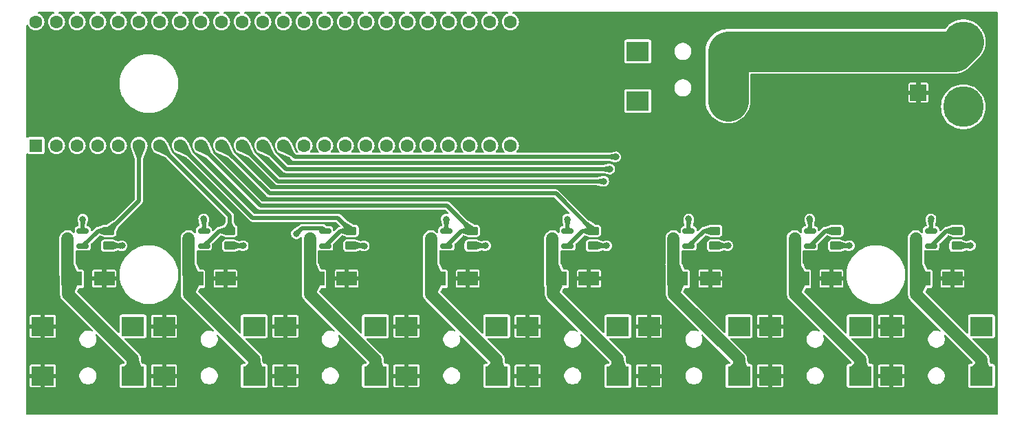
<source format=gbr>
%TF.GenerationSoftware,KiCad,Pcbnew,8.0.4*%
%TF.CreationDate,2025-03-12T23:32:50+01:00*%
%TF.ProjectId,Transistor Board V2,5472616e-7369-4737-946f-7220426f6172,rev?*%
%TF.SameCoordinates,Original*%
%TF.FileFunction,Copper,L1,Top*%
%TF.FilePolarity,Positive*%
%FSLAX46Y46*%
G04 Gerber Fmt 4.6, Leading zero omitted, Abs format (unit mm)*
G04 Created by KiCad (PCBNEW 8.0.4) date 2025-03-12 23:32:50*
%MOMM*%
%LPD*%
G01*
G04 APERTURE LIST*
G04 Aperture macros list*
%AMRoundRect*
0 Rectangle with rounded corners*
0 $1 Rounding radius*
0 $2 $3 $4 $5 $6 $7 $8 $9 X,Y pos of 4 corners*
0 Add a 4 corners polygon primitive as box body*
4,1,4,$2,$3,$4,$5,$6,$7,$8,$9,$2,$3,0*
0 Add four circle primitives for the rounded corners*
1,1,$1+$1,$2,$3*
1,1,$1+$1,$4,$5*
1,1,$1+$1,$6,$7*
1,1,$1+$1,$8,$9*
0 Add four rect primitives between the rounded corners*
20,1,$1+$1,$2,$3,$4,$5,0*
20,1,$1+$1,$4,$5,$6,$7,0*
20,1,$1+$1,$6,$7,$8,$9,0*
20,1,$1+$1,$8,$9,$2,$3,0*%
G04 Aperture macros list end*
%TA.AperFunction,ComponentPad*%
%ADD10R,2.000000X2.000000*%
%TD*%
%TA.AperFunction,ComponentPad*%
%ADD11O,2.000000X2.000000*%
%TD*%
%TA.AperFunction,ComponentPad*%
%ADD12C,5.000000*%
%TD*%
%TA.AperFunction,SMDPad,CuDef*%
%ADD13R,2.800000X2.400000*%
%TD*%
%TA.AperFunction,SMDPad,CuDef*%
%ADD14R,2.500000X1.800000*%
%TD*%
%TA.AperFunction,ComponentPad*%
%ADD15C,1.600000*%
%TD*%
%TA.AperFunction,ComponentPad*%
%ADD16R,1.600000X1.600000*%
%TD*%
%TA.AperFunction,SMDPad,CuDef*%
%ADD17RoundRect,0.150000X0.587500X0.150000X-0.587500X0.150000X-0.587500X-0.150000X0.587500X-0.150000X0*%
%TD*%
%TA.AperFunction,SMDPad,CuDef*%
%ADD18RoundRect,0.250000X-0.450000X0.262500X-0.450000X-0.262500X0.450000X-0.262500X0.450000X0.262500X0*%
%TD*%
%TA.AperFunction,ViaPad*%
%ADD19C,0.800000*%
%TD*%
%TA.AperFunction,Conductor*%
%ADD20C,0.500000*%
%TD*%
%TA.AperFunction,Conductor*%
%ADD21C,5.000000*%
%TD*%
%TA.AperFunction,Conductor*%
%ADD22C,1.500000*%
%TD*%
G04 APERTURE END LIST*
D10*
%TO.P,D2,1,K*%
%TO.N,9V+*%
X249000000Y-100079999D03*
D11*
%TO.P,D2,2,A*%
%TO.N,Net-(D2-A)*%
X249000000Y-95000000D03*
%TD*%
D12*
%TO.P,J14,1,Pin_1*%
%TO.N,Net-(D2-A)*%
X254531000Y-93828532D03*
%TO.P,J14,2,Pin_2*%
%TO.N,GND*%
X254531000Y-101828532D03*
%TD*%
D13*
%TO.P,J9,1*%
%TO.N,Net-(D2-A)*%
X225550000Y-95000000D03*
X225550000Y-101100000D03*
%TO.P,J9,2*%
%TO.N,GND*%
X214450000Y-95000000D03*
%TO.P,J9,3*%
%TO.N,unconnected-(J9-Pad3)*%
X214450000Y-101100000D03*
%TD*%
%TO.P,J8,3*%
%TO.N,unconnected-(J8-Pad3)*%
X256756000Y-128859000D03*
%TO.P,J8,2*%
%TO.N,Net-(D13-A)*%
X256756000Y-134959000D03*
%TO.P,J8,1*%
%TO.N,9V+*%
X245656000Y-128859000D03*
X245656000Y-134959000D03*
%TD*%
%TO.P,J7,3*%
%TO.N,unconnected-(J7-Pad3)*%
X241834568Y-128859000D03*
%TO.P,J7,2*%
%TO.N,Net-(D12-A)*%
X241834568Y-134959000D03*
%TO.P,J7,1*%
%TO.N,9V+*%
X230734568Y-128859000D03*
X230734568Y-134959000D03*
%TD*%
%TO.P,J6,3*%
%TO.N,unconnected-(J6-Pad3)*%
X226913140Y-128859000D03*
%TO.P,J6,2*%
%TO.N,Net-(D11-A)*%
X226913140Y-134959000D03*
%TO.P,J6,1*%
%TO.N,9V+*%
X215813140Y-128859000D03*
X215813140Y-134959000D03*
%TD*%
%TO.P,J5,3*%
%TO.N,unconnected-(J5-Pad3)*%
X211991712Y-128859000D03*
%TO.P,J5,2*%
%TO.N,Net-(D10-A)*%
X211991712Y-134959000D03*
%TO.P,J5,1*%
%TO.N,9V+*%
X200891712Y-128859000D03*
X200891712Y-134959000D03*
%TD*%
%TO.P,J4,3*%
%TO.N,unconnected-(J4-Pad3)*%
X197070284Y-128859000D03*
%TO.P,J4,2*%
%TO.N,Net-(D9-A)*%
X197070284Y-134959000D03*
%TO.P,J4,1*%
%TO.N,9V+*%
X185970284Y-128859000D03*
X185970284Y-134959000D03*
%TD*%
%TO.P,J3,3*%
%TO.N,unconnected-(J3-Pad3)*%
X182148856Y-128859000D03*
%TO.P,J3,2*%
%TO.N,Net-(D8-A)*%
X182148856Y-134959000D03*
%TO.P,J3,1*%
%TO.N,9V+*%
X171048856Y-128859000D03*
X171048856Y-134959000D03*
%TD*%
%TO.P,J1,3*%
%TO.N,unconnected-(J1-Pad3)*%
X167227428Y-128859000D03*
%TO.P,J1,2*%
%TO.N,Net-(D7-A)*%
X167227428Y-134959000D03*
%TO.P,J1,1*%
%TO.N,9V+*%
X156127428Y-128859000D03*
X156127428Y-134959000D03*
%TD*%
D14*
%TO.P,D8,2,A*%
%TO.N,Net-(D8-A)*%
X174598856Y-123000000D03*
%TO.P,D8,1,K*%
%TO.N,9V+*%
X178598856Y-123000000D03*
%TD*%
D15*
%TO.P,U1,48,VIN*%
%TO.N,unconnected-(U1-VIN-Pad48)*%
X140340000Y-91354000D03*
%TO.P,U1,47,GND*%
%TO.N,unconnected-(U1-GND-Pad47)*%
X142880000Y-91354000D03*
%TO.P,U1,46,3V3*%
%TO.N,unconnected-(U1-3V3-Pad46)*%
X145420000Y-91354000D03*
%TO.P,U1,45,23_A9_CRX1_MCLK1*%
%TO.N,unconnected-(U1-23_A9_CRX1_MCLK1-Pad45)*%
X147960000Y-91354000D03*
%TO.P,U1,44,22_A8_CTX1*%
%TO.N,unconnected-(U1-22_A8_CTX1-Pad44)*%
X150500000Y-91354000D03*
%TO.P,U1,43,21_A7_RX5_BCLK1*%
%TO.N,unconnected-(U1-21_A7_RX5_BCLK1-Pad43)*%
X153040000Y-91354000D03*
%TO.P,U1,42,20_A6_TX5_LRCLK1*%
%TO.N,unconnected-(U1-20_A6_TX5_LRCLK1-Pad42)*%
X155580000Y-91354000D03*
%TO.P,U1,41,19_A5_SCL*%
%TO.N,unconnected-(U1-19_A5_SCL-Pad41)*%
X158120000Y-91354000D03*
%TO.P,U1,40,18_A4_SDA*%
%TO.N,unconnected-(U1-18_A4_SDA-Pad40)*%
X160660000Y-91354000D03*
%TO.P,U1,39,17_A3_TX4_SDA1*%
%TO.N,unconnected-(U1-17_A3_TX4_SDA1-Pad39)*%
X163200000Y-91354000D03*
%TO.P,U1,38,16_A2_RX4_SCL1*%
%TO.N,unconnected-(U1-16_A2_RX4_SCL1-Pad38)*%
X165740000Y-91354000D03*
%TO.P,U1,37,15_A1_RX3_SPDIF_IN*%
%TO.N,unconnected-(U1-15_A1_RX3_SPDIF_IN-Pad37)*%
X168280000Y-91354000D03*
%TO.P,U1,36,14_A0_TX3_SPDIF_OUT*%
%TO.N,unconnected-(U1-14_A0_TX3_SPDIF_OUT-Pad36)*%
X170820000Y-91354000D03*
%TO.P,U1,35,13_SCK_LED*%
%TO.N,unconnected-(U1-13_SCK_LED-Pad35)*%
X173360000Y-91354000D03*
%TO.P,U1,34,GND*%
%TO.N,unconnected-(U1-GND-Pad34)*%
X175900000Y-91354000D03*
%TO.P,U1,33,41_A17*%
%TO.N,unconnected-(U1-41_A17-Pad33)*%
X178440000Y-91354000D03*
%TO.P,U1,32,40_A16*%
%TO.N,unconnected-(U1-40_A16-Pad32)*%
X180980000Y-91354000D03*
%TO.P,U1,31,39_MISO1_OUT1A*%
%TO.N,unconnected-(U1-39_MISO1_OUT1A-Pad31)*%
X183520000Y-91354000D03*
%TO.P,U1,30,38_CS1_IN1*%
%TO.N,unconnected-(U1-38_CS1_IN1-Pad30)*%
X186060000Y-91354000D03*
%TO.P,U1,29,37_CS*%
%TO.N,unconnected-(U1-37_CS-Pad29)*%
X188600000Y-91354000D03*
%TO.P,U1,28,36_CS*%
%TO.N,unconnected-(U1-36_CS-Pad28)*%
X191140000Y-91354000D03*
%TO.P,U1,27,35_TX8*%
%TO.N,unconnected-(U1-35_TX8-Pad27)*%
X193680000Y-91354000D03*
%TO.P,U1,26,34_RX8*%
%TO.N,unconnected-(U1-34_RX8-Pad26)*%
X196220000Y-91354000D03*
%TO.P,U1,25,33_MCLK2*%
%TO.N,unconnected-(U1-33_MCLK2-Pad25)*%
X198760000Y-91354000D03*
%TO.P,U1,24,32_OUT1B*%
%TO.N,unconnected-(U1-32_OUT1B-Pad24)*%
X198760000Y-106594000D03*
%TO.P,U1,23,31_CTX3*%
%TO.N,unconnected-(U1-31_CTX3-Pad23)*%
X196220000Y-106594000D03*
%TO.P,U1,22,30_CRX3*%
%TO.N,unconnected-(U1-30_CRX3-Pad22)*%
X193680000Y-106594000D03*
%TO.P,U1,21,29_TX7*%
%TO.N,unconnected-(U1-29_TX7-Pad21)*%
X191140000Y-106594000D03*
%TO.P,U1,20,28_RX7*%
%TO.N,unconnected-(U1-28_RX7-Pad20)*%
X188600000Y-106594000D03*
%TO.P,U1,19,27_A13_SCK1*%
%TO.N,unconnected-(U1-27_A13_SCK1-Pad19)*%
X186060000Y-106594000D03*
%TO.P,U1,18,26_A12_MOSI1*%
%TO.N,unconnected-(U1-26_A12_MOSI1-Pad18)*%
X183520000Y-106594000D03*
%TO.P,U1,17,25_A11_RX6_SDA2*%
%TO.N,unconnected-(U1-25_A11_RX6_SDA2-Pad17)*%
X180980000Y-106594000D03*
%TO.P,U1,16,24_A10_TX6_SCL2*%
%TO.N,unconnected-(U1-24_A10_TX6_SCL2-Pad16)*%
X178440000Y-106594000D03*
%TO.P,U1,15,3V3*%
%TO.N,unconnected-(U1-3V3-Pad15)*%
X175900000Y-106594000D03*
%TO.P,U1,14,12_MISO_MQSL*%
%TO.N,pwm_9*%
X173360000Y-106594000D03*
%TO.P,U1,13,11_MOSI_CTX1*%
%TO.N,pwm_8*%
X170820000Y-106594000D03*
%TO.P,U1,12,10_CS_MQSR*%
%TO.N,pwm_7*%
X168280000Y-106594000D03*
%TO.P,U1,11,9_OUT1C*%
%TO.N,pwm_6*%
X165740000Y-106594000D03*
%TO.P,U1,10,8_TX2_IN1*%
%TO.N,pwm_5*%
X163200000Y-106594000D03*
%TO.P,U1,9,7_RX2_OUT1A*%
%TO.N,pwm_4*%
X160660000Y-106594000D03*
%TO.P,U1,8,6_OUT1D*%
%TO.N,pwm_3*%
X158120000Y-106594000D03*
%TO.P,U1,7,5_IN2*%
%TO.N,pwm_2*%
X155580000Y-106594000D03*
%TO.P,U1,6,4_BCLK2*%
%TO.N,pwm_1*%
X153040000Y-106594000D03*
%TO.P,U1,5,3_LRCLK2*%
%TO.N,unconnected-(U1-3_LRCLK2-Pad5)*%
X150500000Y-106594000D03*
%TO.P,U1,4,2_OUT2*%
%TO.N,unconnected-(U1-2_OUT2-Pad4)*%
X147960000Y-106594000D03*
%TO.P,U1,3,1_TX1_CTX2_MISO1*%
%TO.N,unconnected-(U1-1_TX1_CTX2_MISO1-Pad3)*%
X145420000Y-106594000D03*
%TO.P,U1,2,0_RX1_CRX2_CS1*%
%TO.N,unconnected-(U1-0_RX1_CRX2_CS1-Pad2)*%
X142880000Y-106594000D03*
D16*
%TO.P,U1,1,GND*%
%TO.N,GND*%
X140340000Y-106594000D03*
%TD*%
D14*
%TO.P,D7,2,A*%
%TO.N,Net-(D7-A)*%
X159677428Y-123000000D03*
%TO.P,D7,1,K*%
%TO.N,9V+*%
X163677428Y-123000000D03*
%TD*%
D17*
%TO.P,Q10,3,D*%
%TO.N,Net-(D11-A)*%
X218845640Y-118041500D03*
%TO.P,Q10,2,S*%
%TO.N,GND*%
X220720640Y-117091500D03*
%TO.P,Q10,1,G*%
%TO.N,pwm_6*%
X220720640Y-118991500D03*
%TD*%
D14*
%TO.P,D6,2,A*%
%TO.N,Net-(D6-A)*%
X144756000Y-123000000D03*
%TO.P,D6,1,K*%
%TO.N,9V+*%
X148756000Y-123000000D03*
%TD*%
D17*
%TO.P,Q11,3,D*%
%TO.N,Net-(D12-A)*%
X233767068Y-118041500D03*
%TO.P,Q11,2,S*%
%TO.N,GND*%
X235642068Y-117091500D03*
%TO.P,Q11,1,G*%
%TO.N,pwm_7*%
X235642068Y-118991500D03*
%TD*%
D18*
%TO.P,R7,2*%
%TO.N,GND*%
X179148856Y-118934000D03*
%TO.P,R7,1*%
%TO.N,pwm_3*%
X179148856Y-117109000D03*
%TD*%
%TO.P,R9,2*%
%TO.N,GND*%
X208991712Y-118934000D03*
%TO.P,R9,1*%
%TO.N,pwm_5*%
X208991712Y-117109000D03*
%TD*%
D14*
%TO.P,D11,2,A*%
%TO.N,Net-(D11-A)*%
X219363140Y-123000000D03*
%TO.P,D11,1,K*%
%TO.N,9V+*%
X223363140Y-123000000D03*
%TD*%
D18*
%TO.P,R8,2*%
%TO.N,GND*%
X194070284Y-118934000D03*
%TO.P,R8,1*%
%TO.N,pwm_4*%
X194070284Y-117109000D03*
%TD*%
D14*
%TO.P,D12,2,A*%
%TO.N,Net-(D12-A)*%
X234284568Y-123000000D03*
%TO.P,D12,1,K*%
%TO.N,9V+*%
X238284568Y-123000000D03*
%TD*%
%TO.P,D13,1,K*%
%TO.N,9V+*%
X253206000Y-123000000D03*
%TO.P,D13,2,A*%
%TO.N,Net-(D13-A)*%
X249206000Y-123000000D03*
%TD*%
D17*
%TO.P,Q12,1,G*%
%TO.N,pwm_8*%
X250563500Y-118991500D03*
%TO.P,Q12,2,S*%
%TO.N,GND*%
X250563500Y-117091500D03*
%TO.P,Q12,3,D*%
%TO.N,Net-(D13-A)*%
X248688500Y-118041500D03*
%TD*%
%TO.P,Q5,3,D*%
%TO.N,Net-(D6-A)*%
X144238500Y-118041500D03*
%TO.P,Q5,2,S*%
%TO.N,GND*%
X146113500Y-117091500D03*
%TO.P,Q5,1,G*%
%TO.N,pwm_1*%
X146113500Y-118991500D03*
%TD*%
D18*
%TO.P,R6,2*%
%TO.N,GND*%
X164227428Y-118934000D03*
%TO.P,R6,1*%
%TO.N,pwm_2*%
X164227428Y-117109000D03*
%TD*%
D17*
%TO.P,Q7,3,D*%
%TO.N,Net-(D8-A)*%
X174081356Y-118041500D03*
%TO.P,Q7,2,S*%
%TO.N,GND*%
X175956356Y-117091500D03*
%TO.P,Q7,1,G*%
%TO.N,pwm_3*%
X175956356Y-118991500D03*
%TD*%
D13*
%TO.P,J15,3*%
%TO.N,unconnected-(J15-Pad3)*%
X152306000Y-128859000D03*
%TO.P,J15,2*%
%TO.N,Net-(D6-A)*%
X152306000Y-134959000D03*
%TO.P,J15,1*%
%TO.N,9V+*%
X141206000Y-128859000D03*
X141206000Y-134959000D03*
%TD*%
D18*
%TO.P,R5,2*%
%TO.N,GND*%
X149306000Y-118934000D03*
%TO.P,R5,1*%
%TO.N,pwm_1*%
X149306000Y-117109000D03*
%TD*%
%TO.P,R11,2*%
%TO.N,GND*%
X238834568Y-118934000D03*
%TO.P,R11,1*%
%TO.N,pwm_7*%
X238834568Y-117109000D03*
%TD*%
%TO.P,R10,2*%
%TO.N,GND*%
X223913140Y-118934000D03*
%TO.P,R10,1*%
%TO.N,pwm_6*%
X223913140Y-117109000D03*
%TD*%
D17*
%TO.P,Q8,3,D*%
%TO.N,Net-(D9-A)*%
X189002784Y-118041500D03*
%TO.P,Q8,2,S*%
%TO.N,GND*%
X190877784Y-117091500D03*
%TO.P,Q8,1,G*%
%TO.N,pwm_4*%
X190877784Y-118991500D03*
%TD*%
%TO.P,Q6,3,D*%
%TO.N,Net-(D7-A)*%
X159159928Y-118041500D03*
%TO.P,Q6,2,S*%
%TO.N,GND*%
X161034928Y-117091500D03*
%TO.P,Q6,1,G*%
%TO.N,pwm_2*%
X161034928Y-118991500D03*
%TD*%
D14*
%TO.P,D9,2,A*%
%TO.N,Net-(D9-A)*%
X189520284Y-123000000D03*
%TO.P,D9,1,K*%
%TO.N,9V+*%
X193520284Y-123000000D03*
%TD*%
%TO.P,D10,2,A*%
%TO.N,Net-(D10-A)*%
X204441712Y-123000000D03*
%TO.P,D10,1,K*%
%TO.N,9V+*%
X208441712Y-123000000D03*
%TD*%
D18*
%TO.P,R12,1*%
%TO.N,pwm_8*%
X253756000Y-117109000D03*
%TO.P,R12,2*%
%TO.N,GND*%
X253756000Y-118934000D03*
%TD*%
D17*
%TO.P,Q9,3,D*%
%TO.N,Net-(D10-A)*%
X203924212Y-118041500D03*
%TO.P,Q9,2,S*%
%TO.N,GND*%
X205799212Y-117091500D03*
%TO.P,Q9,1,G*%
%TO.N,pwm_5*%
X205799212Y-118991500D03*
%TD*%
D19*
%TO.N,GND*%
X215162500Y-95550000D03*
X213732500Y-95550000D03*
X215167500Y-94450000D03*
X213737500Y-94450000D03*
X146120000Y-115650000D03*
X161010000Y-115630000D03*
X172420000Y-117470000D03*
X190870000Y-115650000D03*
X205800000Y-115650000D03*
X220720000Y-115640000D03*
X235620000Y-115640000D03*
X250540000Y-115630000D03*
X150960000Y-118950000D03*
X165880000Y-118930000D03*
X180780000Y-118960000D03*
X195730000Y-118930000D03*
X210640000Y-118940000D03*
X225560000Y-118930000D03*
X240500000Y-118930000D03*
X255420000Y-118910000D03*
%TO.N,pwm_8*%
X253756000Y-117109000D03*
%TO.N,pwm_7*%
X238800000Y-117100000D03*
%TO.N,pwm_6*%
X223900000Y-117100000D03*
%TO.N,pwm_8*%
X211750000Y-108000000D03*
%TO.N,pwm_7*%
X211000000Y-109500000D03*
%TO.N,pwm_6*%
X210250000Y-111000000D03*
%TD*%
D20*
%TO.N,pwm_1*%
X153040000Y-106594000D02*
X153040000Y-113375000D01*
X153040000Y-113375000D02*
X149306000Y-117109000D01*
%TO.N,pwm_6*%
X210250000Y-111000000D02*
X170146000Y-111000000D01*
X170146000Y-111000000D02*
X165740000Y-106594000D01*
%TO.N,pwm_7*%
X211000000Y-109500000D02*
X171186000Y-109500000D01*
X171186000Y-109500000D02*
X168280000Y-106594000D01*
%TO.N,pwm_8*%
X211750000Y-108000000D02*
X172226000Y-108000000D01*
X172226000Y-108000000D02*
X170820000Y-106594000D01*
%TO.N,GND*%
X172420000Y-117470000D02*
X173110000Y-116780000D01*
X173110000Y-116780000D02*
X175644856Y-116780000D01*
X175644856Y-116780000D02*
X175956356Y-117091500D01*
X146113500Y-115656500D02*
X146120000Y-115650000D01*
X146113500Y-117091500D02*
X146113500Y-115656500D01*
X161034928Y-115654928D02*
X161010000Y-115630000D01*
X161034928Y-117091500D02*
X161034928Y-115654928D01*
X190877784Y-115657784D02*
X190870000Y-115650000D01*
X190877784Y-117091500D02*
X190877784Y-115657784D01*
X205799212Y-115650788D02*
X205800000Y-115650000D01*
X205799212Y-117091500D02*
X205799212Y-115650788D01*
X220720640Y-115640640D02*
X220720000Y-115640000D01*
X220720640Y-117091500D02*
X220720640Y-115640640D01*
X235642068Y-115662068D02*
X235620000Y-115640000D01*
X235642068Y-117091500D02*
X235642068Y-115662068D01*
X250563500Y-115653500D02*
X250540000Y-115630000D01*
X250563500Y-117091500D02*
X250563500Y-115653500D01*
X150944000Y-118934000D02*
X150960000Y-118950000D01*
X149306000Y-118934000D02*
X150944000Y-118934000D01*
X165876000Y-118934000D02*
X165880000Y-118930000D01*
X164227428Y-118934000D02*
X165876000Y-118934000D01*
X180754000Y-118934000D02*
X180780000Y-118960000D01*
X179148856Y-118934000D02*
X180754000Y-118934000D01*
X195726000Y-118934000D02*
X195730000Y-118930000D01*
X194070284Y-118934000D02*
X195726000Y-118934000D01*
X210634000Y-118934000D02*
X210640000Y-118940000D01*
X208991712Y-118934000D02*
X210634000Y-118934000D01*
X225556000Y-118934000D02*
X225560000Y-118930000D01*
X223913140Y-118934000D02*
X225556000Y-118934000D01*
X240496000Y-118934000D02*
X240500000Y-118930000D01*
X238834568Y-118934000D02*
X240496000Y-118934000D01*
X255396000Y-118934000D02*
X255420000Y-118910000D01*
X253756000Y-118934000D02*
X255396000Y-118934000D01*
D21*
%TO.N,Net-(D2-A)*%
X225550000Y-95000000D02*
X225550000Y-101100000D01*
D20*
%TO.N,pwm_5*%
X163200000Y-106594000D02*
X169106000Y-112500000D01*
X169106000Y-112500000D02*
X204382712Y-112500000D01*
X204382712Y-112500000D02*
X208991712Y-117109000D01*
D21*
%TO.N,Net-(D2-A)*%
X249000000Y-95000000D02*
X225550000Y-95000000D01*
X249000000Y-95000000D02*
X253359532Y-95000000D01*
X253359532Y-95000000D02*
X254531000Y-93828532D01*
D20*
%TO.N,pwm_8*%
X253691000Y-117109000D02*
X252446000Y-117109000D01*
X253700000Y-117100000D02*
X253691000Y-117109000D01*
X253709000Y-117109000D02*
X253700000Y-117100000D01*
%TO.N,pwm_7*%
X238791000Y-117109000D02*
X237524568Y-117109000D01*
X238800000Y-117100000D02*
X238791000Y-117109000D01*
X238809000Y-117109000D02*
X238800000Y-117100000D01*
%TO.N,pwm_6*%
X223904140Y-117100000D02*
X223913140Y-117109000D01*
X223900000Y-117100000D02*
X223904140Y-117100000D01*
X223900000Y-117095860D02*
X223900000Y-117100000D01*
D22*
%TO.N,Net-(D6-A)*%
X144756000Y-123000000D02*
X144300000Y-123456000D01*
X144300000Y-123456000D02*
X144300000Y-124900000D01*
X144300000Y-124900000D02*
X152306000Y-132906000D01*
X152306000Y-132906000D02*
X152306000Y-134959000D01*
%TO.N,Net-(D7-A)*%
X159677428Y-123000000D02*
X159200000Y-123477428D01*
X167227428Y-132927428D02*
X167227428Y-134959000D01*
X159200000Y-123477428D02*
X159200000Y-124900000D01*
X159200000Y-124900000D02*
X167227428Y-132927428D01*
%TO.N,Net-(D8-A)*%
X174598856Y-123000000D02*
X174100000Y-123498856D01*
X174100000Y-123498856D02*
X174100000Y-124900000D01*
X174100000Y-124900000D02*
X182148856Y-132948856D01*
X182148856Y-132948856D02*
X182148856Y-134959000D01*
%TO.N,Net-(D9-A)*%
X189520284Y-123000000D02*
X189000000Y-123520284D01*
X189000000Y-124900000D02*
X197070284Y-132970284D01*
X197070284Y-132970284D02*
X197070284Y-134959000D01*
X189000000Y-123520284D02*
X189000000Y-124900000D01*
%TO.N,Net-(D10-A)*%
X204441712Y-123000000D02*
X204000000Y-123441712D01*
X204000000Y-123441712D02*
X204000000Y-124900000D01*
X204000000Y-124900000D02*
X211991712Y-132891712D01*
X211991712Y-132891712D02*
X211991712Y-134959000D01*
%TO.N,Net-(D11-A)*%
X219363140Y-123000000D02*
X218900000Y-123463140D01*
X226913140Y-132913140D02*
X226913140Y-134959000D01*
X218900000Y-123463140D02*
X218900000Y-124900000D01*
X218900000Y-124900000D02*
X226913140Y-132913140D01*
%TO.N,Net-(D13-A)*%
X249206000Y-123000000D02*
X248700000Y-123506000D01*
X248700000Y-124900000D02*
X256756000Y-132956000D01*
X248700000Y-123506000D02*
X248700000Y-124900000D01*
X256756000Y-132956000D02*
X256756000Y-134959000D01*
%TO.N,Net-(D12-A)*%
X234284568Y-123000000D02*
X233800000Y-123484568D01*
X233800000Y-123484568D02*
X233800000Y-124900000D01*
X233800000Y-124900000D02*
X241834568Y-132934568D01*
X241834568Y-132934568D02*
X241834568Y-134959000D01*
%TO.N,Net-(D13-A)*%
X248688500Y-118041500D02*
X248688500Y-122482500D01*
X248688500Y-122482500D02*
X249206000Y-123000000D01*
%TO.N,Net-(D12-A)*%
X233767068Y-118041500D02*
X233767068Y-122482500D01*
X233767068Y-122482500D02*
X234284568Y-123000000D01*
%TO.N,Net-(D11-A)*%
X218845640Y-118041500D02*
X218845640Y-122482500D01*
X218845640Y-122482500D02*
X219363140Y-123000000D01*
%TO.N,Net-(D10-A)*%
X203924212Y-118041500D02*
X203924212Y-122482500D01*
X203924212Y-122482500D02*
X204441712Y-123000000D01*
%TO.N,Net-(D9-A)*%
X189002784Y-118041500D02*
X189002784Y-122482500D01*
X189002784Y-122482500D02*
X189520284Y-123000000D01*
%TO.N,Net-(D8-A)*%
X174081356Y-118041500D02*
X174081356Y-122482500D01*
X174081356Y-122482500D02*
X174598856Y-123000000D01*
%TO.N,Net-(D7-A)*%
X159159928Y-118041500D02*
X159159928Y-122482500D01*
X159159928Y-122482500D02*
X159677428Y-123000000D01*
%TO.N,Net-(D6-A)*%
X144238500Y-118041500D02*
X144238500Y-122482500D01*
X144238500Y-122482500D02*
X144756000Y-123000000D01*
D20*
%TO.N,pwm_5*%
X208991712Y-117109000D02*
X207681712Y-117109000D01*
X207681712Y-117109000D02*
X205799212Y-118991500D01*
%TO.N,pwm_8*%
X253756000Y-117109000D02*
X253709000Y-117109000D01*
X252446000Y-117109000D02*
X250563500Y-118991500D01*
%TO.N,pwm_7*%
X238834568Y-117109000D02*
X238809000Y-117109000D01*
X237524568Y-117109000D02*
X235642068Y-118991500D01*
%TO.N,pwm_6*%
X223913140Y-117109000D02*
X222603140Y-117109000D01*
X222603140Y-117109000D02*
X220720640Y-118991500D01*
%TO.N,pwm_4*%
X194070284Y-117109000D02*
X192760284Y-117109000D01*
X192760284Y-117109000D02*
X190877784Y-118991500D01*
%TO.N,pwm_3*%
X179148856Y-117109000D02*
X177838856Y-117109000D01*
X177838856Y-117109000D02*
X175956356Y-118991500D01*
%TO.N,pwm_2*%
X164227428Y-117109000D02*
X162917428Y-117109000D01*
X162917428Y-117109000D02*
X161034928Y-118991500D01*
%TO.N,pwm_1*%
X149306000Y-117109000D02*
X147996000Y-117109000D01*
X147996000Y-117109000D02*
X146113500Y-118991500D01*
%TO.N,pwm_2*%
X155580000Y-106594000D02*
X164227428Y-115241428D01*
X164227428Y-115241428D02*
X164227428Y-117109000D01*
%TO.N,pwm_3*%
X158120000Y-106594000D02*
X167026000Y-115500000D01*
X167026000Y-115500000D02*
X177539856Y-115500000D01*
X177539856Y-115500000D02*
X179148856Y-117109000D01*
%TO.N,pwm_4*%
X168000000Y-114000000D02*
X190961284Y-114000000D01*
X160660000Y-106594000D02*
X160660000Y-106660000D01*
X160660000Y-106660000D02*
X168000000Y-114000000D01*
X190961284Y-114000000D02*
X194070284Y-117109000D01*
%TD*%
%TA.AperFunction,Conductor*%
%TO.N,9V+*%
G36*
X142589665Y-90178407D02*
G01*
X142625629Y-90227907D01*
X142625629Y-90289093D01*
X142589665Y-90338593D01*
X142560212Y-90353236D01*
X142529411Y-90362579D01*
X142476045Y-90378768D01*
X142293547Y-90476316D01*
X142133595Y-90607585D01*
X142133585Y-90607595D01*
X142002316Y-90767547D01*
X141904768Y-90950045D01*
X141844699Y-91148065D01*
X141844698Y-91148070D01*
X141824417Y-91353996D01*
X141824417Y-91354003D01*
X141844698Y-91559929D01*
X141844699Y-91559934D01*
X141904768Y-91757954D01*
X142002316Y-91940452D01*
X142133585Y-92100404D01*
X142133590Y-92100410D01*
X142133595Y-92100414D01*
X142293547Y-92231683D01*
X142293548Y-92231683D01*
X142293550Y-92231685D01*
X142476046Y-92329232D01*
X142613997Y-92371078D01*
X142674065Y-92389300D01*
X142674070Y-92389301D01*
X142879997Y-92409583D01*
X142880000Y-92409583D01*
X142880003Y-92409583D01*
X143085929Y-92389301D01*
X143085934Y-92389300D01*
X143283954Y-92329232D01*
X143466450Y-92231685D01*
X143626410Y-92100410D01*
X143757685Y-91940450D01*
X143855232Y-91757954D01*
X143915300Y-91559934D01*
X143915301Y-91559929D01*
X143935583Y-91354003D01*
X143935583Y-91353996D01*
X143915301Y-91148070D01*
X143915300Y-91148065D01*
X143866369Y-90986761D01*
X143855232Y-90950046D01*
X143757685Y-90767550D01*
X143626410Y-90607590D01*
X143626404Y-90607585D01*
X143466452Y-90476316D01*
X143283954Y-90378768D01*
X143199787Y-90353236D01*
X143149591Y-90318252D01*
X143129545Y-90260444D01*
X143147306Y-90201893D01*
X143196090Y-90164964D01*
X143228526Y-90159500D01*
X145071474Y-90159500D01*
X145129665Y-90178407D01*
X145165629Y-90227907D01*
X145165629Y-90289093D01*
X145129665Y-90338593D01*
X145100212Y-90353236D01*
X145069411Y-90362579D01*
X145016045Y-90378768D01*
X144833547Y-90476316D01*
X144673595Y-90607585D01*
X144673585Y-90607595D01*
X144542316Y-90767547D01*
X144444768Y-90950045D01*
X144384699Y-91148065D01*
X144384698Y-91148070D01*
X144364417Y-91353996D01*
X144364417Y-91354003D01*
X144384698Y-91559929D01*
X144384699Y-91559934D01*
X144444768Y-91757954D01*
X144542316Y-91940452D01*
X144673585Y-92100404D01*
X144673590Y-92100410D01*
X144673595Y-92100414D01*
X144833547Y-92231683D01*
X144833548Y-92231683D01*
X144833550Y-92231685D01*
X145016046Y-92329232D01*
X145153997Y-92371078D01*
X145214065Y-92389300D01*
X145214070Y-92389301D01*
X145419997Y-92409583D01*
X145420000Y-92409583D01*
X145420003Y-92409583D01*
X145625929Y-92389301D01*
X145625934Y-92389300D01*
X145823954Y-92329232D01*
X146006450Y-92231685D01*
X146166410Y-92100410D01*
X146297685Y-91940450D01*
X146395232Y-91757954D01*
X146455300Y-91559934D01*
X146455301Y-91559929D01*
X146475583Y-91354003D01*
X146475583Y-91353996D01*
X146455301Y-91148070D01*
X146455300Y-91148065D01*
X146406369Y-90986761D01*
X146395232Y-90950046D01*
X146297685Y-90767550D01*
X146166410Y-90607590D01*
X146166404Y-90607585D01*
X146006452Y-90476316D01*
X145823954Y-90378768D01*
X145739787Y-90353236D01*
X145689591Y-90318252D01*
X145669545Y-90260444D01*
X145687306Y-90201893D01*
X145736090Y-90164964D01*
X145768526Y-90159500D01*
X147611474Y-90159500D01*
X147669665Y-90178407D01*
X147705629Y-90227907D01*
X147705629Y-90289093D01*
X147669665Y-90338593D01*
X147640212Y-90353236D01*
X147609411Y-90362579D01*
X147556045Y-90378768D01*
X147373547Y-90476316D01*
X147213595Y-90607585D01*
X147213585Y-90607595D01*
X147082316Y-90767547D01*
X146984768Y-90950045D01*
X146924699Y-91148065D01*
X146924698Y-91148070D01*
X146904417Y-91353996D01*
X146904417Y-91354003D01*
X146924698Y-91559929D01*
X146924699Y-91559934D01*
X146984768Y-91757954D01*
X147082316Y-91940452D01*
X147213585Y-92100404D01*
X147213590Y-92100410D01*
X147213595Y-92100414D01*
X147373547Y-92231683D01*
X147373548Y-92231683D01*
X147373550Y-92231685D01*
X147556046Y-92329232D01*
X147693997Y-92371078D01*
X147754065Y-92389300D01*
X147754070Y-92389301D01*
X147959997Y-92409583D01*
X147960000Y-92409583D01*
X147960003Y-92409583D01*
X148165929Y-92389301D01*
X148165934Y-92389300D01*
X148363954Y-92329232D01*
X148546450Y-92231685D01*
X148706410Y-92100410D01*
X148837685Y-91940450D01*
X148935232Y-91757954D01*
X148995300Y-91559934D01*
X148995301Y-91559929D01*
X149015583Y-91354003D01*
X149015583Y-91353996D01*
X148995301Y-91148070D01*
X148995300Y-91148065D01*
X148946369Y-90986761D01*
X148935232Y-90950046D01*
X148837685Y-90767550D01*
X148706410Y-90607590D01*
X148706404Y-90607585D01*
X148546452Y-90476316D01*
X148363954Y-90378768D01*
X148279787Y-90353236D01*
X148229591Y-90318252D01*
X148209545Y-90260444D01*
X148227306Y-90201893D01*
X148276090Y-90164964D01*
X148308526Y-90159500D01*
X150151474Y-90159500D01*
X150209665Y-90178407D01*
X150245629Y-90227907D01*
X150245629Y-90289093D01*
X150209665Y-90338593D01*
X150180212Y-90353236D01*
X150149411Y-90362579D01*
X150096045Y-90378768D01*
X149913547Y-90476316D01*
X149753595Y-90607585D01*
X149753585Y-90607595D01*
X149622316Y-90767547D01*
X149524768Y-90950045D01*
X149464699Y-91148065D01*
X149464698Y-91148070D01*
X149444417Y-91353996D01*
X149444417Y-91354003D01*
X149464698Y-91559929D01*
X149464699Y-91559934D01*
X149524768Y-91757954D01*
X149622316Y-91940452D01*
X149753585Y-92100404D01*
X149753590Y-92100410D01*
X149753595Y-92100414D01*
X149913547Y-92231683D01*
X149913548Y-92231683D01*
X149913550Y-92231685D01*
X150096046Y-92329232D01*
X150233997Y-92371078D01*
X150294065Y-92389300D01*
X150294070Y-92389301D01*
X150499997Y-92409583D01*
X150500000Y-92409583D01*
X150500003Y-92409583D01*
X150705929Y-92389301D01*
X150705934Y-92389300D01*
X150903954Y-92329232D01*
X151086450Y-92231685D01*
X151246410Y-92100410D01*
X151377685Y-91940450D01*
X151475232Y-91757954D01*
X151535300Y-91559934D01*
X151535301Y-91559929D01*
X151555583Y-91354003D01*
X151555583Y-91353996D01*
X151535301Y-91148070D01*
X151535300Y-91148065D01*
X151486369Y-90986761D01*
X151475232Y-90950046D01*
X151377685Y-90767550D01*
X151246410Y-90607590D01*
X151246404Y-90607585D01*
X151086452Y-90476316D01*
X150903954Y-90378768D01*
X150819787Y-90353236D01*
X150769591Y-90318252D01*
X150749545Y-90260444D01*
X150767306Y-90201893D01*
X150816090Y-90164964D01*
X150848526Y-90159500D01*
X152691474Y-90159500D01*
X152749665Y-90178407D01*
X152785629Y-90227907D01*
X152785629Y-90289093D01*
X152749665Y-90338593D01*
X152720212Y-90353236D01*
X152689411Y-90362579D01*
X152636045Y-90378768D01*
X152453547Y-90476316D01*
X152293595Y-90607585D01*
X152293585Y-90607595D01*
X152162316Y-90767547D01*
X152064768Y-90950045D01*
X152004699Y-91148065D01*
X152004698Y-91148070D01*
X151984417Y-91353996D01*
X151984417Y-91354003D01*
X152004698Y-91559929D01*
X152004699Y-91559934D01*
X152064768Y-91757954D01*
X152162316Y-91940452D01*
X152293585Y-92100404D01*
X152293590Y-92100410D01*
X152293595Y-92100414D01*
X152453547Y-92231683D01*
X152453548Y-92231683D01*
X152453550Y-92231685D01*
X152636046Y-92329232D01*
X152773997Y-92371078D01*
X152834065Y-92389300D01*
X152834070Y-92389301D01*
X153039997Y-92409583D01*
X153040000Y-92409583D01*
X153040003Y-92409583D01*
X153245929Y-92389301D01*
X153245934Y-92389300D01*
X153443954Y-92329232D01*
X153626450Y-92231685D01*
X153786410Y-92100410D01*
X153917685Y-91940450D01*
X154015232Y-91757954D01*
X154075300Y-91559934D01*
X154075301Y-91559929D01*
X154095583Y-91354003D01*
X154095583Y-91353996D01*
X154075301Y-91148070D01*
X154075300Y-91148065D01*
X154026369Y-90986761D01*
X154015232Y-90950046D01*
X153917685Y-90767550D01*
X153786410Y-90607590D01*
X153786404Y-90607585D01*
X153626452Y-90476316D01*
X153443954Y-90378768D01*
X153359787Y-90353236D01*
X153309591Y-90318252D01*
X153289545Y-90260444D01*
X153307306Y-90201893D01*
X153356090Y-90164964D01*
X153388526Y-90159500D01*
X155231474Y-90159500D01*
X155289665Y-90178407D01*
X155325629Y-90227907D01*
X155325629Y-90289093D01*
X155289665Y-90338593D01*
X155260212Y-90353236D01*
X155229411Y-90362579D01*
X155176045Y-90378768D01*
X154993547Y-90476316D01*
X154833595Y-90607585D01*
X154833585Y-90607595D01*
X154702316Y-90767547D01*
X154604768Y-90950045D01*
X154544699Y-91148065D01*
X154544698Y-91148070D01*
X154524417Y-91353996D01*
X154524417Y-91354003D01*
X154544698Y-91559929D01*
X154544699Y-91559934D01*
X154604768Y-91757954D01*
X154702316Y-91940452D01*
X154833585Y-92100404D01*
X154833590Y-92100410D01*
X154833595Y-92100414D01*
X154993547Y-92231683D01*
X154993548Y-92231683D01*
X154993550Y-92231685D01*
X155176046Y-92329232D01*
X155313997Y-92371078D01*
X155374065Y-92389300D01*
X155374070Y-92389301D01*
X155579997Y-92409583D01*
X155580000Y-92409583D01*
X155580003Y-92409583D01*
X155785929Y-92389301D01*
X155785934Y-92389300D01*
X155983954Y-92329232D01*
X156166450Y-92231685D01*
X156326410Y-92100410D01*
X156457685Y-91940450D01*
X156555232Y-91757954D01*
X156615300Y-91559934D01*
X156615301Y-91559929D01*
X156635583Y-91354003D01*
X156635583Y-91353996D01*
X156615301Y-91148070D01*
X156615300Y-91148065D01*
X156566369Y-90986761D01*
X156555232Y-90950046D01*
X156457685Y-90767550D01*
X156326410Y-90607590D01*
X156326404Y-90607585D01*
X156166452Y-90476316D01*
X155983954Y-90378768D01*
X155899787Y-90353236D01*
X155849591Y-90318252D01*
X155829545Y-90260444D01*
X155847306Y-90201893D01*
X155896090Y-90164964D01*
X155928526Y-90159500D01*
X157771474Y-90159500D01*
X157829665Y-90178407D01*
X157865629Y-90227907D01*
X157865629Y-90289093D01*
X157829665Y-90338593D01*
X157800212Y-90353236D01*
X157769411Y-90362579D01*
X157716045Y-90378768D01*
X157533547Y-90476316D01*
X157373595Y-90607585D01*
X157373585Y-90607595D01*
X157242316Y-90767547D01*
X157144768Y-90950045D01*
X157084699Y-91148065D01*
X157084698Y-91148070D01*
X157064417Y-91353996D01*
X157064417Y-91354003D01*
X157084698Y-91559929D01*
X157084699Y-91559934D01*
X157144768Y-91757954D01*
X157242316Y-91940452D01*
X157373585Y-92100404D01*
X157373590Y-92100410D01*
X157373595Y-92100414D01*
X157533547Y-92231683D01*
X157533548Y-92231683D01*
X157533550Y-92231685D01*
X157716046Y-92329232D01*
X157853997Y-92371078D01*
X157914065Y-92389300D01*
X157914070Y-92389301D01*
X158119997Y-92409583D01*
X158120000Y-92409583D01*
X158120003Y-92409583D01*
X158325929Y-92389301D01*
X158325934Y-92389300D01*
X158523954Y-92329232D01*
X158706450Y-92231685D01*
X158866410Y-92100410D01*
X158997685Y-91940450D01*
X159095232Y-91757954D01*
X159155300Y-91559934D01*
X159155301Y-91559929D01*
X159175583Y-91354003D01*
X159175583Y-91353996D01*
X159155301Y-91148070D01*
X159155300Y-91148065D01*
X159106369Y-90986761D01*
X159095232Y-90950046D01*
X158997685Y-90767550D01*
X158866410Y-90607590D01*
X158866404Y-90607585D01*
X158706452Y-90476316D01*
X158523954Y-90378768D01*
X158439787Y-90353236D01*
X158389591Y-90318252D01*
X158369545Y-90260444D01*
X158387306Y-90201893D01*
X158436090Y-90164964D01*
X158468526Y-90159500D01*
X160311474Y-90159500D01*
X160369665Y-90178407D01*
X160405629Y-90227907D01*
X160405629Y-90289093D01*
X160369665Y-90338593D01*
X160340212Y-90353236D01*
X160309411Y-90362579D01*
X160256045Y-90378768D01*
X160073547Y-90476316D01*
X159913595Y-90607585D01*
X159913585Y-90607595D01*
X159782316Y-90767547D01*
X159684768Y-90950045D01*
X159624699Y-91148065D01*
X159624698Y-91148070D01*
X159604417Y-91353996D01*
X159604417Y-91354003D01*
X159624698Y-91559929D01*
X159624699Y-91559934D01*
X159684768Y-91757954D01*
X159782316Y-91940452D01*
X159913585Y-92100404D01*
X159913590Y-92100410D01*
X159913595Y-92100414D01*
X160073547Y-92231683D01*
X160073548Y-92231683D01*
X160073550Y-92231685D01*
X160256046Y-92329232D01*
X160393997Y-92371078D01*
X160454065Y-92389300D01*
X160454070Y-92389301D01*
X160659997Y-92409583D01*
X160660000Y-92409583D01*
X160660003Y-92409583D01*
X160865929Y-92389301D01*
X160865934Y-92389300D01*
X161063954Y-92329232D01*
X161246450Y-92231685D01*
X161406410Y-92100410D01*
X161537685Y-91940450D01*
X161635232Y-91757954D01*
X161695300Y-91559934D01*
X161695301Y-91559929D01*
X161715583Y-91354003D01*
X161715583Y-91353996D01*
X161695301Y-91148070D01*
X161695300Y-91148065D01*
X161646369Y-90986761D01*
X161635232Y-90950046D01*
X161537685Y-90767550D01*
X161406410Y-90607590D01*
X161406404Y-90607585D01*
X161246452Y-90476316D01*
X161063954Y-90378768D01*
X160979787Y-90353236D01*
X160929591Y-90318252D01*
X160909545Y-90260444D01*
X160927306Y-90201893D01*
X160976090Y-90164964D01*
X161008526Y-90159500D01*
X162851474Y-90159500D01*
X162909665Y-90178407D01*
X162945629Y-90227907D01*
X162945629Y-90289093D01*
X162909665Y-90338593D01*
X162880212Y-90353236D01*
X162849411Y-90362579D01*
X162796045Y-90378768D01*
X162613547Y-90476316D01*
X162453595Y-90607585D01*
X162453585Y-90607595D01*
X162322316Y-90767547D01*
X162224768Y-90950045D01*
X162164699Y-91148065D01*
X162164698Y-91148070D01*
X162144417Y-91353996D01*
X162144417Y-91354003D01*
X162164698Y-91559929D01*
X162164699Y-91559934D01*
X162224768Y-91757954D01*
X162322316Y-91940452D01*
X162453585Y-92100404D01*
X162453590Y-92100410D01*
X162453595Y-92100414D01*
X162613547Y-92231683D01*
X162613548Y-92231683D01*
X162613550Y-92231685D01*
X162796046Y-92329232D01*
X162933997Y-92371078D01*
X162994065Y-92389300D01*
X162994070Y-92389301D01*
X163199997Y-92409583D01*
X163200000Y-92409583D01*
X163200003Y-92409583D01*
X163405929Y-92389301D01*
X163405934Y-92389300D01*
X163603954Y-92329232D01*
X163786450Y-92231685D01*
X163946410Y-92100410D01*
X164077685Y-91940450D01*
X164175232Y-91757954D01*
X164235300Y-91559934D01*
X164235301Y-91559929D01*
X164255583Y-91354003D01*
X164255583Y-91353996D01*
X164235301Y-91148070D01*
X164235300Y-91148065D01*
X164186369Y-90986761D01*
X164175232Y-90950046D01*
X164077685Y-90767550D01*
X163946410Y-90607590D01*
X163946404Y-90607585D01*
X163786452Y-90476316D01*
X163603954Y-90378768D01*
X163519787Y-90353236D01*
X163469591Y-90318252D01*
X163449545Y-90260444D01*
X163467306Y-90201893D01*
X163516090Y-90164964D01*
X163548526Y-90159500D01*
X165391474Y-90159500D01*
X165449665Y-90178407D01*
X165485629Y-90227907D01*
X165485629Y-90289093D01*
X165449665Y-90338593D01*
X165420212Y-90353236D01*
X165389411Y-90362579D01*
X165336045Y-90378768D01*
X165153547Y-90476316D01*
X164993595Y-90607585D01*
X164993585Y-90607595D01*
X164862316Y-90767547D01*
X164764768Y-90950045D01*
X164704699Y-91148065D01*
X164704698Y-91148070D01*
X164684417Y-91353996D01*
X164684417Y-91354003D01*
X164704698Y-91559929D01*
X164704699Y-91559934D01*
X164764768Y-91757954D01*
X164862316Y-91940452D01*
X164993585Y-92100404D01*
X164993590Y-92100410D01*
X164993595Y-92100414D01*
X165153547Y-92231683D01*
X165153548Y-92231683D01*
X165153550Y-92231685D01*
X165336046Y-92329232D01*
X165473997Y-92371078D01*
X165534065Y-92389300D01*
X165534070Y-92389301D01*
X165739997Y-92409583D01*
X165740000Y-92409583D01*
X165740003Y-92409583D01*
X165945929Y-92389301D01*
X165945934Y-92389300D01*
X166143954Y-92329232D01*
X166326450Y-92231685D01*
X166486410Y-92100410D01*
X166617685Y-91940450D01*
X166715232Y-91757954D01*
X166775300Y-91559934D01*
X166775301Y-91559929D01*
X166795583Y-91354003D01*
X166795583Y-91353996D01*
X166775301Y-91148070D01*
X166775300Y-91148065D01*
X166726369Y-90986761D01*
X166715232Y-90950046D01*
X166617685Y-90767550D01*
X166486410Y-90607590D01*
X166486404Y-90607585D01*
X166326452Y-90476316D01*
X166143954Y-90378768D01*
X166059787Y-90353236D01*
X166009591Y-90318252D01*
X165989545Y-90260444D01*
X166007306Y-90201893D01*
X166056090Y-90164964D01*
X166088526Y-90159500D01*
X167931474Y-90159500D01*
X167989665Y-90178407D01*
X168025629Y-90227907D01*
X168025629Y-90289093D01*
X167989665Y-90338593D01*
X167960212Y-90353236D01*
X167929411Y-90362579D01*
X167876045Y-90378768D01*
X167693547Y-90476316D01*
X167533595Y-90607585D01*
X167533585Y-90607595D01*
X167402316Y-90767547D01*
X167304768Y-90950045D01*
X167244699Y-91148065D01*
X167244698Y-91148070D01*
X167224417Y-91353996D01*
X167224417Y-91354003D01*
X167244698Y-91559929D01*
X167244699Y-91559934D01*
X167304768Y-91757954D01*
X167402316Y-91940452D01*
X167533585Y-92100404D01*
X167533590Y-92100410D01*
X167533595Y-92100414D01*
X167693547Y-92231683D01*
X167693548Y-92231683D01*
X167693550Y-92231685D01*
X167876046Y-92329232D01*
X168013997Y-92371078D01*
X168074065Y-92389300D01*
X168074070Y-92389301D01*
X168279997Y-92409583D01*
X168280000Y-92409583D01*
X168280003Y-92409583D01*
X168485929Y-92389301D01*
X168485934Y-92389300D01*
X168683954Y-92329232D01*
X168866450Y-92231685D01*
X169026410Y-92100410D01*
X169157685Y-91940450D01*
X169255232Y-91757954D01*
X169315300Y-91559934D01*
X169315301Y-91559929D01*
X169335583Y-91354003D01*
X169335583Y-91353996D01*
X169315301Y-91148070D01*
X169315300Y-91148065D01*
X169266369Y-90986761D01*
X169255232Y-90950046D01*
X169157685Y-90767550D01*
X169026410Y-90607590D01*
X169026404Y-90607585D01*
X168866452Y-90476316D01*
X168683954Y-90378768D01*
X168599787Y-90353236D01*
X168549591Y-90318252D01*
X168529545Y-90260444D01*
X168547306Y-90201893D01*
X168596090Y-90164964D01*
X168628526Y-90159500D01*
X170471474Y-90159500D01*
X170529665Y-90178407D01*
X170565629Y-90227907D01*
X170565629Y-90289093D01*
X170529665Y-90338593D01*
X170500212Y-90353236D01*
X170469411Y-90362579D01*
X170416045Y-90378768D01*
X170233547Y-90476316D01*
X170073595Y-90607585D01*
X170073585Y-90607595D01*
X169942316Y-90767547D01*
X169844768Y-90950045D01*
X169784699Y-91148065D01*
X169784698Y-91148070D01*
X169764417Y-91353996D01*
X169764417Y-91354003D01*
X169784698Y-91559929D01*
X169784699Y-91559934D01*
X169844768Y-91757954D01*
X169942316Y-91940452D01*
X170073585Y-92100404D01*
X170073590Y-92100410D01*
X170073595Y-92100414D01*
X170233547Y-92231683D01*
X170233548Y-92231683D01*
X170233550Y-92231685D01*
X170416046Y-92329232D01*
X170553997Y-92371078D01*
X170614065Y-92389300D01*
X170614070Y-92389301D01*
X170819997Y-92409583D01*
X170820000Y-92409583D01*
X170820003Y-92409583D01*
X171025929Y-92389301D01*
X171025934Y-92389300D01*
X171223954Y-92329232D01*
X171406450Y-92231685D01*
X171566410Y-92100410D01*
X171697685Y-91940450D01*
X171795232Y-91757954D01*
X171855300Y-91559934D01*
X171855301Y-91559929D01*
X171875583Y-91354003D01*
X171875583Y-91353996D01*
X171855301Y-91148070D01*
X171855300Y-91148065D01*
X171806369Y-90986761D01*
X171795232Y-90950046D01*
X171697685Y-90767550D01*
X171566410Y-90607590D01*
X171566404Y-90607585D01*
X171406452Y-90476316D01*
X171223954Y-90378768D01*
X171139787Y-90353236D01*
X171089591Y-90318252D01*
X171069545Y-90260444D01*
X171087306Y-90201893D01*
X171136090Y-90164964D01*
X171168526Y-90159500D01*
X173011474Y-90159500D01*
X173069665Y-90178407D01*
X173105629Y-90227907D01*
X173105629Y-90289093D01*
X173069665Y-90338593D01*
X173040212Y-90353236D01*
X173009411Y-90362579D01*
X172956045Y-90378768D01*
X172773547Y-90476316D01*
X172613595Y-90607585D01*
X172613585Y-90607595D01*
X172482316Y-90767547D01*
X172384768Y-90950045D01*
X172324699Y-91148065D01*
X172324698Y-91148070D01*
X172304417Y-91353996D01*
X172304417Y-91354003D01*
X172324698Y-91559929D01*
X172324699Y-91559934D01*
X172384768Y-91757954D01*
X172482316Y-91940452D01*
X172613585Y-92100404D01*
X172613590Y-92100410D01*
X172613595Y-92100414D01*
X172773547Y-92231683D01*
X172773548Y-92231683D01*
X172773550Y-92231685D01*
X172956046Y-92329232D01*
X173093997Y-92371078D01*
X173154065Y-92389300D01*
X173154070Y-92389301D01*
X173359997Y-92409583D01*
X173360000Y-92409583D01*
X173360003Y-92409583D01*
X173565929Y-92389301D01*
X173565934Y-92389300D01*
X173763954Y-92329232D01*
X173946450Y-92231685D01*
X174106410Y-92100410D01*
X174237685Y-91940450D01*
X174335232Y-91757954D01*
X174395300Y-91559934D01*
X174395301Y-91559929D01*
X174415583Y-91354003D01*
X174415583Y-91353996D01*
X174395301Y-91148070D01*
X174395300Y-91148065D01*
X174346369Y-90986761D01*
X174335232Y-90950046D01*
X174237685Y-90767550D01*
X174106410Y-90607590D01*
X174106404Y-90607585D01*
X173946452Y-90476316D01*
X173763954Y-90378768D01*
X173679787Y-90353236D01*
X173629591Y-90318252D01*
X173609545Y-90260444D01*
X173627306Y-90201893D01*
X173676090Y-90164964D01*
X173708526Y-90159500D01*
X175551474Y-90159500D01*
X175609665Y-90178407D01*
X175645629Y-90227907D01*
X175645629Y-90289093D01*
X175609665Y-90338593D01*
X175580212Y-90353236D01*
X175549411Y-90362579D01*
X175496045Y-90378768D01*
X175313547Y-90476316D01*
X175153595Y-90607585D01*
X175153585Y-90607595D01*
X175022316Y-90767547D01*
X174924768Y-90950045D01*
X174864699Y-91148065D01*
X174864698Y-91148070D01*
X174844417Y-91353996D01*
X174844417Y-91354003D01*
X174864698Y-91559929D01*
X174864699Y-91559934D01*
X174924768Y-91757954D01*
X175022316Y-91940452D01*
X175153585Y-92100404D01*
X175153590Y-92100410D01*
X175153595Y-92100414D01*
X175313547Y-92231683D01*
X175313548Y-92231683D01*
X175313550Y-92231685D01*
X175496046Y-92329232D01*
X175633997Y-92371078D01*
X175694065Y-92389300D01*
X175694070Y-92389301D01*
X175899997Y-92409583D01*
X175900000Y-92409583D01*
X175900003Y-92409583D01*
X176105929Y-92389301D01*
X176105934Y-92389300D01*
X176303954Y-92329232D01*
X176486450Y-92231685D01*
X176646410Y-92100410D01*
X176777685Y-91940450D01*
X176875232Y-91757954D01*
X176935300Y-91559934D01*
X176935301Y-91559929D01*
X176955583Y-91354003D01*
X176955583Y-91353996D01*
X176935301Y-91148070D01*
X176935300Y-91148065D01*
X176886369Y-90986761D01*
X176875232Y-90950046D01*
X176777685Y-90767550D01*
X176646410Y-90607590D01*
X176646404Y-90607585D01*
X176486452Y-90476316D01*
X176303954Y-90378768D01*
X176219787Y-90353236D01*
X176169591Y-90318252D01*
X176149545Y-90260444D01*
X176167306Y-90201893D01*
X176216090Y-90164964D01*
X176248526Y-90159500D01*
X178091474Y-90159500D01*
X178149665Y-90178407D01*
X178185629Y-90227907D01*
X178185629Y-90289093D01*
X178149665Y-90338593D01*
X178120212Y-90353236D01*
X178089411Y-90362579D01*
X178036045Y-90378768D01*
X177853547Y-90476316D01*
X177693595Y-90607585D01*
X177693585Y-90607595D01*
X177562316Y-90767547D01*
X177464768Y-90950045D01*
X177404699Y-91148065D01*
X177404698Y-91148070D01*
X177384417Y-91353996D01*
X177384417Y-91354003D01*
X177404698Y-91559929D01*
X177404699Y-91559934D01*
X177464768Y-91757954D01*
X177562316Y-91940452D01*
X177693585Y-92100404D01*
X177693590Y-92100410D01*
X177693595Y-92100414D01*
X177853547Y-92231683D01*
X177853548Y-92231683D01*
X177853550Y-92231685D01*
X178036046Y-92329232D01*
X178173997Y-92371078D01*
X178234065Y-92389300D01*
X178234070Y-92389301D01*
X178439997Y-92409583D01*
X178440000Y-92409583D01*
X178440003Y-92409583D01*
X178645929Y-92389301D01*
X178645934Y-92389300D01*
X178843954Y-92329232D01*
X179026450Y-92231685D01*
X179186410Y-92100410D01*
X179317685Y-91940450D01*
X179415232Y-91757954D01*
X179475300Y-91559934D01*
X179475301Y-91559929D01*
X179495583Y-91354003D01*
X179495583Y-91353996D01*
X179475301Y-91148070D01*
X179475300Y-91148065D01*
X179426369Y-90986761D01*
X179415232Y-90950046D01*
X179317685Y-90767550D01*
X179186410Y-90607590D01*
X179186404Y-90607585D01*
X179026452Y-90476316D01*
X178843954Y-90378768D01*
X178759787Y-90353236D01*
X178709591Y-90318252D01*
X178689545Y-90260444D01*
X178707306Y-90201893D01*
X178756090Y-90164964D01*
X178788526Y-90159500D01*
X180631474Y-90159500D01*
X180689665Y-90178407D01*
X180725629Y-90227907D01*
X180725629Y-90289093D01*
X180689665Y-90338593D01*
X180660212Y-90353236D01*
X180629411Y-90362579D01*
X180576045Y-90378768D01*
X180393547Y-90476316D01*
X180233595Y-90607585D01*
X180233585Y-90607595D01*
X180102316Y-90767547D01*
X180004768Y-90950045D01*
X179944699Y-91148065D01*
X179944698Y-91148070D01*
X179924417Y-91353996D01*
X179924417Y-91354003D01*
X179944698Y-91559929D01*
X179944699Y-91559934D01*
X180004768Y-91757954D01*
X180102316Y-91940452D01*
X180233585Y-92100404D01*
X180233590Y-92100410D01*
X180233595Y-92100414D01*
X180393547Y-92231683D01*
X180393548Y-92231683D01*
X180393550Y-92231685D01*
X180576046Y-92329232D01*
X180713997Y-92371078D01*
X180774065Y-92389300D01*
X180774070Y-92389301D01*
X180979997Y-92409583D01*
X180980000Y-92409583D01*
X180980003Y-92409583D01*
X181185929Y-92389301D01*
X181185934Y-92389300D01*
X181383954Y-92329232D01*
X181566450Y-92231685D01*
X181726410Y-92100410D01*
X181857685Y-91940450D01*
X181955232Y-91757954D01*
X182015300Y-91559934D01*
X182015301Y-91559929D01*
X182035583Y-91354003D01*
X182035583Y-91353996D01*
X182015301Y-91148070D01*
X182015300Y-91148065D01*
X181966369Y-90986761D01*
X181955232Y-90950046D01*
X181857685Y-90767550D01*
X181726410Y-90607590D01*
X181726404Y-90607585D01*
X181566452Y-90476316D01*
X181383954Y-90378768D01*
X181299787Y-90353236D01*
X181249591Y-90318252D01*
X181229545Y-90260444D01*
X181247306Y-90201893D01*
X181296090Y-90164964D01*
X181328526Y-90159500D01*
X183171474Y-90159500D01*
X183229665Y-90178407D01*
X183265629Y-90227907D01*
X183265629Y-90289093D01*
X183229665Y-90338593D01*
X183200212Y-90353236D01*
X183169411Y-90362579D01*
X183116045Y-90378768D01*
X182933547Y-90476316D01*
X182773595Y-90607585D01*
X182773585Y-90607595D01*
X182642316Y-90767547D01*
X182544768Y-90950045D01*
X182484699Y-91148065D01*
X182484698Y-91148070D01*
X182464417Y-91353996D01*
X182464417Y-91354003D01*
X182484698Y-91559929D01*
X182484699Y-91559934D01*
X182544768Y-91757954D01*
X182642316Y-91940452D01*
X182773585Y-92100404D01*
X182773590Y-92100410D01*
X182773595Y-92100414D01*
X182933547Y-92231683D01*
X182933548Y-92231683D01*
X182933550Y-92231685D01*
X183116046Y-92329232D01*
X183253997Y-92371078D01*
X183314065Y-92389300D01*
X183314070Y-92389301D01*
X183519997Y-92409583D01*
X183520000Y-92409583D01*
X183520003Y-92409583D01*
X183725929Y-92389301D01*
X183725934Y-92389300D01*
X183923954Y-92329232D01*
X184106450Y-92231685D01*
X184266410Y-92100410D01*
X184397685Y-91940450D01*
X184495232Y-91757954D01*
X184555300Y-91559934D01*
X184555301Y-91559929D01*
X184575583Y-91354003D01*
X184575583Y-91353996D01*
X184555301Y-91148070D01*
X184555300Y-91148065D01*
X184506369Y-90986761D01*
X184495232Y-90950046D01*
X184397685Y-90767550D01*
X184266410Y-90607590D01*
X184266404Y-90607585D01*
X184106452Y-90476316D01*
X183923954Y-90378768D01*
X183839787Y-90353236D01*
X183789591Y-90318252D01*
X183769545Y-90260444D01*
X183787306Y-90201893D01*
X183836090Y-90164964D01*
X183868526Y-90159500D01*
X185711474Y-90159500D01*
X185769665Y-90178407D01*
X185805629Y-90227907D01*
X185805629Y-90289093D01*
X185769665Y-90338593D01*
X185740212Y-90353236D01*
X185709411Y-90362579D01*
X185656045Y-90378768D01*
X185473547Y-90476316D01*
X185313595Y-90607585D01*
X185313585Y-90607595D01*
X185182316Y-90767547D01*
X185084768Y-90950045D01*
X185024699Y-91148065D01*
X185024698Y-91148070D01*
X185004417Y-91353996D01*
X185004417Y-91354003D01*
X185024698Y-91559929D01*
X185024699Y-91559934D01*
X185084768Y-91757954D01*
X185182316Y-91940452D01*
X185313585Y-92100404D01*
X185313590Y-92100410D01*
X185313595Y-92100414D01*
X185473547Y-92231683D01*
X185473548Y-92231683D01*
X185473550Y-92231685D01*
X185656046Y-92329232D01*
X185793997Y-92371078D01*
X185854065Y-92389300D01*
X185854070Y-92389301D01*
X186059997Y-92409583D01*
X186060000Y-92409583D01*
X186060003Y-92409583D01*
X186265929Y-92389301D01*
X186265934Y-92389300D01*
X186463954Y-92329232D01*
X186646450Y-92231685D01*
X186806410Y-92100410D01*
X186937685Y-91940450D01*
X187035232Y-91757954D01*
X187095300Y-91559934D01*
X187095301Y-91559929D01*
X187115583Y-91354003D01*
X187115583Y-91353996D01*
X187095301Y-91148070D01*
X187095300Y-91148065D01*
X187046369Y-90986761D01*
X187035232Y-90950046D01*
X186937685Y-90767550D01*
X186806410Y-90607590D01*
X186806404Y-90607585D01*
X186646452Y-90476316D01*
X186463954Y-90378768D01*
X186379787Y-90353236D01*
X186329591Y-90318252D01*
X186309545Y-90260444D01*
X186327306Y-90201893D01*
X186376090Y-90164964D01*
X186408526Y-90159500D01*
X188251474Y-90159500D01*
X188309665Y-90178407D01*
X188345629Y-90227907D01*
X188345629Y-90289093D01*
X188309665Y-90338593D01*
X188280212Y-90353236D01*
X188249411Y-90362579D01*
X188196045Y-90378768D01*
X188013547Y-90476316D01*
X187853595Y-90607585D01*
X187853585Y-90607595D01*
X187722316Y-90767547D01*
X187624768Y-90950045D01*
X187564699Y-91148065D01*
X187564698Y-91148070D01*
X187544417Y-91353996D01*
X187544417Y-91354003D01*
X187564698Y-91559929D01*
X187564699Y-91559934D01*
X187624768Y-91757954D01*
X187722316Y-91940452D01*
X187853585Y-92100404D01*
X187853590Y-92100410D01*
X187853595Y-92100414D01*
X188013547Y-92231683D01*
X188013548Y-92231683D01*
X188013550Y-92231685D01*
X188196046Y-92329232D01*
X188333997Y-92371078D01*
X188394065Y-92389300D01*
X188394070Y-92389301D01*
X188599997Y-92409583D01*
X188600000Y-92409583D01*
X188600003Y-92409583D01*
X188805929Y-92389301D01*
X188805934Y-92389300D01*
X189003954Y-92329232D01*
X189186450Y-92231685D01*
X189346410Y-92100410D01*
X189477685Y-91940450D01*
X189575232Y-91757954D01*
X189635300Y-91559934D01*
X189635301Y-91559929D01*
X189655583Y-91354003D01*
X189655583Y-91353996D01*
X189635301Y-91148070D01*
X189635300Y-91148065D01*
X189586369Y-90986761D01*
X189575232Y-90950046D01*
X189477685Y-90767550D01*
X189346410Y-90607590D01*
X189346404Y-90607585D01*
X189186452Y-90476316D01*
X189003954Y-90378768D01*
X188919787Y-90353236D01*
X188869591Y-90318252D01*
X188849545Y-90260444D01*
X188867306Y-90201893D01*
X188916090Y-90164964D01*
X188948526Y-90159500D01*
X190791474Y-90159500D01*
X190849665Y-90178407D01*
X190885629Y-90227907D01*
X190885629Y-90289093D01*
X190849665Y-90338593D01*
X190820212Y-90353236D01*
X190789411Y-90362579D01*
X190736045Y-90378768D01*
X190553547Y-90476316D01*
X190393595Y-90607585D01*
X190393585Y-90607595D01*
X190262316Y-90767547D01*
X190164768Y-90950045D01*
X190104699Y-91148065D01*
X190104698Y-91148070D01*
X190084417Y-91353996D01*
X190084417Y-91354003D01*
X190104698Y-91559929D01*
X190104699Y-91559934D01*
X190164768Y-91757954D01*
X190262316Y-91940452D01*
X190393585Y-92100404D01*
X190393590Y-92100410D01*
X190393595Y-92100414D01*
X190553547Y-92231683D01*
X190553548Y-92231683D01*
X190553550Y-92231685D01*
X190736046Y-92329232D01*
X190873997Y-92371078D01*
X190934065Y-92389300D01*
X190934070Y-92389301D01*
X191139997Y-92409583D01*
X191140000Y-92409583D01*
X191140003Y-92409583D01*
X191345929Y-92389301D01*
X191345934Y-92389300D01*
X191543954Y-92329232D01*
X191726450Y-92231685D01*
X191886410Y-92100410D01*
X192017685Y-91940450D01*
X192115232Y-91757954D01*
X192175300Y-91559934D01*
X192175301Y-91559929D01*
X192195583Y-91354003D01*
X192195583Y-91353996D01*
X192175301Y-91148070D01*
X192175300Y-91148065D01*
X192126369Y-90986761D01*
X192115232Y-90950046D01*
X192017685Y-90767550D01*
X191886410Y-90607590D01*
X191886404Y-90607585D01*
X191726452Y-90476316D01*
X191543954Y-90378768D01*
X191459787Y-90353236D01*
X191409591Y-90318252D01*
X191389545Y-90260444D01*
X191407306Y-90201893D01*
X191456090Y-90164964D01*
X191488526Y-90159500D01*
X193331474Y-90159500D01*
X193389665Y-90178407D01*
X193425629Y-90227907D01*
X193425629Y-90289093D01*
X193389665Y-90338593D01*
X193360212Y-90353236D01*
X193329411Y-90362579D01*
X193276045Y-90378768D01*
X193093547Y-90476316D01*
X192933595Y-90607585D01*
X192933585Y-90607595D01*
X192802316Y-90767547D01*
X192704768Y-90950045D01*
X192644699Y-91148065D01*
X192644698Y-91148070D01*
X192624417Y-91353996D01*
X192624417Y-91354003D01*
X192644698Y-91559929D01*
X192644699Y-91559934D01*
X192704768Y-91757954D01*
X192802316Y-91940452D01*
X192933585Y-92100404D01*
X192933590Y-92100410D01*
X192933595Y-92100414D01*
X193093547Y-92231683D01*
X193093548Y-92231683D01*
X193093550Y-92231685D01*
X193276046Y-92329232D01*
X193413997Y-92371078D01*
X193474065Y-92389300D01*
X193474070Y-92389301D01*
X193679997Y-92409583D01*
X193680000Y-92409583D01*
X193680003Y-92409583D01*
X193885929Y-92389301D01*
X193885934Y-92389300D01*
X194083954Y-92329232D01*
X194266450Y-92231685D01*
X194426410Y-92100410D01*
X194557685Y-91940450D01*
X194655232Y-91757954D01*
X194715300Y-91559934D01*
X194715301Y-91559929D01*
X194735583Y-91354003D01*
X194735583Y-91353996D01*
X194715301Y-91148070D01*
X194715300Y-91148065D01*
X194666369Y-90986761D01*
X194655232Y-90950046D01*
X194557685Y-90767550D01*
X194426410Y-90607590D01*
X194426404Y-90607585D01*
X194266452Y-90476316D01*
X194083954Y-90378768D01*
X193999787Y-90353236D01*
X193949591Y-90318252D01*
X193929545Y-90260444D01*
X193947306Y-90201893D01*
X193996090Y-90164964D01*
X194028526Y-90159500D01*
X195871474Y-90159500D01*
X195929665Y-90178407D01*
X195965629Y-90227907D01*
X195965629Y-90289093D01*
X195929665Y-90338593D01*
X195900212Y-90353236D01*
X195869411Y-90362579D01*
X195816045Y-90378768D01*
X195633547Y-90476316D01*
X195473595Y-90607585D01*
X195473585Y-90607595D01*
X195342316Y-90767547D01*
X195244768Y-90950045D01*
X195184699Y-91148065D01*
X195184698Y-91148070D01*
X195164417Y-91353996D01*
X195164417Y-91354003D01*
X195184698Y-91559929D01*
X195184699Y-91559934D01*
X195244768Y-91757954D01*
X195342316Y-91940452D01*
X195473585Y-92100404D01*
X195473590Y-92100410D01*
X195473595Y-92100414D01*
X195633547Y-92231683D01*
X195633548Y-92231683D01*
X195633550Y-92231685D01*
X195816046Y-92329232D01*
X195953997Y-92371078D01*
X196014065Y-92389300D01*
X196014070Y-92389301D01*
X196219997Y-92409583D01*
X196220000Y-92409583D01*
X196220003Y-92409583D01*
X196425929Y-92389301D01*
X196425934Y-92389300D01*
X196623954Y-92329232D01*
X196806450Y-92231685D01*
X196966410Y-92100410D01*
X197097685Y-91940450D01*
X197195232Y-91757954D01*
X197255300Y-91559934D01*
X197255301Y-91559929D01*
X197275583Y-91354003D01*
X197275583Y-91353996D01*
X197255301Y-91148070D01*
X197255300Y-91148065D01*
X197206369Y-90986761D01*
X197195232Y-90950046D01*
X197097685Y-90767550D01*
X196966410Y-90607590D01*
X196966404Y-90607585D01*
X196806452Y-90476316D01*
X196623954Y-90378768D01*
X196539787Y-90353236D01*
X196489591Y-90318252D01*
X196469545Y-90260444D01*
X196487306Y-90201893D01*
X196536090Y-90164964D01*
X196568526Y-90159500D01*
X198411474Y-90159500D01*
X198469665Y-90178407D01*
X198505629Y-90227907D01*
X198505629Y-90289093D01*
X198469665Y-90338593D01*
X198440212Y-90353236D01*
X198409411Y-90362579D01*
X198356045Y-90378768D01*
X198173547Y-90476316D01*
X198013595Y-90607585D01*
X198013585Y-90607595D01*
X197882316Y-90767547D01*
X197784768Y-90950045D01*
X197724699Y-91148065D01*
X197724698Y-91148070D01*
X197704417Y-91353996D01*
X197704417Y-91354003D01*
X197724698Y-91559929D01*
X197724699Y-91559934D01*
X197784768Y-91757954D01*
X197882316Y-91940452D01*
X198013585Y-92100404D01*
X198013590Y-92100410D01*
X198013595Y-92100414D01*
X198173547Y-92231683D01*
X198173548Y-92231683D01*
X198173550Y-92231685D01*
X198356046Y-92329232D01*
X198493997Y-92371078D01*
X198554065Y-92389300D01*
X198554070Y-92389301D01*
X198759997Y-92409583D01*
X198760000Y-92409583D01*
X198760003Y-92409583D01*
X198965929Y-92389301D01*
X198965934Y-92389300D01*
X199163954Y-92329232D01*
X199346450Y-92231685D01*
X199506410Y-92100410D01*
X199637685Y-91940450D01*
X199735232Y-91757954D01*
X199795300Y-91559934D01*
X199795301Y-91559929D01*
X199815583Y-91354003D01*
X199815583Y-91353996D01*
X199795301Y-91148070D01*
X199795300Y-91148065D01*
X199746369Y-90986761D01*
X199735232Y-90950046D01*
X199637685Y-90767550D01*
X199506410Y-90607590D01*
X199506404Y-90607585D01*
X199346452Y-90476316D01*
X199163954Y-90378768D01*
X199079787Y-90353236D01*
X199029591Y-90318252D01*
X199009545Y-90260444D01*
X199027306Y-90201893D01*
X199076090Y-90164964D01*
X199108526Y-90159500D01*
X258681500Y-90159500D01*
X258739691Y-90178407D01*
X258775655Y-90227907D01*
X258780500Y-90258500D01*
X258780500Y-139659500D01*
X258761593Y-139717691D01*
X258712093Y-139753655D01*
X258681500Y-139758500D01*
X139280500Y-139758500D01*
X139222309Y-139739593D01*
X139186345Y-139690093D01*
X139181500Y-139659500D01*
X139181500Y-135214001D01*
X139606000Y-135214001D01*
X139606000Y-136178700D01*
X139617603Y-136237036D01*
X139661806Y-136303189D01*
X139661810Y-136303193D01*
X139727963Y-136347396D01*
X139786299Y-136358999D01*
X139786303Y-136359000D01*
X140950999Y-136359000D01*
X140951000Y-136358999D01*
X140951000Y-135214001D01*
X141461000Y-135214001D01*
X141461000Y-136358999D01*
X141461001Y-136359000D01*
X142625697Y-136359000D01*
X142625700Y-136358999D01*
X142684036Y-136347396D01*
X142750189Y-136303193D01*
X142750193Y-136303189D01*
X142794396Y-136237036D01*
X142805999Y-136178700D01*
X142806000Y-136178697D01*
X142806000Y-135214001D01*
X142805999Y-135214000D01*
X141461001Y-135214000D01*
X141461000Y-135214001D01*
X140951000Y-135214001D01*
X140950999Y-135214000D01*
X139606001Y-135214000D01*
X139606000Y-135214001D01*
X139181500Y-135214001D01*
X139181500Y-134855533D01*
X145705500Y-134855533D01*
X145705500Y-135062468D01*
X145745869Y-135265419D01*
X145825058Y-135456598D01*
X145825059Y-135456599D01*
X145940023Y-135628656D01*
X146086345Y-135774978D01*
X146258402Y-135889942D01*
X146449580Y-135969131D01*
X146652535Y-136009501D01*
X146652536Y-136009501D01*
X146859464Y-136009501D01*
X146859465Y-136009501D01*
X147062420Y-135969131D01*
X147253598Y-135889942D01*
X147425655Y-135774978D01*
X147571977Y-135628656D01*
X147686941Y-135456599D01*
X147766130Y-135265421D01*
X147806500Y-135062466D01*
X147806500Y-134855536D01*
X147766130Y-134652581D01*
X147686941Y-134461403D01*
X147571977Y-134289346D01*
X147425655Y-134143024D01*
X147253598Y-134028060D01*
X147253599Y-134028060D01*
X147253597Y-134028059D01*
X147062418Y-133948870D01*
X146859467Y-133908501D01*
X146859465Y-133908501D01*
X146652535Y-133908501D01*
X146652532Y-133908501D01*
X146449581Y-133948870D01*
X146258402Y-134028059D01*
X146086348Y-134143021D01*
X145940020Y-134289349D01*
X145825058Y-134461403D01*
X145745869Y-134652582D01*
X145705500Y-134855533D01*
X139181500Y-134855533D01*
X139181500Y-133739299D01*
X139606000Y-133739299D01*
X139606000Y-134703999D01*
X139606001Y-134704000D01*
X140950999Y-134704000D01*
X140951000Y-134703999D01*
X140951000Y-133559001D01*
X141461000Y-133559001D01*
X141461000Y-134703999D01*
X141461001Y-134704000D01*
X142805999Y-134704000D01*
X142806000Y-134703999D01*
X142806000Y-133739302D01*
X142805999Y-133739299D01*
X142794396Y-133680963D01*
X142750193Y-133614810D01*
X142750189Y-133614806D01*
X142684036Y-133570603D01*
X142625700Y-133559000D01*
X141461001Y-133559000D01*
X141461000Y-133559001D01*
X140951000Y-133559001D01*
X140950999Y-133559000D01*
X139786299Y-133559000D01*
X139727963Y-133570603D01*
X139661810Y-133614806D01*
X139661806Y-133614810D01*
X139617603Y-133680963D01*
X139606000Y-133739299D01*
X139181500Y-133739299D01*
X139181500Y-129114001D01*
X139606000Y-129114001D01*
X139606000Y-130078700D01*
X139617603Y-130137036D01*
X139661806Y-130203189D01*
X139661810Y-130203193D01*
X139727963Y-130247396D01*
X139786299Y-130258999D01*
X139786303Y-130259000D01*
X140950999Y-130259000D01*
X140951000Y-130258999D01*
X140951000Y-129114001D01*
X141461000Y-129114001D01*
X141461000Y-130258999D01*
X141461001Y-130259000D01*
X142625697Y-130259000D01*
X142625700Y-130258999D01*
X142684036Y-130247396D01*
X142750189Y-130203193D01*
X142750193Y-130203189D01*
X142794396Y-130137036D01*
X142805999Y-130078700D01*
X142806000Y-130078697D01*
X142806000Y-129114001D01*
X142805999Y-129114000D01*
X141461001Y-129114000D01*
X141461000Y-129114001D01*
X140951000Y-129114001D01*
X140950999Y-129114000D01*
X139606001Y-129114000D01*
X139606000Y-129114001D01*
X139181500Y-129114001D01*
X139181500Y-127639299D01*
X139606000Y-127639299D01*
X139606000Y-128603999D01*
X139606001Y-128604000D01*
X140950999Y-128604000D01*
X140951000Y-128603999D01*
X140951000Y-127459001D01*
X141461000Y-127459001D01*
X141461000Y-128603999D01*
X141461001Y-128604000D01*
X142805999Y-128604000D01*
X142806000Y-128603999D01*
X142806000Y-127639302D01*
X142805999Y-127639299D01*
X142794396Y-127580963D01*
X142750193Y-127514810D01*
X142750189Y-127514806D01*
X142684036Y-127470603D01*
X142625700Y-127459000D01*
X141461001Y-127459000D01*
X141461000Y-127459001D01*
X140951000Y-127459001D01*
X140950999Y-127459000D01*
X139786299Y-127459000D01*
X139727963Y-127470603D01*
X139661810Y-127514806D01*
X139661806Y-127514810D01*
X139617603Y-127580963D01*
X139606000Y-127639299D01*
X139181500Y-127639299D01*
X139181500Y-121233058D01*
X143234830Y-121233058D01*
X143234830Y-121233060D01*
X143237683Y-121268617D01*
X143238000Y-121276533D01*
X143238000Y-122581039D01*
X143241361Y-122597935D01*
X143241361Y-122597936D01*
X143253598Y-122659455D01*
X143255500Y-122678769D01*
X143255500Y-123924672D01*
X143255501Y-123924684D01*
X143270033Y-123997736D01*
X143270035Y-123997743D01*
X143282815Y-124016868D01*
X143299500Y-124071870D01*
X143299500Y-124699288D01*
X143299351Y-124704721D01*
X143298063Y-124728154D01*
X143295563Y-124773634D01*
X143295296Y-124780078D01*
X143295277Y-124780528D01*
X143295259Y-124781161D01*
X143295159Y-124788297D01*
X143295160Y-124788303D01*
X143295160Y-124788306D01*
X143297597Y-124800559D01*
X143299500Y-124819872D01*
X143299500Y-124998543D01*
X143337949Y-125191834D01*
X143337949Y-125191836D01*
X143413367Y-125373913D01*
X143449699Y-125428288D01*
X143522861Y-125537782D01*
X143522864Y-125537785D01*
X143522868Y-125537790D01*
X143662220Y-125677141D01*
X143662221Y-125677141D01*
X147344729Y-129359649D01*
X147372506Y-129414166D01*
X147362935Y-129474598D01*
X147319670Y-129517863D01*
X147259238Y-129527434D01*
X147236839Y-129521117D01*
X147062418Y-129448869D01*
X146859467Y-129408500D01*
X146859465Y-129408500D01*
X146652535Y-129408500D01*
X146652532Y-129408500D01*
X146449581Y-129448869D01*
X146258402Y-129528058D01*
X146086348Y-129643020D01*
X145940020Y-129789348D01*
X145825058Y-129961402D01*
X145745869Y-130152581D01*
X145705500Y-130355532D01*
X145705500Y-130562467D01*
X145745869Y-130765418D01*
X145825058Y-130956597D01*
X145825059Y-130956598D01*
X145940023Y-131128655D01*
X146086345Y-131274977D01*
X146258402Y-131389941D01*
X146449580Y-131469130D01*
X146652535Y-131509500D01*
X146652536Y-131509500D01*
X146859464Y-131509500D01*
X146859465Y-131509500D01*
X147062420Y-131469130D01*
X147253598Y-131389941D01*
X147425655Y-131274977D01*
X147571977Y-131128655D01*
X147686941Y-130956598D01*
X147766130Y-130765420D01*
X147806500Y-130562465D01*
X147806500Y-130355535D01*
X147766130Y-130152580D01*
X147693881Y-129978158D01*
X147689081Y-129917163D01*
X147721051Y-129864994D01*
X147777578Y-129841579D01*
X147837073Y-129855863D01*
X147855350Y-129870270D01*
X151244558Y-133259478D01*
X151272335Y-133313995D01*
X151262764Y-133374427D01*
X151244738Y-133399305D01*
X151165131Y-133479323D01*
X151110686Y-133507241D01*
X151094947Y-133508500D01*
X150881326Y-133508500D01*
X150881325Y-133508500D01*
X150881315Y-133508501D01*
X150808263Y-133523033D01*
X150808257Y-133523035D01*
X150725400Y-133578397D01*
X150725397Y-133578400D01*
X150670035Y-133661257D01*
X150670033Y-133661263D01*
X150655501Y-133734315D01*
X150655500Y-133734327D01*
X150655500Y-136183672D01*
X150655501Y-136183684D01*
X150670033Y-136256736D01*
X150670035Y-136256742D01*
X150725397Y-136339599D01*
X150725400Y-136339602D01*
X150754432Y-136359000D01*
X150808260Y-136394966D01*
X150863808Y-136406015D01*
X150881315Y-136409498D01*
X150881320Y-136409498D01*
X150881326Y-136409500D01*
X150881327Y-136409500D01*
X153730673Y-136409500D01*
X153730674Y-136409500D01*
X153803740Y-136394966D01*
X153886601Y-136339601D01*
X153941966Y-136256740D01*
X153956500Y-136183674D01*
X153956500Y-135214001D01*
X154527428Y-135214001D01*
X154527428Y-136178700D01*
X154539031Y-136237036D01*
X154583234Y-136303189D01*
X154583238Y-136303193D01*
X154649391Y-136347396D01*
X154707727Y-136358999D01*
X154707731Y-136359000D01*
X155872427Y-136359000D01*
X155872428Y-136358999D01*
X155872428Y-135214001D01*
X156382428Y-135214001D01*
X156382428Y-136358999D01*
X156382429Y-136359000D01*
X157547125Y-136359000D01*
X157547128Y-136358999D01*
X157605464Y-136347396D01*
X157671617Y-136303193D01*
X157671621Y-136303189D01*
X157715824Y-136237036D01*
X157727427Y-136178700D01*
X157727428Y-136178697D01*
X157727428Y-135214001D01*
X157727427Y-135214000D01*
X156382429Y-135214000D01*
X156382428Y-135214001D01*
X155872428Y-135214001D01*
X155872427Y-135214000D01*
X154527429Y-135214000D01*
X154527428Y-135214001D01*
X153956500Y-135214001D01*
X153956500Y-134855533D01*
X160626928Y-134855533D01*
X160626928Y-135062468D01*
X160667297Y-135265419D01*
X160746486Y-135456598D01*
X160746487Y-135456599D01*
X160861451Y-135628656D01*
X161007773Y-135774978D01*
X161179830Y-135889942D01*
X161371008Y-135969131D01*
X161573963Y-136009501D01*
X161573964Y-136009501D01*
X161780892Y-136009501D01*
X161780893Y-136009501D01*
X161983848Y-135969131D01*
X162175026Y-135889942D01*
X162347083Y-135774978D01*
X162493405Y-135628656D01*
X162608369Y-135456599D01*
X162687558Y-135265421D01*
X162727928Y-135062466D01*
X162727928Y-134855536D01*
X162687558Y-134652581D01*
X162608369Y-134461403D01*
X162493405Y-134289346D01*
X162347083Y-134143024D01*
X162175026Y-134028060D01*
X162175027Y-134028060D01*
X162175025Y-134028059D01*
X161983846Y-133948870D01*
X161780895Y-133908501D01*
X161780893Y-133908501D01*
X161573963Y-133908501D01*
X161573960Y-133908501D01*
X161371009Y-133948870D01*
X161179830Y-134028059D01*
X161007776Y-134143021D01*
X160861448Y-134289349D01*
X160746486Y-134461403D01*
X160667297Y-134652582D01*
X160626928Y-134855533D01*
X153956500Y-134855533D01*
X153956500Y-133739299D01*
X154527428Y-133739299D01*
X154527428Y-134703999D01*
X154527429Y-134704000D01*
X155872427Y-134704000D01*
X155872428Y-134703999D01*
X155872428Y-133559001D01*
X156382428Y-133559001D01*
X156382428Y-134703999D01*
X156382429Y-134704000D01*
X157727427Y-134704000D01*
X157727428Y-134703999D01*
X157727428Y-133739302D01*
X157727427Y-133739299D01*
X157715824Y-133680963D01*
X157671621Y-133614810D01*
X157671617Y-133614806D01*
X157605464Y-133570603D01*
X157547128Y-133559000D01*
X156382429Y-133559000D01*
X156382428Y-133559001D01*
X155872428Y-133559001D01*
X155872427Y-133559000D01*
X154707727Y-133559000D01*
X154649391Y-133570603D01*
X154583238Y-133614806D01*
X154583234Y-133614810D01*
X154539031Y-133680963D01*
X154527428Y-133739299D01*
X153956500Y-133739299D01*
X153956500Y-133734326D01*
X153941966Y-133661260D01*
X153886601Y-133578399D01*
X153886599Y-133578397D01*
X153803742Y-133523035D01*
X153803740Y-133523034D01*
X153803737Y-133523033D01*
X153803736Y-133523033D01*
X153730684Y-133508501D01*
X153730674Y-133508500D01*
X153730673Y-133508500D01*
X153503421Y-133508500D01*
X153445230Y-133489593D01*
X153409915Y-133442020D01*
X153311994Y-133160467D01*
X153306500Y-133127947D01*
X153306500Y-132807460D01*
X153306499Y-132807456D01*
X153303657Y-132793170D01*
X153276576Y-132657021D01*
X153268051Y-132614164D01*
X153219259Y-132496370D01*
X153213342Y-132482086D01*
X153192632Y-132432086D01*
X153126086Y-132332493D01*
X153083139Y-132268218D01*
X153083134Y-132268213D01*
X153083131Y-132268209D01*
X152941298Y-132126377D01*
X152941297Y-132126377D01*
X151293424Y-130478504D01*
X151265647Y-130423987D01*
X151275218Y-130363555D01*
X151318483Y-130320290D01*
X151363428Y-130309500D01*
X153730673Y-130309500D01*
X153730674Y-130309500D01*
X153803740Y-130294966D01*
X153886601Y-130239601D01*
X153941966Y-130156740D01*
X153956500Y-130083674D01*
X153956500Y-129114001D01*
X154527428Y-129114001D01*
X154527428Y-130078700D01*
X154539031Y-130137036D01*
X154583234Y-130203189D01*
X154583238Y-130203193D01*
X154649391Y-130247396D01*
X154707727Y-130258999D01*
X154707731Y-130259000D01*
X155872427Y-130259000D01*
X155872428Y-130258999D01*
X155872428Y-129114001D01*
X156382428Y-129114001D01*
X156382428Y-130258999D01*
X156382429Y-130259000D01*
X157547125Y-130259000D01*
X157547128Y-130258999D01*
X157605464Y-130247396D01*
X157671617Y-130203193D01*
X157671621Y-130203189D01*
X157715824Y-130137036D01*
X157727427Y-130078700D01*
X157727428Y-130078697D01*
X157727428Y-129114001D01*
X157727427Y-129114000D01*
X156382429Y-129114000D01*
X156382428Y-129114001D01*
X155872428Y-129114001D01*
X155872427Y-129114000D01*
X154527429Y-129114000D01*
X154527428Y-129114001D01*
X153956500Y-129114001D01*
X153956500Y-127639299D01*
X154527428Y-127639299D01*
X154527428Y-128603999D01*
X154527429Y-128604000D01*
X155872427Y-128604000D01*
X155872428Y-128603999D01*
X155872428Y-127459001D01*
X156382428Y-127459001D01*
X156382428Y-128603999D01*
X156382429Y-128604000D01*
X157727427Y-128604000D01*
X157727428Y-128603999D01*
X157727428Y-127639302D01*
X157727427Y-127639299D01*
X157715824Y-127580963D01*
X157671621Y-127514810D01*
X157671617Y-127514806D01*
X157605464Y-127470603D01*
X157547128Y-127459000D01*
X156382429Y-127459000D01*
X156382428Y-127459001D01*
X155872428Y-127459001D01*
X155872427Y-127459000D01*
X154707727Y-127459000D01*
X154649391Y-127470603D01*
X154583238Y-127514806D01*
X154583234Y-127514810D01*
X154539031Y-127580963D01*
X154527428Y-127639299D01*
X153956500Y-127639299D01*
X153956500Y-127634326D01*
X153941966Y-127561260D01*
X153886601Y-127478399D01*
X153886599Y-127478397D01*
X153803742Y-127423035D01*
X153803740Y-127423034D01*
X153803737Y-127423033D01*
X153803736Y-127423033D01*
X153730684Y-127408501D01*
X153730674Y-127408500D01*
X150881326Y-127408500D01*
X150881325Y-127408500D01*
X150881315Y-127408501D01*
X150808263Y-127423033D01*
X150808257Y-127423035D01*
X150725400Y-127478397D01*
X150725397Y-127478400D01*
X150670035Y-127561257D01*
X150670033Y-127561263D01*
X150655501Y-127634315D01*
X150655500Y-127634327D01*
X150655500Y-129601572D01*
X150636593Y-129659763D01*
X150587093Y-129695727D01*
X150525907Y-129695727D01*
X150486496Y-129671576D01*
X145467216Y-124652296D01*
X145439439Y-124597779D01*
X145446987Y-124541562D01*
X145597216Y-124208768D01*
X145638390Y-124163510D01*
X145687448Y-124150500D01*
X146030673Y-124150500D01*
X146030674Y-124150500D01*
X146103740Y-124135966D01*
X146186601Y-124080601D01*
X146241966Y-123997740D01*
X146256500Y-123924674D01*
X146256500Y-123255001D01*
X147306000Y-123255001D01*
X147306000Y-123919700D01*
X147317603Y-123978036D01*
X147361806Y-124044189D01*
X147361810Y-124044193D01*
X147427963Y-124088396D01*
X147486299Y-124099999D01*
X147486303Y-124100000D01*
X148500999Y-124100000D01*
X148501000Y-124099999D01*
X148501000Y-123255001D01*
X149011000Y-123255001D01*
X149011000Y-124099999D01*
X149011001Y-124100000D01*
X150025697Y-124100000D01*
X150025700Y-124099999D01*
X150084036Y-124088396D01*
X150150189Y-124044193D01*
X150150193Y-124044189D01*
X150194396Y-123978036D01*
X150205999Y-123919700D01*
X150206000Y-123919697D01*
X150206000Y-123255001D01*
X150205999Y-123255000D01*
X149011001Y-123255000D01*
X149011000Y-123255001D01*
X148501000Y-123255001D01*
X148500999Y-123255000D01*
X147306001Y-123255000D01*
X147306000Y-123255001D01*
X146256500Y-123255001D01*
X146256500Y-122080299D01*
X147306000Y-122080299D01*
X147306000Y-122744999D01*
X147306001Y-122745000D01*
X148500999Y-122745000D01*
X148501000Y-122744999D01*
X148501000Y-121900001D01*
X149011000Y-121900001D01*
X149011000Y-122744999D01*
X149011001Y-122745000D01*
X150205999Y-122745000D01*
X150206000Y-122744999D01*
X150206000Y-122323121D01*
X150649500Y-122323121D01*
X150649500Y-122676878D01*
X150684174Y-123028936D01*
X150753191Y-123375907D01*
X150855878Y-123714426D01*
X150976727Y-124006180D01*
X150991261Y-124041269D01*
X151158024Y-124353259D01*
X151354564Y-124647402D01*
X151578988Y-124920864D01*
X151829136Y-125171012D01*
X152102598Y-125395436D01*
X152396741Y-125591976D01*
X152708731Y-125758739D01*
X153035565Y-125894118D01*
X153035567Y-125894118D01*
X153035573Y-125894121D01*
X153328170Y-125982878D01*
X153374095Y-125996809D01*
X153721060Y-126065825D01*
X154073119Y-126100500D01*
X154073122Y-126100500D01*
X154426878Y-126100500D01*
X154426881Y-126100500D01*
X154778940Y-126065825D01*
X155125905Y-125996809D01*
X155326661Y-125935910D01*
X155464426Y-125894121D01*
X155464428Y-125894119D01*
X155464435Y-125894118D01*
X155791269Y-125758739D01*
X156103259Y-125591976D01*
X156397402Y-125395436D01*
X156670864Y-125171012D01*
X156921012Y-124920864D01*
X157145436Y-124647402D01*
X157341976Y-124353259D01*
X157508739Y-124041269D01*
X157644118Y-123714435D01*
X157746809Y-123375905D01*
X157815825Y-123028940D01*
X157850500Y-122676881D01*
X157850500Y-122323119D01*
X157815825Y-121971060D01*
X157746809Y-121624095D01*
X157732878Y-121578170D01*
X157644121Y-121285573D01*
X157622370Y-121233060D01*
X157508739Y-120958731D01*
X157341976Y-120646741D01*
X157145436Y-120352598D01*
X156921012Y-120079136D01*
X156670864Y-119828988D01*
X156397402Y-119604564D01*
X156234194Y-119495512D01*
X156103267Y-119408029D01*
X156103264Y-119408027D01*
X156103259Y-119408024D01*
X155791269Y-119241261D01*
X155791263Y-119241258D01*
X155791260Y-119241257D01*
X155464426Y-119105878D01*
X155125907Y-119003191D01*
X154858487Y-118949998D01*
X154778940Y-118934175D01*
X154778938Y-118934174D01*
X154521576Y-118908826D01*
X154426881Y-118899500D01*
X154073119Y-118899500D01*
X153969097Y-118909745D01*
X153721063Y-118934174D01*
X153374092Y-119003191D01*
X153035573Y-119105878D01*
X152708739Y-119241257D01*
X152708721Y-119241266D01*
X152591387Y-119303983D01*
X152421987Y-119394530D01*
X152396732Y-119408029D01*
X152102596Y-119604565D01*
X151829141Y-119828983D01*
X151578983Y-120079141D01*
X151354565Y-120352596D01*
X151158029Y-120646732D01*
X150991266Y-120958721D01*
X150991257Y-120958739D01*
X150855878Y-121285573D01*
X150753191Y-121624092D01*
X150684174Y-121971063D01*
X150649500Y-122323121D01*
X150206000Y-122323121D01*
X150206000Y-122080302D01*
X150205999Y-122080299D01*
X150194396Y-122021963D01*
X150150193Y-121955810D01*
X150150189Y-121955806D01*
X150084036Y-121911603D01*
X150025700Y-121900000D01*
X149011001Y-121900000D01*
X149011000Y-121900001D01*
X148501000Y-121900001D01*
X148500999Y-121900000D01*
X147486299Y-121900000D01*
X147427963Y-121911603D01*
X147361810Y-121955806D01*
X147361806Y-121955810D01*
X147317603Y-122021963D01*
X147306000Y-122080299D01*
X146256500Y-122080299D01*
X146256500Y-122075326D01*
X146241966Y-122002260D01*
X146186601Y-121919399D01*
X146186599Y-121919397D01*
X146103742Y-121864035D01*
X146103740Y-121864034D01*
X146103737Y-121864033D01*
X146103736Y-121864033D01*
X146030684Y-121849501D01*
X146030674Y-121849500D01*
X146030673Y-121849500D01*
X145656176Y-121849500D01*
X145597985Y-121830593D01*
X145567432Y-121794381D01*
X145249256Y-121150912D01*
X145239000Y-121107031D01*
X145239000Y-119606311D01*
X145257907Y-119548120D01*
X145307407Y-119512156D01*
X145368593Y-119512156D01*
X145382947Y-119518102D01*
X145400696Y-119527146D01*
X145494481Y-119542000D01*
X146732518Y-119541999D01*
X146732521Y-119541999D01*
X146732522Y-119541998D01*
X146779411Y-119534572D01*
X146826299Y-119527147D01*
X146826299Y-119527146D01*
X146826304Y-119527146D01*
X146939342Y-119469550D01*
X147029050Y-119379842D01*
X147086646Y-119266804D01*
X147101500Y-119173019D01*
X147101499Y-118809982D01*
X147095899Y-118774625D01*
X147105469Y-118714197D01*
X147123673Y-118689139D01*
X147189183Y-118623629D01*
X148355500Y-118623629D01*
X148355500Y-119244366D01*
X148355501Y-119244370D01*
X148361908Y-119303980D01*
X148361909Y-119303985D01*
X148412202Y-119438829D01*
X148497443Y-119552696D01*
X148498454Y-119554046D01*
X148498457Y-119554048D01*
X148498458Y-119554049D01*
X148613670Y-119640297D01*
X148748511Y-119690589D01*
X148748512Y-119690589D01*
X148748517Y-119690591D01*
X148808127Y-119697000D01*
X149803872Y-119696999D01*
X149863483Y-119690591D01*
X149912566Y-119672283D01*
X149931981Y-119667215D01*
X149945921Y-119665055D01*
X150380839Y-119506258D01*
X150435191Y-119502378D01*
X150744799Y-119567572D01*
X150744808Y-119567572D01*
X150745166Y-119567621D01*
X150755757Y-119569627D01*
X150881015Y-119600500D01*
X150881018Y-119600500D01*
X151038982Y-119600500D01*
X151038985Y-119600500D01*
X151192365Y-119562696D01*
X151332240Y-119489283D01*
X151450483Y-119384530D01*
X151540220Y-119254523D01*
X151596237Y-119106818D01*
X151615278Y-118950000D01*
X151613356Y-118934174D01*
X151596237Y-118793183D01*
X151596237Y-118793182D01*
X151540220Y-118645477D01*
X151483996Y-118564022D01*
X151450484Y-118515471D01*
X151427909Y-118495471D01*
X151332240Y-118410717D01*
X151256027Y-118370717D01*
X151192364Y-118337303D01*
X151038987Y-118299500D01*
X151038985Y-118299500D01*
X150881015Y-118299500D01*
X150824656Y-118313390D01*
X150817396Y-118314893D01*
X150456458Y-118375591D01*
X150406086Y-118370957D01*
X149945925Y-118202944D01*
X149914167Y-118193972D01*
X149909215Y-118192573D01*
X149909209Y-118192571D01*
X149909202Y-118192570D01*
X149905651Y-118191848D01*
X149890790Y-118187593D01*
X149863485Y-118177409D01*
X149839639Y-118174845D01*
X149803873Y-118171000D01*
X149803870Y-118171000D01*
X148808133Y-118171000D01*
X148808129Y-118171000D01*
X148808128Y-118171001D01*
X148800949Y-118171772D01*
X148748519Y-118177408D01*
X148748514Y-118177409D01*
X148613670Y-118227702D01*
X148498458Y-118313950D01*
X148498450Y-118313958D01*
X148412202Y-118429170D01*
X148361910Y-118564011D01*
X148361908Y-118564022D01*
X148355500Y-118623629D01*
X147189183Y-118623629D01*
X148113550Y-117699262D01*
X148168065Y-117671487D01*
X148217504Y-117676272D01*
X148462968Y-117765896D01*
X148666069Y-117840052D01*
X148666072Y-117840052D01*
X148666078Y-117840055D01*
X148702754Y-117850420D01*
X148706169Y-117851115D01*
X148706179Y-117851116D01*
X148706340Y-117851149D01*
X148721209Y-117855405D01*
X148748517Y-117865591D01*
X148808127Y-117872000D01*
X149803872Y-117871999D01*
X149863483Y-117865591D01*
X149931957Y-117840052D01*
X149998329Y-117815297D01*
X149998329Y-117815296D01*
X149998331Y-117815296D01*
X150113546Y-117729046D01*
X150199796Y-117613831D01*
X150205004Y-117599869D01*
X150232627Y-117525805D01*
X150250091Y-117478983D01*
X150256500Y-117419373D01*
X150256499Y-117224741D01*
X150266212Y-117181976D01*
X150558041Y-116572724D01*
X150577318Y-116545494D01*
X153440499Y-113682315D01*
X153488313Y-113599500D01*
X153506390Y-113568190D01*
X153506390Y-113568188D01*
X153506392Y-113568186D01*
X153540500Y-113440893D01*
X153540500Y-113309108D01*
X153540500Y-108271993D01*
X153546896Y-108236987D01*
X153695762Y-107843183D01*
X154014093Y-107001086D01*
X154014093Y-107001082D01*
X154015052Y-106998547D01*
X154075300Y-106799934D01*
X154075301Y-106799929D01*
X154095583Y-106594003D01*
X154095583Y-106593996D01*
X154524417Y-106593996D01*
X154524417Y-106594003D01*
X154544698Y-106799929D01*
X154544699Y-106799934D01*
X154604768Y-106997954D01*
X154702316Y-107180452D01*
X154831362Y-107337695D01*
X154833590Y-107340410D01*
X154833595Y-107340414D01*
X154993547Y-107471683D01*
X154993548Y-107471683D01*
X154993550Y-107471685D01*
X155176046Y-107569232D01*
X155176050Y-107569233D01*
X155176598Y-107569526D01*
X155179061Y-107570638D01*
X155179066Y-107570641D01*
X156130331Y-108000000D01*
X156383335Y-108114195D01*
X156412611Y-108134425D01*
X163697932Y-115419746D01*
X163725709Y-115474263D01*
X163726928Y-115489750D01*
X163726928Y-115990304D01*
X163716474Y-116034583D01*
X163552833Y-116361819D01*
X163509895Y-116405408D01*
X163498241Y-116410535D01*
X162972493Y-116602495D01*
X162938539Y-116608500D01*
X162851536Y-116608500D01*
X162773628Y-116629375D01*
X162724237Y-116642609D01*
X162610118Y-116708496D01*
X162610113Y-116708500D01*
X162191930Y-117126682D01*
X162137414Y-117154459D01*
X162076982Y-117144888D01*
X162033717Y-117101623D01*
X162022927Y-117056678D01*
X162022927Y-116909979D01*
X162022926Y-116909976D01*
X162008075Y-116816200D01*
X162008074Y-116816198D01*
X162008074Y-116816196D01*
X161950478Y-116703158D01*
X161860770Y-116613450D01*
X161747732Y-116555854D01*
X161747733Y-116555854D01*
X161653950Y-116541000D01*
X161653947Y-116541000D01*
X161641120Y-116541000D01*
X161582929Y-116522093D01*
X161546965Y-116472593D01*
X161543323Y-116426615D01*
X161546659Y-116405408D01*
X161640771Y-115807154D01*
X161646002Y-115787435D01*
X161646237Y-115786818D01*
X161653694Y-115725392D01*
X161654157Y-115722062D01*
X161660274Y-115683188D01*
X161662577Y-115663699D01*
X161662719Y-115661910D01*
X161663224Y-115649522D01*
X161663862Y-115641657D01*
X161665278Y-115630000D01*
X161646237Y-115473182D01*
X161590220Y-115325477D01*
X161507386Y-115205471D01*
X161500484Y-115195471D01*
X161404816Y-115110717D01*
X161382240Y-115090717D01*
X161301302Y-115048237D01*
X161242364Y-115017303D01*
X161088987Y-114979500D01*
X161088985Y-114979500D01*
X160931015Y-114979500D01*
X160931012Y-114979500D01*
X160777635Y-115017303D01*
X160637758Y-115090718D01*
X160519515Y-115195471D01*
X160429780Y-115325476D01*
X160373763Y-115473182D01*
X160373762Y-115473183D01*
X160354722Y-115629998D01*
X160354722Y-115630001D01*
X160373763Y-115786818D01*
X160387223Y-115822311D01*
X160392905Y-115845243D01*
X160393340Y-115848760D01*
X160521961Y-116420263D01*
X160516292Y-116481185D01*
X160475896Y-116527140D01*
X160425384Y-116541000D01*
X160415910Y-116541000D01*
X160415904Y-116541001D01*
X160322128Y-116555852D01*
X160322123Y-116555854D01*
X160209087Y-116613449D01*
X160119377Y-116703159D01*
X160061782Y-116816195D01*
X160046928Y-116909978D01*
X160046928Y-117274571D01*
X160028021Y-117332762D01*
X159978521Y-117368726D01*
X159917335Y-117368726D01*
X159877924Y-117344575D01*
X159797713Y-117264364D01*
X159797710Y-117264361D01*
X159633842Y-117154868D01*
X159633843Y-117154868D01*
X159633841Y-117154867D01*
X159451763Y-117079449D01*
X159258471Y-117041000D01*
X159258469Y-117041000D01*
X159061387Y-117041000D01*
X159061384Y-117041000D01*
X158868093Y-117079449D01*
X158868091Y-117079449D01*
X158686014Y-117154867D01*
X158522146Y-117264361D01*
X158522142Y-117264364D01*
X158382792Y-117403714D01*
X158382789Y-117403718D01*
X158273299Y-117567578D01*
X158273295Y-117567587D01*
X158210975Y-117718041D01*
X158207721Y-117725098D01*
X158186783Y-117766192D01*
X158186782Y-117766194D01*
X158171928Y-117859979D01*
X158171928Y-117870364D01*
X158170026Y-117889678D01*
X158159428Y-117942956D01*
X158159428Y-121200174D01*
X158158759Y-121211664D01*
X158156258Y-121233058D01*
X158156258Y-121233060D01*
X158159111Y-121268617D01*
X158159428Y-121276533D01*
X158159428Y-122581039D01*
X158162789Y-122597935D01*
X158162789Y-122597936D01*
X158175026Y-122659455D01*
X158176928Y-122678769D01*
X158176928Y-123924674D01*
X158191462Y-123997739D01*
X158191964Y-123998950D01*
X158199500Y-124036837D01*
X158199500Y-124710416D01*
X158199299Y-124716726D01*
X158195815Y-124771265D01*
X158195813Y-124771308D01*
X158195428Y-124779292D01*
X158195403Y-124780076D01*
X158195270Y-124788301D01*
X158195271Y-124788305D01*
X158195271Y-124788306D01*
X158197449Y-124799256D01*
X158197597Y-124799996D01*
X158199500Y-124819314D01*
X158199500Y-124998543D01*
X158237949Y-125191834D01*
X158237949Y-125191836D01*
X158313367Y-125373913D01*
X158349699Y-125428288D01*
X158422861Y-125537782D01*
X158422864Y-125537785D01*
X158422868Y-125537790D01*
X158562219Y-125677140D01*
X158562220Y-125677140D01*
X162229576Y-129344497D01*
X162257353Y-129399014D01*
X162247782Y-129459446D01*
X162204517Y-129502711D01*
X162144085Y-129512282D01*
X162121688Y-129505965D01*
X162009381Y-129459446D01*
X161983846Y-129448869D01*
X161780895Y-129408500D01*
X161780893Y-129408500D01*
X161573963Y-129408500D01*
X161573960Y-129408500D01*
X161371009Y-129448869D01*
X161179830Y-129528058D01*
X161007776Y-129643020D01*
X160861448Y-129789348D01*
X160746486Y-129961402D01*
X160667297Y-130152581D01*
X160626928Y-130355532D01*
X160626928Y-130562467D01*
X160667297Y-130765418D01*
X160746486Y-130956597D01*
X160746487Y-130956598D01*
X160861451Y-131128655D01*
X161007773Y-131274977D01*
X161179830Y-131389941D01*
X161371008Y-131469130D01*
X161573963Y-131509500D01*
X161573964Y-131509500D01*
X161780892Y-131509500D01*
X161780893Y-131509500D01*
X161983848Y-131469130D01*
X162175026Y-131389941D01*
X162347083Y-131274977D01*
X162493405Y-131128655D01*
X162608369Y-130956598D01*
X162687558Y-130765420D01*
X162727928Y-130562465D01*
X162727928Y-130355535D01*
X162687558Y-130152580D01*
X162630463Y-130014741D01*
X162625662Y-129953744D01*
X162657632Y-129901575D01*
X162714160Y-129878160D01*
X162773654Y-129892444D01*
X162791928Y-129906848D01*
X164999651Y-132114572D01*
X166150806Y-133265727D01*
X166178583Y-133320244D01*
X166169012Y-133380676D01*
X166150978Y-133405562D01*
X166077572Y-133479331D01*
X166023124Y-133507243D01*
X166007396Y-133508500D01*
X165802754Y-133508500D01*
X165802753Y-133508500D01*
X165802743Y-133508501D01*
X165729691Y-133523033D01*
X165729685Y-133523035D01*
X165646828Y-133578397D01*
X165646825Y-133578400D01*
X165591463Y-133661257D01*
X165591461Y-133661263D01*
X165576929Y-133734315D01*
X165576928Y-133734327D01*
X165576928Y-136183672D01*
X165576929Y-136183684D01*
X165591461Y-136256736D01*
X165591463Y-136256742D01*
X165646825Y-136339599D01*
X165646828Y-136339602D01*
X165675860Y-136359000D01*
X165729688Y-136394966D01*
X165785236Y-136406015D01*
X165802743Y-136409498D01*
X165802748Y-136409498D01*
X165802754Y-136409500D01*
X165802755Y-136409500D01*
X168652101Y-136409500D01*
X168652102Y-136409500D01*
X168725168Y-136394966D01*
X168808029Y-136339601D01*
X168863394Y-136256740D01*
X168877928Y-136183674D01*
X168877928Y-135214001D01*
X169448856Y-135214001D01*
X169448856Y-136178700D01*
X169460459Y-136237036D01*
X169504662Y-136303189D01*
X169504666Y-136303193D01*
X169570819Y-136347396D01*
X169629155Y-136358999D01*
X169629159Y-136359000D01*
X170793855Y-136359000D01*
X170793856Y-136358999D01*
X170793856Y-135214001D01*
X171303856Y-135214001D01*
X171303856Y-136358999D01*
X171303857Y-136359000D01*
X172468553Y-136359000D01*
X172468556Y-136358999D01*
X172526892Y-136347396D01*
X172593045Y-136303193D01*
X172593049Y-136303189D01*
X172637252Y-136237036D01*
X172648855Y-136178700D01*
X172648856Y-136178697D01*
X172648856Y-135214001D01*
X172648855Y-135214000D01*
X171303857Y-135214000D01*
X171303856Y-135214001D01*
X170793856Y-135214001D01*
X170793855Y-135214000D01*
X169448857Y-135214000D01*
X169448856Y-135214001D01*
X168877928Y-135214001D01*
X168877928Y-134855533D01*
X175548356Y-134855533D01*
X175548356Y-135062468D01*
X175588725Y-135265419D01*
X175667914Y-135456598D01*
X175667915Y-135456599D01*
X175782879Y-135628656D01*
X175929201Y-135774978D01*
X176101258Y-135889942D01*
X176292436Y-135969131D01*
X176495391Y-136009501D01*
X176495392Y-136009501D01*
X176702320Y-136009501D01*
X176702321Y-136009501D01*
X176905276Y-135969131D01*
X177096454Y-135889942D01*
X177268511Y-135774978D01*
X177414833Y-135628656D01*
X177529797Y-135456599D01*
X177608986Y-135265421D01*
X177649356Y-135062466D01*
X177649356Y-134855536D01*
X177608986Y-134652581D01*
X177529797Y-134461403D01*
X177414833Y-134289346D01*
X177268511Y-134143024D01*
X177096454Y-134028060D01*
X177096455Y-134028060D01*
X177096453Y-134028059D01*
X176905274Y-133948870D01*
X176702323Y-133908501D01*
X176702321Y-133908501D01*
X176495391Y-133908501D01*
X176495388Y-133908501D01*
X176292437Y-133948870D01*
X176101258Y-134028059D01*
X175929204Y-134143021D01*
X175782876Y-134289349D01*
X175667914Y-134461403D01*
X175588725Y-134652582D01*
X175548356Y-134855533D01*
X168877928Y-134855533D01*
X168877928Y-133739299D01*
X169448856Y-133739299D01*
X169448856Y-134703999D01*
X169448857Y-134704000D01*
X170793855Y-134704000D01*
X170793856Y-134703999D01*
X170793856Y-133559001D01*
X171303856Y-133559001D01*
X171303856Y-134703999D01*
X171303857Y-134704000D01*
X172648855Y-134704000D01*
X172648856Y-134703999D01*
X172648856Y-133739302D01*
X172648855Y-133739299D01*
X172637252Y-133680963D01*
X172593049Y-133614810D01*
X172593045Y-133614806D01*
X172526892Y-133570603D01*
X172468556Y-133559000D01*
X171303857Y-133559000D01*
X171303856Y-133559001D01*
X170793856Y-133559001D01*
X170793855Y-133559000D01*
X169629155Y-133559000D01*
X169570819Y-133570603D01*
X169504666Y-133614806D01*
X169504662Y-133614810D01*
X169460459Y-133680963D01*
X169448856Y-133739299D01*
X168877928Y-133739299D01*
X168877928Y-133734326D01*
X168863394Y-133661260D01*
X168808029Y-133578399D01*
X168808027Y-133578397D01*
X168725170Y-133523035D01*
X168725168Y-133523034D01*
X168725165Y-133523033D01*
X168725164Y-133523033D01*
X168652112Y-133508501D01*
X168652102Y-133508500D01*
X168652101Y-133508500D01*
X168415172Y-133508500D01*
X168356981Y-133489593D01*
X168321845Y-133442530D01*
X168233601Y-133193197D01*
X168227928Y-133160167D01*
X168227928Y-133030869D01*
X168227929Y-133030848D01*
X168227929Y-132828889D01*
X168227928Y-132828885D01*
X168225086Y-132814599D01*
X168189480Y-132635593D01*
X168114060Y-132453514D01*
X168004568Y-132289647D01*
X166193425Y-130478504D01*
X166165648Y-130423987D01*
X166175219Y-130363555D01*
X166218484Y-130320290D01*
X166263429Y-130309500D01*
X168652101Y-130309500D01*
X168652102Y-130309500D01*
X168725168Y-130294966D01*
X168808029Y-130239601D01*
X168863394Y-130156740D01*
X168877928Y-130083674D01*
X168877928Y-129114001D01*
X169448856Y-129114001D01*
X169448856Y-130078700D01*
X169460459Y-130137036D01*
X169504662Y-130203189D01*
X169504666Y-130203193D01*
X169570819Y-130247396D01*
X169629155Y-130258999D01*
X169629159Y-130259000D01*
X170793855Y-130259000D01*
X170793856Y-130258999D01*
X170793856Y-129114001D01*
X171303856Y-129114001D01*
X171303856Y-130258999D01*
X171303857Y-130259000D01*
X172468553Y-130259000D01*
X172468556Y-130258999D01*
X172526892Y-130247396D01*
X172593045Y-130203193D01*
X172593049Y-130203189D01*
X172637252Y-130137036D01*
X172648855Y-130078700D01*
X172648856Y-130078697D01*
X172648856Y-129114001D01*
X172648855Y-129114000D01*
X171303857Y-129114000D01*
X171303856Y-129114001D01*
X170793856Y-129114001D01*
X170793855Y-129114000D01*
X169448857Y-129114000D01*
X169448856Y-129114001D01*
X168877928Y-129114001D01*
X168877928Y-127639299D01*
X169448856Y-127639299D01*
X169448856Y-128603999D01*
X169448857Y-128604000D01*
X170793855Y-128604000D01*
X170793856Y-128603999D01*
X170793856Y-127459001D01*
X171303856Y-127459001D01*
X171303856Y-128603999D01*
X171303857Y-128604000D01*
X172648855Y-128604000D01*
X172648856Y-128603999D01*
X172648856Y-127639302D01*
X172648855Y-127639299D01*
X172637252Y-127580963D01*
X172593049Y-127514810D01*
X172593045Y-127514806D01*
X172526892Y-127470603D01*
X172468556Y-127459000D01*
X171303857Y-127459000D01*
X171303856Y-127459001D01*
X170793856Y-127459001D01*
X170793855Y-127459000D01*
X169629155Y-127459000D01*
X169570819Y-127470603D01*
X169504666Y-127514806D01*
X169504662Y-127514810D01*
X169460459Y-127580963D01*
X169448856Y-127639299D01*
X168877928Y-127639299D01*
X168877928Y-127634326D01*
X168863394Y-127561260D01*
X168808029Y-127478399D01*
X168808027Y-127478397D01*
X168725170Y-127423035D01*
X168725168Y-127423034D01*
X168725165Y-127423033D01*
X168725164Y-127423033D01*
X168652112Y-127408501D01*
X168652102Y-127408500D01*
X165802754Y-127408500D01*
X165802753Y-127408500D01*
X165802743Y-127408501D01*
X165729691Y-127423033D01*
X165729685Y-127423035D01*
X165646828Y-127478397D01*
X165646825Y-127478400D01*
X165591463Y-127561257D01*
X165591461Y-127561263D01*
X165576929Y-127634315D01*
X165576928Y-127634327D01*
X165576928Y-129622999D01*
X165558021Y-129681190D01*
X165508521Y-129717154D01*
X165447335Y-129717154D01*
X165407924Y-129693003D01*
X160370927Y-124656007D01*
X160343150Y-124601490D01*
X160351205Y-124544167D01*
X160508118Y-124207661D01*
X160549846Y-124162913D01*
X160597843Y-124150500D01*
X160952101Y-124150500D01*
X160952102Y-124150500D01*
X161025168Y-124135966D01*
X161108029Y-124080601D01*
X161163394Y-123997740D01*
X161177928Y-123924674D01*
X161177928Y-123255001D01*
X162227428Y-123255001D01*
X162227428Y-123919700D01*
X162239031Y-123978036D01*
X162283234Y-124044189D01*
X162283238Y-124044193D01*
X162349391Y-124088396D01*
X162407727Y-124099999D01*
X162407731Y-124100000D01*
X163422427Y-124100000D01*
X163422428Y-124099999D01*
X163422428Y-123255001D01*
X163932428Y-123255001D01*
X163932428Y-124099999D01*
X163932429Y-124100000D01*
X164947125Y-124100000D01*
X164947128Y-124099999D01*
X165005464Y-124088396D01*
X165071617Y-124044193D01*
X165071621Y-124044189D01*
X165115824Y-123978036D01*
X165127427Y-123919700D01*
X165127428Y-123919697D01*
X165127428Y-123255001D01*
X165127427Y-123255000D01*
X163932429Y-123255000D01*
X163932428Y-123255001D01*
X163422428Y-123255001D01*
X163422427Y-123255000D01*
X162227429Y-123255000D01*
X162227428Y-123255001D01*
X161177928Y-123255001D01*
X161177928Y-122080299D01*
X162227428Y-122080299D01*
X162227428Y-122744999D01*
X162227429Y-122745000D01*
X163422427Y-122745000D01*
X163422428Y-122744999D01*
X163422428Y-121900001D01*
X163932428Y-121900001D01*
X163932428Y-122744999D01*
X163932429Y-122745000D01*
X165127427Y-122745000D01*
X165127428Y-122744999D01*
X165127428Y-122080302D01*
X165127427Y-122080299D01*
X165115824Y-122021963D01*
X165071621Y-121955810D01*
X165071617Y-121955806D01*
X165005464Y-121911603D01*
X164947128Y-121900000D01*
X163932429Y-121900000D01*
X163932428Y-121900001D01*
X163422428Y-121900001D01*
X163422427Y-121900000D01*
X162407727Y-121900000D01*
X162349391Y-121911603D01*
X162283238Y-121955806D01*
X162283234Y-121955810D01*
X162239031Y-122021963D01*
X162227428Y-122080299D01*
X161177928Y-122080299D01*
X161177928Y-122075326D01*
X161163394Y-122002260D01*
X161108029Y-121919399D01*
X161108027Y-121919397D01*
X161025170Y-121864035D01*
X161025168Y-121864034D01*
X161025165Y-121864033D01*
X161025164Y-121864033D01*
X160952112Y-121849501D01*
X160952102Y-121849500D01*
X160952101Y-121849500D01*
X160577604Y-121849500D01*
X160519413Y-121830593D01*
X160488860Y-121794381D01*
X160170684Y-121150912D01*
X160160428Y-121107031D01*
X160160428Y-119606311D01*
X160179335Y-119548120D01*
X160228835Y-119512156D01*
X160290021Y-119512156D01*
X160304375Y-119518102D01*
X160322124Y-119527146D01*
X160415909Y-119542000D01*
X161653946Y-119541999D01*
X161653949Y-119541999D01*
X161653950Y-119541998D01*
X161700839Y-119534572D01*
X161747727Y-119527147D01*
X161747727Y-119527146D01*
X161747732Y-119527146D01*
X161860770Y-119469550D01*
X161950478Y-119379842D01*
X162008074Y-119266804D01*
X162022928Y-119173019D01*
X162022927Y-118809982D01*
X162017327Y-118774625D01*
X162026897Y-118714197D01*
X162045101Y-118689139D01*
X162110611Y-118623629D01*
X163276928Y-118623629D01*
X163276928Y-119244366D01*
X163276929Y-119244370D01*
X163283336Y-119303980D01*
X163283337Y-119303985D01*
X163333630Y-119438829D01*
X163418871Y-119552696D01*
X163419882Y-119554046D01*
X163419885Y-119554048D01*
X163419886Y-119554049D01*
X163535098Y-119640297D01*
X163669939Y-119690589D01*
X163669940Y-119690589D01*
X163669945Y-119690591D01*
X163729555Y-119697000D01*
X164725300Y-119696999D01*
X164784911Y-119690591D01*
X164833994Y-119672283D01*
X164853409Y-119667215D01*
X164867349Y-119665055D01*
X165317287Y-119500774D01*
X165369028Y-119496382D01*
X165716512Y-119559860D01*
X165722387Y-119561120D01*
X165801015Y-119580500D01*
X165825813Y-119580500D01*
X165839240Y-119581414D01*
X165842922Y-119581919D01*
X165844996Y-119582109D01*
X165860112Y-119582818D01*
X165867667Y-119583173D01*
X165867667Y-119583172D01*
X165867670Y-119583173D01*
X165871838Y-119582354D01*
X165890910Y-119580500D01*
X165958982Y-119580500D01*
X165958985Y-119580500D01*
X166112365Y-119542696D01*
X166252240Y-119469283D01*
X166370483Y-119364530D01*
X166460220Y-119234523D01*
X166516237Y-119086818D01*
X166531636Y-118959998D01*
X166535278Y-118930001D01*
X166535278Y-118929998D01*
X166519880Y-118803182D01*
X166516237Y-118773182D01*
X166460220Y-118625477D01*
X166391191Y-118525471D01*
X166370484Y-118495471D01*
X166347909Y-118475471D01*
X166252240Y-118390717D01*
X166182302Y-118354010D01*
X166112364Y-118317303D01*
X165958987Y-118279500D01*
X165958985Y-118279500D01*
X165801015Y-118279500D01*
X165700856Y-118304185D01*
X165695915Y-118305270D01*
X165363943Y-118369238D01*
X165311257Y-118365021D01*
X164867353Y-118202944D01*
X164835595Y-118193972D01*
X164830643Y-118192573D01*
X164830637Y-118192571D01*
X164830630Y-118192570D01*
X164827079Y-118191848D01*
X164812218Y-118187593D01*
X164784913Y-118177409D01*
X164761067Y-118174845D01*
X164725301Y-118171000D01*
X164725298Y-118171000D01*
X163729561Y-118171000D01*
X163729557Y-118171000D01*
X163729556Y-118171001D01*
X163722377Y-118171772D01*
X163669947Y-118177408D01*
X163669942Y-118177409D01*
X163535098Y-118227702D01*
X163419886Y-118313950D01*
X163419878Y-118313958D01*
X163333630Y-118429170D01*
X163283338Y-118564011D01*
X163283336Y-118564022D01*
X163276928Y-118623629D01*
X162110611Y-118623629D01*
X163034978Y-117699262D01*
X163089493Y-117671487D01*
X163138932Y-117676272D01*
X163384396Y-117765896D01*
X163587497Y-117840052D01*
X163587500Y-117840052D01*
X163587506Y-117840055D01*
X163624182Y-117850420D01*
X163627597Y-117851115D01*
X163627607Y-117851116D01*
X163627768Y-117851149D01*
X163642637Y-117855405D01*
X163669945Y-117865591D01*
X163729555Y-117872000D01*
X164725300Y-117871999D01*
X164784911Y-117865591D01*
X164853385Y-117840052D01*
X164919757Y-117815297D01*
X164919757Y-117815296D01*
X164919759Y-117815296D01*
X165034974Y-117729046D01*
X165121224Y-117613831D01*
X165126432Y-117599869D01*
X165154055Y-117525805D01*
X165171519Y-117478983D01*
X165177928Y-117419373D01*
X165177927Y-116798628D01*
X165171519Y-116739017D01*
X165160137Y-116708500D01*
X165121225Y-116604170D01*
X165034977Y-116488958D01*
X165034976Y-116488957D01*
X165034974Y-116488954D01*
X165029840Y-116485111D01*
X164951700Y-116426615D01*
X164942828Y-116419973D01*
X164913613Y-116385001D01*
X164738382Y-116034584D01*
X164727928Y-115990305D01*
X164727928Y-115175537D01*
X164710560Y-115110718D01*
X164693820Y-115048242D01*
X164693818Y-115048239D01*
X164693818Y-115048237D01*
X164627931Y-114934118D01*
X164627927Y-114934113D01*
X164534742Y-114840927D01*
X164534742Y-114840928D01*
X157120425Y-107426611D01*
X157100195Y-107397335D01*
X156737604Y-106593996D01*
X157064417Y-106593996D01*
X157064417Y-106594003D01*
X157084698Y-106799929D01*
X157084699Y-106799934D01*
X157144768Y-106997954D01*
X157242316Y-107180452D01*
X157371362Y-107337695D01*
X157373590Y-107340410D01*
X157373595Y-107340414D01*
X157533547Y-107471683D01*
X157533548Y-107471683D01*
X157533550Y-107471685D01*
X157716046Y-107569232D01*
X157716050Y-107569233D01*
X157716598Y-107569526D01*
X157719061Y-107570638D01*
X157719066Y-107570641D01*
X158670331Y-108000000D01*
X158923335Y-108114195D01*
X158952611Y-108134425D01*
X166625500Y-115807314D01*
X166625499Y-115807314D01*
X166718685Y-115900499D01*
X166718690Y-115900503D01*
X166832810Y-115966390D01*
X166832808Y-115966390D01*
X166832812Y-115966391D01*
X166832814Y-115966392D01*
X166960108Y-116000500D01*
X177291534Y-116000500D01*
X177349725Y-116019407D01*
X177361538Y-116029496D01*
X177783878Y-116451836D01*
X177811655Y-116506353D01*
X177802084Y-116566785D01*
X177758819Y-116610050D01*
X177739497Y-116617467D01*
X177645670Y-116642608D01*
X177645668Y-116642608D01*
X177645664Y-116642610D01*
X177531546Y-116708496D01*
X177531541Y-116708500D01*
X177113358Y-117126682D01*
X177058842Y-117154459D01*
X176998410Y-117144888D01*
X176955145Y-117101623D01*
X176944355Y-117056678D01*
X176944355Y-116909979D01*
X176944354Y-116909976D01*
X176929503Y-116816200D01*
X176929502Y-116816198D01*
X176929502Y-116816196D01*
X176871906Y-116703158D01*
X176782198Y-116613450D01*
X176669160Y-116555854D01*
X176669161Y-116555854D01*
X176575378Y-116541000D01*
X176575375Y-116541000D01*
X176154678Y-116541000D01*
X176096487Y-116522093D01*
X176084675Y-116512004D01*
X175952170Y-116379500D01*
X175952165Y-116379496D01*
X175838045Y-116313609D01*
X175838047Y-116313609D01*
X175788655Y-116300375D01*
X175710748Y-116279500D01*
X173175892Y-116279500D01*
X173044107Y-116279500D01*
X172965734Y-116300500D01*
X172965733Y-116300499D01*
X172916814Y-116313607D01*
X172916810Y-116313609D01*
X172802690Y-116379496D01*
X172802681Y-116379503D01*
X172802677Y-116379508D01*
X172673932Y-116508252D01*
X172659832Y-116519954D01*
X172102873Y-116901029D01*
X172092980Y-116906982D01*
X172047761Y-116930715D01*
X172047758Y-116930717D01*
X172012477Y-116961973D01*
X172005372Y-116967653D01*
X172005385Y-116967671D01*
X172004783Y-116968124D01*
X172004664Y-116968220D01*
X172004504Y-116968334D01*
X171985735Y-116982484D01*
X171984113Y-116983828D01*
X171966908Y-116999456D01*
X171962992Y-117003990D01*
X171962577Y-117003631D01*
X171952650Y-117014974D01*
X171929520Y-117035466D01*
X171929517Y-117035470D01*
X171839780Y-117165476D01*
X171783763Y-117313182D01*
X171783762Y-117313183D01*
X171764722Y-117469998D01*
X171764722Y-117470001D01*
X171783762Y-117626816D01*
X171783763Y-117626818D01*
X171789521Y-117642000D01*
X171839780Y-117774523D01*
X171929515Y-117904528D01*
X171929516Y-117904529D01*
X171929517Y-117904530D01*
X172047760Y-118009283D01*
X172187635Y-118082696D01*
X172341015Y-118120500D01*
X172341018Y-118120500D01*
X172498982Y-118120500D01*
X172498985Y-118120500D01*
X172652365Y-118082696D01*
X172792240Y-118009283D01*
X172910483Y-117904530D01*
X172910483Y-117904529D01*
X172914965Y-117900559D01*
X172916602Y-117902407D01*
X172960491Y-117876593D01*
X173021391Y-117882497D01*
X173067190Y-117923069D01*
X173080856Y-117973260D01*
X173080856Y-121200174D01*
X173080187Y-121211664D01*
X173077686Y-121233058D01*
X173077686Y-121233060D01*
X173080539Y-121268617D01*
X173080856Y-121276533D01*
X173080856Y-122581039D01*
X173084217Y-122597935D01*
X173084217Y-122597936D01*
X173096454Y-122659455D01*
X173098356Y-122678769D01*
X173098356Y-123924669D01*
X173098833Y-123929510D01*
X173098453Y-123929547D01*
X173099500Y-123940174D01*
X173099500Y-124718329D01*
X173099240Y-124725503D01*
X173096083Y-124768951D01*
X173095582Y-124778132D01*
X173095552Y-124778959D01*
X173095380Y-124788299D01*
X173095381Y-124788303D01*
X173095381Y-124788306D01*
X173097559Y-124799256D01*
X173097597Y-124799443D01*
X173099500Y-124818761D01*
X173099500Y-124998543D01*
X173137949Y-125191834D01*
X173137949Y-125191836D01*
X173213367Y-125373913D01*
X173249699Y-125428288D01*
X173322861Y-125537782D01*
X173322864Y-125537785D01*
X173322868Y-125537790D01*
X173462219Y-125677140D01*
X173462220Y-125677140D01*
X177114424Y-129329345D01*
X177142201Y-129383862D01*
X177132630Y-129444294D01*
X177089365Y-129487559D01*
X177028933Y-129497130D01*
X177006536Y-129490813D01*
X176930809Y-129459446D01*
X176905274Y-129448869D01*
X176702323Y-129408500D01*
X176702321Y-129408500D01*
X176495391Y-129408500D01*
X176495388Y-129408500D01*
X176292437Y-129448869D01*
X176101258Y-129528058D01*
X175929204Y-129643020D01*
X175782876Y-129789348D01*
X175667914Y-129961402D01*
X175588725Y-130152581D01*
X175548356Y-130355532D01*
X175548356Y-130562467D01*
X175588725Y-130765418D01*
X175667914Y-130956597D01*
X175667915Y-130956598D01*
X175782879Y-131128655D01*
X175929201Y-131274977D01*
X176101258Y-131389941D01*
X176292436Y-131469130D01*
X176495391Y-131509500D01*
X176495392Y-131509500D01*
X176702320Y-131509500D01*
X176702321Y-131509500D01*
X176905276Y-131469130D01*
X177096454Y-131389941D01*
X177268511Y-131274977D01*
X177414833Y-131128655D01*
X177529797Y-130956598D01*
X177608986Y-130765420D01*
X177649356Y-130562465D01*
X177649356Y-130355535D01*
X177608986Y-130152580D01*
X177567041Y-130051318D01*
X177562241Y-129990324D01*
X177594210Y-129938155D01*
X177650738Y-129914740D01*
X177710233Y-129929023D01*
X177728510Y-129943431D01*
X181057023Y-133271944D01*
X181084800Y-133326461D01*
X181075229Y-133386893D01*
X181057178Y-133411796D01*
X181050997Y-133418005D01*
X180989924Y-133479348D01*
X180935472Y-133507246D01*
X180919767Y-133508500D01*
X180724182Y-133508500D01*
X180724181Y-133508500D01*
X180724171Y-133508501D01*
X180651119Y-133523033D01*
X180651113Y-133523035D01*
X180568256Y-133578397D01*
X180568253Y-133578400D01*
X180512891Y-133661257D01*
X180512889Y-133661263D01*
X180498357Y-133734315D01*
X180498356Y-133734327D01*
X180498356Y-136183672D01*
X180498357Y-136183684D01*
X180512889Y-136256736D01*
X180512891Y-136256742D01*
X180568253Y-136339599D01*
X180568256Y-136339602D01*
X180597288Y-136359000D01*
X180651116Y-136394966D01*
X180706664Y-136406015D01*
X180724171Y-136409498D01*
X180724176Y-136409498D01*
X180724182Y-136409500D01*
X180724183Y-136409500D01*
X183573529Y-136409500D01*
X183573530Y-136409500D01*
X183646596Y-136394966D01*
X183729457Y-136339601D01*
X183784822Y-136256740D01*
X183799356Y-136183674D01*
X183799356Y-135214001D01*
X184370284Y-135214001D01*
X184370284Y-136178700D01*
X184381887Y-136237036D01*
X184426090Y-136303189D01*
X184426094Y-136303193D01*
X184492247Y-136347396D01*
X184550583Y-136358999D01*
X184550587Y-136359000D01*
X185715283Y-136359000D01*
X185715284Y-136358999D01*
X185715284Y-135214001D01*
X186225284Y-135214001D01*
X186225284Y-136358999D01*
X186225285Y-136359000D01*
X187389981Y-136359000D01*
X187389984Y-136358999D01*
X187448320Y-136347396D01*
X187514473Y-136303193D01*
X187514477Y-136303189D01*
X187558680Y-136237036D01*
X187570283Y-136178700D01*
X187570284Y-136178697D01*
X187570284Y-135214001D01*
X187570283Y-135214000D01*
X186225285Y-135214000D01*
X186225284Y-135214001D01*
X185715284Y-135214001D01*
X185715283Y-135214000D01*
X184370285Y-135214000D01*
X184370284Y-135214001D01*
X183799356Y-135214001D01*
X183799356Y-134855533D01*
X190469784Y-134855533D01*
X190469784Y-135062468D01*
X190510153Y-135265419D01*
X190589342Y-135456598D01*
X190589343Y-135456599D01*
X190704307Y-135628656D01*
X190850629Y-135774978D01*
X191022686Y-135889942D01*
X191213864Y-135969131D01*
X191416819Y-136009501D01*
X191416820Y-136009501D01*
X191623748Y-136009501D01*
X191623749Y-136009501D01*
X191826704Y-135969131D01*
X192017882Y-135889942D01*
X192189939Y-135774978D01*
X192336261Y-135628656D01*
X192451225Y-135456599D01*
X192530414Y-135265421D01*
X192570784Y-135062466D01*
X192570784Y-134855536D01*
X192530414Y-134652581D01*
X192451225Y-134461403D01*
X192336261Y-134289346D01*
X192189939Y-134143024D01*
X192017882Y-134028060D01*
X192017883Y-134028060D01*
X192017881Y-134028059D01*
X191826702Y-133948870D01*
X191623751Y-133908501D01*
X191623749Y-133908501D01*
X191416819Y-133908501D01*
X191416816Y-133908501D01*
X191213865Y-133948870D01*
X191022686Y-134028059D01*
X190850632Y-134143021D01*
X190704304Y-134289349D01*
X190589342Y-134461403D01*
X190510153Y-134652582D01*
X190469784Y-134855533D01*
X183799356Y-134855533D01*
X183799356Y-133739299D01*
X184370284Y-133739299D01*
X184370284Y-134703999D01*
X184370285Y-134704000D01*
X185715283Y-134704000D01*
X185715284Y-134703999D01*
X185715284Y-133559001D01*
X186225284Y-133559001D01*
X186225284Y-134703999D01*
X186225285Y-134704000D01*
X187570283Y-134704000D01*
X187570284Y-134703999D01*
X187570284Y-133739302D01*
X187570283Y-133739299D01*
X187558680Y-133680963D01*
X187514477Y-133614810D01*
X187514473Y-133614806D01*
X187448320Y-133570603D01*
X187389984Y-133559000D01*
X186225285Y-133559000D01*
X186225284Y-133559001D01*
X185715284Y-133559001D01*
X185715283Y-133559000D01*
X184550583Y-133559000D01*
X184492247Y-133570603D01*
X184426094Y-133614806D01*
X184426090Y-133614810D01*
X184381887Y-133680963D01*
X184370284Y-133739299D01*
X183799356Y-133739299D01*
X183799356Y-133734326D01*
X183784822Y-133661260D01*
X183729457Y-133578399D01*
X183729455Y-133578397D01*
X183646598Y-133523035D01*
X183646596Y-133523034D01*
X183646593Y-133523033D01*
X183646592Y-133523033D01*
X183573540Y-133508501D01*
X183573530Y-133508500D01*
X183573529Y-133508500D01*
X183326926Y-133508500D01*
X183268735Y-133489593D01*
X183233781Y-133443042D01*
X183155211Y-133224857D01*
X183149356Y-133191315D01*
X183149356Y-132850316D01*
X183149355Y-132850312D01*
X183146513Y-132836026D01*
X183137989Y-132793171D01*
X183137988Y-132793168D01*
X183112328Y-132664164D01*
X183110907Y-132657020D01*
X183079667Y-132581601D01*
X183035488Y-132474942D01*
X182925995Y-132311074D01*
X182786638Y-132171717D01*
X182786637Y-132171716D01*
X181093425Y-130478504D01*
X181065648Y-130423987D01*
X181075219Y-130363555D01*
X181118484Y-130320290D01*
X181163429Y-130309500D01*
X183573529Y-130309500D01*
X183573530Y-130309500D01*
X183646596Y-130294966D01*
X183729457Y-130239601D01*
X183784822Y-130156740D01*
X183799356Y-130083674D01*
X183799356Y-129114001D01*
X184370284Y-129114001D01*
X184370284Y-130078700D01*
X184381887Y-130137036D01*
X184426090Y-130203189D01*
X184426094Y-130203193D01*
X184492247Y-130247396D01*
X184550583Y-130258999D01*
X184550587Y-130259000D01*
X185715283Y-130259000D01*
X185715284Y-130258999D01*
X185715284Y-129114001D01*
X186225284Y-129114001D01*
X186225284Y-130258999D01*
X186225285Y-130259000D01*
X187389981Y-130259000D01*
X187389984Y-130258999D01*
X187448320Y-130247396D01*
X187514473Y-130203193D01*
X187514477Y-130203189D01*
X187558680Y-130137036D01*
X187570283Y-130078700D01*
X187570284Y-130078697D01*
X187570284Y-129114001D01*
X187570283Y-129114000D01*
X186225285Y-129114000D01*
X186225284Y-129114001D01*
X185715284Y-129114001D01*
X185715283Y-129114000D01*
X184370285Y-129114000D01*
X184370284Y-129114001D01*
X183799356Y-129114001D01*
X183799356Y-127639299D01*
X184370284Y-127639299D01*
X184370284Y-128603999D01*
X184370285Y-128604000D01*
X185715283Y-128604000D01*
X185715284Y-128603999D01*
X185715284Y-127459001D01*
X186225284Y-127459001D01*
X186225284Y-128603999D01*
X186225285Y-128604000D01*
X187570283Y-128604000D01*
X187570284Y-128603999D01*
X187570284Y-127639302D01*
X187570283Y-127639299D01*
X187558680Y-127580963D01*
X187514477Y-127514810D01*
X187514473Y-127514806D01*
X187448320Y-127470603D01*
X187389984Y-127459000D01*
X186225285Y-127459000D01*
X186225284Y-127459001D01*
X185715284Y-127459001D01*
X185715283Y-127459000D01*
X184550583Y-127459000D01*
X184492247Y-127470603D01*
X184426094Y-127514806D01*
X184426090Y-127514810D01*
X184381887Y-127580963D01*
X184370284Y-127639299D01*
X183799356Y-127639299D01*
X183799356Y-127634326D01*
X183784822Y-127561260D01*
X183729457Y-127478399D01*
X183729455Y-127478397D01*
X183646598Y-127423035D01*
X183646596Y-127423034D01*
X183646593Y-127423033D01*
X183646592Y-127423033D01*
X183573540Y-127408501D01*
X183573530Y-127408500D01*
X180724182Y-127408500D01*
X180724181Y-127408500D01*
X180724171Y-127408501D01*
X180651119Y-127423033D01*
X180651113Y-127423035D01*
X180568256Y-127478397D01*
X180568253Y-127478400D01*
X180512891Y-127561257D01*
X180512889Y-127561263D01*
X180498357Y-127634315D01*
X180498356Y-127634327D01*
X180498356Y-129644427D01*
X180479449Y-129702618D01*
X180429949Y-129738582D01*
X180368763Y-129738582D01*
X180329352Y-129714431D01*
X175274633Y-124659713D01*
X175246856Y-124605196D01*
X175255431Y-124546775D01*
X175348573Y-124353259D01*
X175419178Y-124206565D01*
X175461451Y-124162331D01*
X175508383Y-124150500D01*
X175873529Y-124150500D01*
X175873530Y-124150500D01*
X175946596Y-124135966D01*
X176029457Y-124080601D01*
X176084822Y-123997740D01*
X176099356Y-123924674D01*
X176099356Y-123255001D01*
X177148856Y-123255001D01*
X177148856Y-123919700D01*
X177160459Y-123978036D01*
X177204662Y-124044189D01*
X177204666Y-124044193D01*
X177270819Y-124088396D01*
X177329155Y-124099999D01*
X177329159Y-124100000D01*
X178343855Y-124100000D01*
X178343856Y-124099999D01*
X178343856Y-123255001D01*
X178853856Y-123255001D01*
X178853856Y-124099999D01*
X178853857Y-124100000D01*
X179868553Y-124100000D01*
X179868556Y-124099999D01*
X179926892Y-124088396D01*
X179993045Y-124044193D01*
X179993049Y-124044189D01*
X180037252Y-123978036D01*
X180048855Y-123919700D01*
X180048856Y-123919697D01*
X180048856Y-123255001D01*
X180048855Y-123255000D01*
X178853857Y-123255000D01*
X178853856Y-123255001D01*
X178343856Y-123255001D01*
X178343855Y-123255000D01*
X177148857Y-123255000D01*
X177148856Y-123255001D01*
X176099356Y-123255001D01*
X176099356Y-122080299D01*
X177148856Y-122080299D01*
X177148856Y-122744999D01*
X177148857Y-122745000D01*
X178343855Y-122745000D01*
X178343856Y-122744999D01*
X178343856Y-121900001D01*
X178853856Y-121900001D01*
X178853856Y-122744999D01*
X178853857Y-122745000D01*
X180048855Y-122745000D01*
X180048856Y-122744999D01*
X180048856Y-122080302D01*
X180048855Y-122080299D01*
X180037252Y-122021963D01*
X179993049Y-121955810D01*
X179993045Y-121955806D01*
X179926892Y-121911603D01*
X179868556Y-121900000D01*
X178853857Y-121900000D01*
X178853856Y-121900001D01*
X178343856Y-121900001D01*
X178343855Y-121900000D01*
X177329155Y-121900000D01*
X177270819Y-121911603D01*
X177204666Y-121955806D01*
X177204662Y-121955810D01*
X177160459Y-122021963D01*
X177148856Y-122080299D01*
X176099356Y-122080299D01*
X176099356Y-122075326D01*
X176084822Y-122002260D01*
X176029457Y-121919399D01*
X176029455Y-121919397D01*
X175946598Y-121864035D01*
X175946596Y-121864034D01*
X175946593Y-121864033D01*
X175946592Y-121864033D01*
X175873540Y-121849501D01*
X175873530Y-121849500D01*
X175873529Y-121849500D01*
X175499032Y-121849500D01*
X175440841Y-121830593D01*
X175410288Y-121794381D01*
X175092112Y-121150912D01*
X175081856Y-121107031D01*
X175081856Y-119606311D01*
X175100763Y-119548120D01*
X175150263Y-119512156D01*
X175211449Y-119512156D01*
X175225803Y-119518102D01*
X175243552Y-119527146D01*
X175337337Y-119542000D01*
X176575374Y-119541999D01*
X176575377Y-119541999D01*
X176575378Y-119541998D01*
X176622267Y-119534572D01*
X176669155Y-119527147D01*
X176669155Y-119527146D01*
X176669160Y-119527146D01*
X176782198Y-119469550D01*
X176871906Y-119379842D01*
X176929502Y-119266804D01*
X176944356Y-119173019D01*
X176944355Y-118809982D01*
X176938755Y-118774625D01*
X176948325Y-118714197D01*
X176966529Y-118689139D01*
X177032039Y-118623629D01*
X178198356Y-118623629D01*
X178198356Y-119244366D01*
X178198357Y-119244370D01*
X178204764Y-119303980D01*
X178204765Y-119303985D01*
X178255058Y-119438829D01*
X178340299Y-119552696D01*
X178341310Y-119554046D01*
X178341313Y-119554048D01*
X178341314Y-119554049D01*
X178456526Y-119640297D01*
X178591367Y-119690589D01*
X178591368Y-119690589D01*
X178591373Y-119690591D01*
X178650983Y-119697000D01*
X179646728Y-119696999D01*
X179706339Y-119690591D01*
X179755422Y-119672283D01*
X179774837Y-119667215D01*
X179788777Y-119665055D01*
X180206721Y-119512455D01*
X180262570Y-119508903D01*
X180560814Y-119576546D01*
X180560821Y-119576546D01*
X180562209Y-119576751D01*
X180571478Y-119578572D01*
X180585828Y-119582109D01*
X180701015Y-119610500D01*
X180701018Y-119610500D01*
X180858982Y-119610500D01*
X180858985Y-119610500D01*
X181012365Y-119572696D01*
X181152240Y-119499283D01*
X181270483Y-119394530D01*
X181360220Y-119264523D01*
X181416237Y-119116818D01*
X181435278Y-118960000D01*
X181432849Y-118939998D01*
X181417063Y-118809982D01*
X181416237Y-118803182D01*
X181360220Y-118655477D01*
X181315351Y-118590473D01*
X181270484Y-118525471D01*
X181247909Y-118505471D01*
X181152240Y-118420717D01*
X181067690Y-118376341D01*
X181012364Y-118347303D01*
X180858987Y-118309500D01*
X180858985Y-118309500D01*
X180701015Y-118309500D01*
X180701010Y-118309500D01*
X180658412Y-118319999D01*
X180649983Y-118321692D01*
X180299693Y-118376341D01*
X180250479Y-118371519D01*
X180248282Y-118370717D01*
X180184158Y-118347304D01*
X179788781Y-118202944D01*
X179757023Y-118193972D01*
X179752071Y-118192573D01*
X179752065Y-118192571D01*
X179752058Y-118192570D01*
X179748507Y-118191848D01*
X179733646Y-118187593D01*
X179706341Y-118177409D01*
X179682495Y-118174845D01*
X179646729Y-118171000D01*
X179646726Y-118171000D01*
X178650989Y-118171000D01*
X178650985Y-118171000D01*
X178650984Y-118171001D01*
X178643805Y-118171772D01*
X178591375Y-118177408D01*
X178591370Y-118177409D01*
X178456526Y-118227702D01*
X178341314Y-118313950D01*
X178341306Y-118313958D01*
X178255058Y-118429170D01*
X178204766Y-118564011D01*
X178204764Y-118564022D01*
X178198356Y-118623629D01*
X177032039Y-118623629D01*
X177956406Y-117699262D01*
X178010921Y-117671487D01*
X178060360Y-117676272D01*
X178305824Y-117765896D01*
X178508925Y-117840052D01*
X178508928Y-117840052D01*
X178508934Y-117840055D01*
X178545610Y-117850420D01*
X178549025Y-117851115D01*
X178549035Y-117851116D01*
X178549196Y-117851149D01*
X178564065Y-117855405D01*
X178591373Y-117865591D01*
X178650983Y-117872000D01*
X179646728Y-117871999D01*
X179706339Y-117865591D01*
X179774813Y-117840052D01*
X179841185Y-117815297D01*
X179841185Y-117815296D01*
X179841187Y-117815296D01*
X179956402Y-117729046D01*
X180042652Y-117613831D01*
X180047860Y-117599869D01*
X180075483Y-117525805D01*
X180092947Y-117478983D01*
X180099356Y-117419373D01*
X180099355Y-116798628D01*
X180092947Y-116739017D01*
X180081565Y-116708500D01*
X180042653Y-116604170D01*
X179956405Y-116488958D01*
X179956404Y-116488957D01*
X179956402Y-116488954D01*
X179956397Y-116488950D01*
X179841185Y-116402702D01*
X179706344Y-116352410D01*
X179706339Y-116352409D01*
X179706337Y-116352408D01*
X179706333Y-116352408D01*
X179675105Y-116349050D01*
X179646729Y-116346000D01*
X179646726Y-116346000D01*
X179466087Y-116346000D01*
X179415936Y-116332358D01*
X179205009Y-116208431D01*
X178612452Y-115860283D01*
X178592599Y-115844929D01*
X178220852Y-115473182D01*
X177847170Y-115099500D01*
X177847167Y-115099498D01*
X177847166Y-115099497D01*
X177847165Y-115099496D01*
X177733045Y-115033609D01*
X177733047Y-115033609D01*
X177672190Y-115017303D01*
X177605748Y-114999500D01*
X177605746Y-114999500D01*
X167274322Y-114999500D01*
X167216131Y-114980593D01*
X167204318Y-114970504D01*
X159660425Y-107426611D01*
X159640195Y-107397335D01*
X159277604Y-106593996D01*
X159604417Y-106593996D01*
X159604417Y-106594003D01*
X159624698Y-106799929D01*
X159624699Y-106799934D01*
X159684768Y-106997954D01*
X159782316Y-107180452D01*
X159911362Y-107337695D01*
X159913590Y-107340410D01*
X159913595Y-107340414D01*
X160073547Y-107471683D01*
X160073548Y-107471683D01*
X160073550Y-107471685D01*
X160241964Y-107561704D01*
X160247471Y-107565239D01*
X160247606Y-107565021D01*
X160251753Y-107567574D01*
X160266164Y-107574601D01*
X161423507Y-108138954D01*
X161450119Y-108157933D01*
X167599500Y-114307314D01*
X167599499Y-114307314D01*
X167692685Y-114400499D01*
X167692690Y-114400503D01*
X167806810Y-114466390D01*
X167806808Y-114466390D01*
X167806812Y-114466391D01*
X167806814Y-114466392D01*
X167934108Y-114500500D01*
X168065893Y-114500500D01*
X190712962Y-114500500D01*
X190771153Y-114519407D01*
X190782966Y-114529496D01*
X191101288Y-114847818D01*
X191129065Y-114902335D01*
X191119494Y-114962767D01*
X191076229Y-115006032D01*
X191015797Y-115015603D01*
X191007592Y-115013945D01*
X190948987Y-114999500D01*
X190948985Y-114999500D01*
X190791015Y-114999500D01*
X190791012Y-114999500D01*
X190637635Y-115037303D01*
X190497758Y-115110718D01*
X190379515Y-115215471D01*
X190289780Y-115345476D01*
X190233763Y-115493182D01*
X190233762Y-115493183D01*
X190214722Y-115649998D01*
X190214722Y-115650002D01*
X190221374Y-115704792D01*
X190221605Y-115708637D01*
X190221631Y-115708635D01*
X190222100Y-115713470D01*
X190222237Y-115714159D01*
X190223393Y-115721415D01*
X190233763Y-115806818D01*
X190244984Y-115836409D01*
X190249538Y-115852318D01*
X190362274Y-116422807D01*
X190355006Y-116483560D01*
X190313417Y-116528438D01*
X190265162Y-116541000D01*
X190258767Y-116541000D01*
X190258760Y-116541001D01*
X190164984Y-116555852D01*
X190164979Y-116555854D01*
X190051943Y-116613449D01*
X189962233Y-116703159D01*
X189904638Y-116816195D01*
X189889784Y-116909978D01*
X189889784Y-117274571D01*
X189870877Y-117332762D01*
X189821377Y-117368726D01*
X189760191Y-117368726D01*
X189720780Y-117344575D01*
X189640569Y-117264364D01*
X189640566Y-117264361D01*
X189476698Y-117154868D01*
X189476699Y-117154868D01*
X189476697Y-117154867D01*
X189294619Y-117079449D01*
X189101327Y-117041000D01*
X189101325Y-117041000D01*
X188904243Y-117041000D01*
X188904240Y-117041000D01*
X188710949Y-117079449D01*
X188710947Y-117079449D01*
X188528870Y-117154867D01*
X188365002Y-117264361D01*
X188364998Y-117264364D01*
X188225648Y-117403714D01*
X188225645Y-117403718D01*
X188116155Y-117567578D01*
X188116151Y-117567587D01*
X188053831Y-117718041D01*
X188050577Y-117725098D01*
X188029639Y-117766192D01*
X188029638Y-117766194D01*
X188014784Y-117859979D01*
X188014784Y-117870364D01*
X188012882Y-117889678D01*
X188002284Y-117942956D01*
X188002284Y-121200174D01*
X188001615Y-121211664D01*
X187999114Y-121233058D01*
X187999114Y-121233060D01*
X188001967Y-121268617D01*
X188002284Y-121276533D01*
X188002284Y-122581039D01*
X188005645Y-122597935D01*
X188005645Y-122597936D01*
X188017882Y-122659455D01*
X188019784Y-122678769D01*
X188019784Y-123310016D01*
X188017882Y-123329330D01*
X187999500Y-123421740D01*
X187999500Y-124724137D01*
X187999174Y-124732161D01*
X187996372Y-124766607D01*
X187995743Y-124776874D01*
X187995706Y-124777782D01*
X187995489Y-124788303D01*
X187996303Y-124792392D01*
X187997597Y-124798900D01*
X187999500Y-124818213D01*
X187999500Y-124998543D01*
X188037949Y-125191834D01*
X188037949Y-125191836D01*
X188113367Y-125373913D01*
X188149699Y-125428288D01*
X188222861Y-125537782D01*
X188222864Y-125537785D01*
X188222868Y-125537790D01*
X188362220Y-125677141D01*
X188362221Y-125677141D01*
X191999273Y-129314193D01*
X192027050Y-129368710D01*
X192017479Y-129429142D01*
X191974214Y-129472407D01*
X191913782Y-129481978D01*
X191891384Y-129475661D01*
X191826704Y-129448870D01*
X191623751Y-129408500D01*
X191623749Y-129408500D01*
X191416819Y-129408500D01*
X191416816Y-129408500D01*
X191213865Y-129448869D01*
X191022686Y-129528058D01*
X190850632Y-129643020D01*
X190704304Y-129789348D01*
X190589342Y-129961402D01*
X190510153Y-130152581D01*
X190469784Y-130355532D01*
X190469784Y-130562467D01*
X190510153Y-130765418D01*
X190589342Y-130956597D01*
X190589343Y-130956598D01*
X190704307Y-131128655D01*
X190850629Y-131274977D01*
X191022686Y-131389941D01*
X191213864Y-131469130D01*
X191416819Y-131509500D01*
X191416820Y-131509500D01*
X191623748Y-131509500D01*
X191623749Y-131509500D01*
X191826704Y-131469130D01*
X192017882Y-131389941D01*
X192189939Y-131274977D01*
X192336261Y-131128655D01*
X192451225Y-130956598D01*
X192530414Y-130765420D01*
X192570784Y-130562465D01*
X192570784Y-130355535D01*
X192530414Y-130152580D01*
X192503621Y-130087898D01*
X192498821Y-130026903D01*
X192530790Y-129974734D01*
X192587318Y-129951319D01*
X192646813Y-129965603D01*
X192665090Y-129980010D01*
X195963207Y-133278127D01*
X195990984Y-133332644D01*
X195981413Y-133393076D01*
X195963336Y-133418005D01*
X195902193Y-133479374D01*
X195847727Y-133507252D01*
X195832060Y-133508500D01*
X195645610Y-133508500D01*
X195645609Y-133508500D01*
X195645599Y-133508501D01*
X195572547Y-133523033D01*
X195572541Y-133523035D01*
X195489684Y-133578397D01*
X195489681Y-133578400D01*
X195434319Y-133661257D01*
X195434317Y-133661263D01*
X195419785Y-133734315D01*
X195419784Y-133734327D01*
X195419784Y-136183672D01*
X195419785Y-136183684D01*
X195434317Y-136256736D01*
X195434319Y-136256742D01*
X195489681Y-136339599D01*
X195489684Y-136339602D01*
X195518716Y-136359000D01*
X195572544Y-136394966D01*
X195628092Y-136406015D01*
X195645599Y-136409498D01*
X195645604Y-136409498D01*
X195645610Y-136409500D01*
X195645611Y-136409500D01*
X198494957Y-136409500D01*
X198494958Y-136409500D01*
X198568024Y-136394966D01*
X198650885Y-136339601D01*
X198706250Y-136256740D01*
X198720784Y-136183674D01*
X198720784Y-135214001D01*
X199291712Y-135214001D01*
X199291712Y-136178700D01*
X199303315Y-136237036D01*
X199347518Y-136303189D01*
X199347522Y-136303193D01*
X199413675Y-136347396D01*
X199472011Y-136358999D01*
X199472015Y-136359000D01*
X200636711Y-136359000D01*
X200636712Y-136358999D01*
X200636712Y-135214001D01*
X201146712Y-135214001D01*
X201146712Y-136358999D01*
X201146713Y-136359000D01*
X202311409Y-136359000D01*
X202311412Y-136358999D01*
X202369748Y-136347396D01*
X202435901Y-136303193D01*
X202435905Y-136303189D01*
X202480108Y-136237036D01*
X202491711Y-136178700D01*
X202491712Y-136178697D01*
X202491712Y-135214001D01*
X202491711Y-135214000D01*
X201146713Y-135214000D01*
X201146712Y-135214001D01*
X200636712Y-135214001D01*
X200636711Y-135214000D01*
X199291713Y-135214000D01*
X199291712Y-135214001D01*
X198720784Y-135214001D01*
X198720784Y-134855533D01*
X205391212Y-134855533D01*
X205391212Y-135062468D01*
X205431581Y-135265419D01*
X205510770Y-135456598D01*
X205510771Y-135456599D01*
X205625735Y-135628656D01*
X205772057Y-135774978D01*
X205944114Y-135889942D01*
X206135292Y-135969131D01*
X206338247Y-136009501D01*
X206338248Y-136009501D01*
X206545176Y-136009501D01*
X206545177Y-136009501D01*
X206748132Y-135969131D01*
X206939310Y-135889942D01*
X207111367Y-135774978D01*
X207257689Y-135628656D01*
X207372653Y-135456599D01*
X207451842Y-135265421D01*
X207492212Y-135062466D01*
X207492212Y-134855536D01*
X207451842Y-134652581D01*
X207372653Y-134461403D01*
X207257689Y-134289346D01*
X207111367Y-134143024D01*
X206939310Y-134028060D01*
X206939311Y-134028060D01*
X206939309Y-134028059D01*
X206748130Y-133948870D01*
X206545179Y-133908501D01*
X206545177Y-133908501D01*
X206338247Y-133908501D01*
X206338244Y-133908501D01*
X206135293Y-133948870D01*
X205944114Y-134028059D01*
X205772060Y-134143021D01*
X205625732Y-134289349D01*
X205510770Y-134461403D01*
X205431581Y-134652582D01*
X205391212Y-134855533D01*
X198720784Y-134855533D01*
X198720784Y-133739299D01*
X199291712Y-133739299D01*
X199291712Y-134703999D01*
X199291713Y-134704000D01*
X200636711Y-134704000D01*
X200636712Y-134703999D01*
X200636712Y-133559001D01*
X201146712Y-133559001D01*
X201146712Y-134703999D01*
X201146713Y-134704000D01*
X202491711Y-134704000D01*
X202491712Y-134703999D01*
X202491712Y-133739302D01*
X202491711Y-133739299D01*
X202480108Y-133680963D01*
X202435905Y-133614810D01*
X202435901Y-133614806D01*
X202369748Y-133570603D01*
X202311412Y-133559000D01*
X201146713Y-133559000D01*
X201146712Y-133559001D01*
X200636712Y-133559001D01*
X200636711Y-133559000D01*
X199472011Y-133559000D01*
X199413675Y-133570603D01*
X199347522Y-133614806D01*
X199347518Y-133614810D01*
X199303315Y-133680963D01*
X199291712Y-133739299D01*
X198720784Y-133739299D01*
X198720784Y-133734326D01*
X198706250Y-133661260D01*
X198650885Y-133578399D01*
X198650883Y-133578397D01*
X198568026Y-133523035D01*
X198568024Y-133523034D01*
X198568021Y-133523033D01*
X198568020Y-133523033D01*
X198494968Y-133508501D01*
X198494958Y-133508500D01*
X198494957Y-133508500D01*
X198238681Y-133508500D01*
X198180490Y-133489593D01*
X198145723Y-133443555D01*
X198145347Y-133442530D01*
X198083610Y-133274010D01*
X198076826Y-133255491D01*
X198070784Y-133221436D01*
X198070784Y-132871744D01*
X198070783Y-132871740D01*
X198067942Y-132857459D01*
X198032335Y-132678449D01*
X198026418Y-132664165D01*
X198026416Y-132664160D01*
X198005707Y-132614163D01*
X197956916Y-132496369D01*
X197904416Y-132417798D01*
X197847423Y-132332502D01*
X197847418Y-132332497D01*
X197847415Y-132332493D01*
X197705582Y-132190661D01*
X197705581Y-132190661D01*
X195993424Y-130478504D01*
X195965647Y-130423987D01*
X195975218Y-130363555D01*
X196018483Y-130320290D01*
X196063428Y-130309500D01*
X198494957Y-130309500D01*
X198494958Y-130309500D01*
X198568024Y-130294966D01*
X198650885Y-130239601D01*
X198706250Y-130156740D01*
X198720784Y-130083674D01*
X198720784Y-129114001D01*
X199291712Y-129114001D01*
X199291712Y-130078700D01*
X199303315Y-130137036D01*
X199347518Y-130203189D01*
X199347522Y-130203193D01*
X199413675Y-130247396D01*
X199472011Y-130258999D01*
X199472015Y-130259000D01*
X200636711Y-130259000D01*
X200636712Y-130258999D01*
X200636712Y-129114001D01*
X201146712Y-129114001D01*
X201146712Y-130258999D01*
X201146713Y-130259000D01*
X202311409Y-130259000D01*
X202311412Y-130258999D01*
X202369748Y-130247396D01*
X202435901Y-130203193D01*
X202435905Y-130203189D01*
X202480108Y-130137036D01*
X202491711Y-130078700D01*
X202491712Y-130078697D01*
X202491712Y-129114001D01*
X202491711Y-129114000D01*
X201146713Y-129114000D01*
X201146712Y-129114001D01*
X200636712Y-129114001D01*
X200636711Y-129114000D01*
X199291713Y-129114000D01*
X199291712Y-129114001D01*
X198720784Y-129114001D01*
X198720784Y-127639299D01*
X199291712Y-127639299D01*
X199291712Y-128603999D01*
X199291713Y-128604000D01*
X200636711Y-128604000D01*
X200636712Y-128603999D01*
X200636712Y-127459001D01*
X201146712Y-127459001D01*
X201146712Y-128603999D01*
X201146713Y-128604000D01*
X202491711Y-128604000D01*
X202491712Y-128603999D01*
X202491712Y-127639302D01*
X202491711Y-127639299D01*
X202480108Y-127580963D01*
X202435905Y-127514810D01*
X202435901Y-127514806D01*
X202369748Y-127470603D01*
X202311412Y-127459000D01*
X201146713Y-127459000D01*
X201146712Y-127459001D01*
X200636712Y-127459001D01*
X200636711Y-127459000D01*
X199472011Y-127459000D01*
X199413675Y-127470603D01*
X199347522Y-127514806D01*
X199347518Y-127514810D01*
X199303315Y-127580963D01*
X199291712Y-127639299D01*
X198720784Y-127639299D01*
X198720784Y-127634326D01*
X198706250Y-127561260D01*
X198650885Y-127478399D01*
X198650883Y-127478397D01*
X198568026Y-127423035D01*
X198568024Y-127423034D01*
X198568021Y-127423033D01*
X198568020Y-127423033D01*
X198494968Y-127408501D01*
X198494958Y-127408500D01*
X195645610Y-127408500D01*
X195645609Y-127408500D01*
X195645599Y-127408501D01*
X195572547Y-127423033D01*
X195572541Y-127423035D01*
X195489684Y-127478397D01*
X195489681Y-127478400D01*
X195434319Y-127561257D01*
X195434317Y-127561263D01*
X195419785Y-127634315D01*
X195419784Y-127634327D01*
X195419784Y-129665856D01*
X195400877Y-129724047D01*
X195351377Y-129760011D01*
X195290191Y-129760011D01*
X195250780Y-129735860D01*
X190178336Y-124663416D01*
X190150559Y-124608899D01*
X190159666Y-124549390D01*
X190161829Y-124545033D01*
X190330400Y-124205476D01*
X190373209Y-124161764D01*
X190419073Y-124150500D01*
X190794957Y-124150500D01*
X190794958Y-124150500D01*
X190868024Y-124135966D01*
X190950885Y-124080601D01*
X191006250Y-123997740D01*
X191020784Y-123924674D01*
X191020784Y-123255001D01*
X192070284Y-123255001D01*
X192070284Y-123919700D01*
X192081887Y-123978036D01*
X192126090Y-124044189D01*
X192126094Y-124044193D01*
X192192247Y-124088396D01*
X192250583Y-124099999D01*
X192250587Y-124100000D01*
X193265283Y-124100000D01*
X193265284Y-124099999D01*
X193265284Y-123255001D01*
X193775284Y-123255001D01*
X193775284Y-124099999D01*
X193775285Y-124100000D01*
X194789981Y-124100000D01*
X194789984Y-124099999D01*
X194848320Y-124088396D01*
X194914473Y-124044193D01*
X194914477Y-124044189D01*
X194958680Y-123978036D01*
X194970283Y-123919700D01*
X194970284Y-123919697D01*
X194970284Y-123255001D01*
X194970283Y-123255000D01*
X193775285Y-123255000D01*
X193775284Y-123255001D01*
X193265284Y-123255001D01*
X193265283Y-123255000D01*
X192070285Y-123255000D01*
X192070284Y-123255001D01*
X191020784Y-123255001D01*
X191020784Y-122080299D01*
X192070284Y-122080299D01*
X192070284Y-122744999D01*
X192070285Y-122745000D01*
X193265283Y-122745000D01*
X193265284Y-122744999D01*
X193265284Y-121900001D01*
X193775284Y-121900001D01*
X193775284Y-122744999D01*
X193775285Y-122745000D01*
X194970283Y-122745000D01*
X194970284Y-122744999D01*
X194970284Y-122080302D01*
X194970283Y-122080299D01*
X194958680Y-122021963D01*
X194914477Y-121955810D01*
X194914473Y-121955806D01*
X194848320Y-121911603D01*
X194789984Y-121900000D01*
X193775285Y-121900000D01*
X193775284Y-121900001D01*
X193265284Y-121900001D01*
X193265283Y-121900000D01*
X192250583Y-121900000D01*
X192192247Y-121911603D01*
X192126094Y-121955806D01*
X192126090Y-121955810D01*
X192081887Y-122021963D01*
X192070284Y-122080299D01*
X191020784Y-122080299D01*
X191020784Y-122075326D01*
X191006250Y-122002260D01*
X190950885Y-121919399D01*
X190950883Y-121919397D01*
X190868026Y-121864035D01*
X190868024Y-121864034D01*
X190868021Y-121864033D01*
X190868020Y-121864033D01*
X190794968Y-121849501D01*
X190794958Y-121849500D01*
X190794957Y-121849500D01*
X190420460Y-121849500D01*
X190362269Y-121830593D01*
X190331716Y-121794381D01*
X190013540Y-121150912D01*
X190003284Y-121107031D01*
X190003284Y-119606311D01*
X190022191Y-119548120D01*
X190071691Y-119512156D01*
X190132877Y-119512156D01*
X190147231Y-119518102D01*
X190164980Y-119527146D01*
X190258765Y-119542000D01*
X191496802Y-119541999D01*
X191496805Y-119541999D01*
X191496806Y-119541998D01*
X191543695Y-119534572D01*
X191590583Y-119527147D01*
X191590583Y-119527146D01*
X191590588Y-119527146D01*
X191703626Y-119469550D01*
X191793334Y-119379842D01*
X191850930Y-119266804D01*
X191865784Y-119173019D01*
X191865783Y-118809982D01*
X191860183Y-118774625D01*
X191869753Y-118714197D01*
X191887957Y-118689139D01*
X191953467Y-118623629D01*
X193119784Y-118623629D01*
X193119784Y-119244366D01*
X193119785Y-119244370D01*
X193126192Y-119303980D01*
X193126193Y-119303985D01*
X193176486Y-119438829D01*
X193261727Y-119552696D01*
X193262738Y-119554046D01*
X193262741Y-119554048D01*
X193262742Y-119554049D01*
X193377954Y-119640297D01*
X193512795Y-119690589D01*
X193512796Y-119690589D01*
X193512801Y-119690591D01*
X193572411Y-119697000D01*
X194568156Y-119696999D01*
X194627767Y-119690591D01*
X194676850Y-119672283D01*
X194696265Y-119667215D01*
X194710205Y-119665055D01*
X195162525Y-119499904D01*
X195214266Y-119495512D01*
X195566512Y-119559860D01*
X195572387Y-119561120D01*
X195651015Y-119580500D01*
X195675813Y-119580500D01*
X195689240Y-119581414D01*
X195692922Y-119581919D01*
X195694996Y-119582109D01*
X195710112Y-119582818D01*
X195717667Y-119583173D01*
X195717667Y-119583172D01*
X195717670Y-119583173D01*
X195721838Y-119582354D01*
X195740910Y-119580500D01*
X195808982Y-119580500D01*
X195808985Y-119580500D01*
X195962365Y-119542696D01*
X196102240Y-119469283D01*
X196220483Y-119364530D01*
X196310220Y-119234523D01*
X196366237Y-119086818D01*
X196381636Y-118959998D01*
X196385278Y-118930001D01*
X196385278Y-118929998D01*
X196369880Y-118803182D01*
X196366237Y-118773182D01*
X196310220Y-118625477D01*
X196241191Y-118525471D01*
X196220484Y-118495471D01*
X196197909Y-118475471D01*
X196102240Y-118390717D01*
X196032302Y-118354010D01*
X195962364Y-118317303D01*
X195808987Y-118279500D01*
X195808985Y-118279500D01*
X195651015Y-118279500D01*
X195550856Y-118304185D01*
X195545915Y-118305270D01*
X195209267Y-118370139D01*
X195156581Y-118365922D01*
X194710209Y-118202944D01*
X194678451Y-118193972D01*
X194673499Y-118192573D01*
X194673493Y-118192571D01*
X194673486Y-118192570D01*
X194669935Y-118191848D01*
X194655074Y-118187593D01*
X194627769Y-118177409D01*
X194603923Y-118174845D01*
X194568157Y-118171000D01*
X194568154Y-118171000D01*
X193572417Y-118171000D01*
X193572413Y-118171000D01*
X193572412Y-118171001D01*
X193565233Y-118171772D01*
X193512803Y-118177408D01*
X193512798Y-118177409D01*
X193377954Y-118227702D01*
X193262742Y-118313950D01*
X193262734Y-118313958D01*
X193176486Y-118429170D01*
X193126194Y-118564011D01*
X193126192Y-118564022D01*
X193119784Y-118623629D01*
X191953467Y-118623629D01*
X192877834Y-117699262D01*
X192932349Y-117671487D01*
X192981788Y-117676272D01*
X193227252Y-117765896D01*
X193430353Y-117840052D01*
X193430356Y-117840052D01*
X193430362Y-117840055D01*
X193467038Y-117850420D01*
X193470453Y-117851115D01*
X193470463Y-117851116D01*
X193470624Y-117851149D01*
X193485493Y-117855405D01*
X193512801Y-117865591D01*
X193572411Y-117872000D01*
X194568156Y-117871999D01*
X194627767Y-117865591D01*
X194696241Y-117840052D01*
X194762613Y-117815297D01*
X194762613Y-117815296D01*
X194762615Y-117815296D01*
X194877830Y-117729046D01*
X194964080Y-117613831D01*
X194969288Y-117599869D01*
X194996911Y-117525805D01*
X195014375Y-117478983D01*
X195020784Y-117419373D01*
X195020783Y-116798628D01*
X195014375Y-116739017D01*
X195002993Y-116708500D01*
X194964081Y-116604170D01*
X194877833Y-116488958D01*
X194877832Y-116488957D01*
X194877830Y-116488954D01*
X194877825Y-116488950D01*
X194762613Y-116402702D01*
X194627772Y-116352410D01*
X194627767Y-116352409D01*
X194627765Y-116352408D01*
X194627761Y-116352408D01*
X194596533Y-116349050D01*
X194568157Y-116346000D01*
X194568154Y-116346000D01*
X194387515Y-116346000D01*
X194337364Y-116332358D01*
X194126437Y-116208431D01*
X193533880Y-115860283D01*
X193514027Y-115844929D01*
X192510025Y-114840927D01*
X191268598Y-113599500D01*
X191268595Y-113599498D01*
X191268594Y-113599497D01*
X191268593Y-113599496D01*
X191154473Y-113533609D01*
X191154475Y-113533609D01*
X191105083Y-113520375D01*
X191027176Y-113499500D01*
X191027174Y-113499500D01*
X168248322Y-113499500D01*
X168190131Y-113480593D01*
X168178318Y-113470504D01*
X162164369Y-107456555D01*
X162142816Y-107424213D01*
X162140537Y-107418672D01*
X161801307Y-106593996D01*
X162144417Y-106593996D01*
X162144417Y-106594003D01*
X162164698Y-106799929D01*
X162164699Y-106799934D01*
X162224768Y-106997954D01*
X162322316Y-107180452D01*
X162451362Y-107337695D01*
X162453590Y-107340410D01*
X162453595Y-107340414D01*
X162613547Y-107471683D01*
X162613548Y-107471683D01*
X162613550Y-107471685D01*
X162796046Y-107569232D01*
X162796050Y-107569233D01*
X162796598Y-107569526D01*
X162799061Y-107570638D01*
X162799066Y-107570641D01*
X163750331Y-108000000D01*
X164003335Y-108114195D01*
X164032611Y-108134425D01*
X166378780Y-110480593D01*
X168705498Y-112807311D01*
X168705500Y-112807314D01*
X168798686Y-112900500D01*
X168798688Y-112900501D01*
X168798690Y-112900503D01*
X168912810Y-112966390D01*
X168912808Y-112966390D01*
X168912812Y-112966391D01*
X168912814Y-112966392D01*
X169040107Y-113000500D01*
X169040108Y-113000500D01*
X204134390Y-113000500D01*
X204192581Y-113019407D01*
X204204394Y-113029496D01*
X206019912Y-114845014D01*
X206047689Y-114899531D01*
X206038118Y-114959963D01*
X205994853Y-115003228D01*
X205934421Y-115012799D01*
X205926216Y-115011141D01*
X205878988Y-114999500D01*
X205878985Y-114999500D01*
X205721015Y-114999500D01*
X205721012Y-114999500D01*
X205567635Y-115037303D01*
X205427758Y-115110718D01*
X205309515Y-115215471D01*
X205219780Y-115345476D01*
X205163763Y-115493182D01*
X205163762Y-115493183D01*
X205144722Y-115649997D01*
X205144722Y-115650004D01*
X205150676Y-115699047D01*
X205151143Y-115707603D01*
X205151408Y-115710658D01*
X205151409Y-115710663D01*
X205151409Y-115710666D01*
X205152622Y-115717169D01*
X205152777Y-115717999D01*
X205153733Y-115724216D01*
X205163763Y-115806819D01*
X205171617Y-115827529D01*
X205176371Y-115844477D01*
X205179320Y-115860283D01*
X205284260Y-116422807D01*
X205284454Y-116423844D01*
X205276539Y-116484516D01*
X205234474Y-116528947D01*
X205187142Y-116541000D01*
X205180195Y-116541000D01*
X205180188Y-116541001D01*
X205086412Y-116555852D01*
X205086407Y-116555854D01*
X204973371Y-116613449D01*
X204883661Y-116703159D01*
X204826066Y-116816195D01*
X204811212Y-116909978D01*
X204811212Y-117274571D01*
X204792305Y-117332762D01*
X204742805Y-117368726D01*
X204681619Y-117368726D01*
X204642208Y-117344575D01*
X204561997Y-117264364D01*
X204561994Y-117264361D01*
X204398126Y-117154868D01*
X204398127Y-117154868D01*
X204398125Y-117154867D01*
X204216047Y-117079449D01*
X204022755Y-117041000D01*
X204022753Y-117041000D01*
X203825671Y-117041000D01*
X203825668Y-117041000D01*
X203632377Y-117079449D01*
X203632375Y-117079449D01*
X203450298Y-117154867D01*
X203286430Y-117264361D01*
X203286426Y-117264364D01*
X203147076Y-117403714D01*
X203147073Y-117403718D01*
X203037583Y-117567578D01*
X203037579Y-117567587D01*
X202975259Y-117718041D01*
X202972005Y-117725098D01*
X202951067Y-117766192D01*
X202951066Y-117766194D01*
X202936212Y-117859979D01*
X202936212Y-117870364D01*
X202934310Y-117889678D01*
X202923712Y-117942956D01*
X202923712Y-121200174D01*
X202923043Y-121211664D01*
X202920542Y-121233058D01*
X202920542Y-121233060D01*
X202923395Y-121268617D01*
X202923712Y-121276533D01*
X202923712Y-122581039D01*
X202927073Y-122597935D01*
X202927073Y-122597936D01*
X202939310Y-122659455D01*
X202941212Y-122678769D01*
X202941212Y-123924672D01*
X202941213Y-123924684D01*
X202955745Y-123997736D01*
X202955746Y-123997740D01*
X202955747Y-123997742D01*
X202955748Y-123997743D01*
X202982815Y-124038252D01*
X202999500Y-124093254D01*
X202999500Y-124689194D01*
X202999382Y-124694034D01*
X202995405Y-124775270D01*
X202995176Y-124781487D01*
X202995164Y-124782007D01*
X202995163Y-124782048D01*
X202995087Y-124788306D01*
X202997523Y-124800553D01*
X202997597Y-124800921D01*
X202999500Y-124820239D01*
X202999500Y-124998543D01*
X203037949Y-125191834D01*
X203037949Y-125191836D01*
X203113367Y-125373913D01*
X203149699Y-125428288D01*
X203222861Y-125537782D01*
X203222864Y-125537785D01*
X203222868Y-125537790D01*
X203362219Y-125677140D01*
X203362220Y-125677140D01*
X207055643Y-129370563D01*
X207083420Y-129425080D01*
X207073849Y-129485512D01*
X207030584Y-129528777D01*
X206970152Y-129538348D01*
X206943955Y-129529551D01*
X206943803Y-129529920D01*
X206748130Y-129448869D01*
X206545179Y-129408500D01*
X206545177Y-129408500D01*
X206338247Y-129408500D01*
X206338244Y-129408500D01*
X206135293Y-129448869D01*
X205944114Y-129528058D01*
X205772060Y-129643020D01*
X205625732Y-129789348D01*
X205510770Y-129961402D01*
X205431581Y-130152581D01*
X205391212Y-130355532D01*
X205391212Y-130562467D01*
X205431581Y-130765418D01*
X205510770Y-130956597D01*
X205510771Y-130956598D01*
X205625735Y-131128655D01*
X205772057Y-131274977D01*
X205944114Y-131389941D01*
X206135292Y-131469130D01*
X206338247Y-131509500D01*
X206338248Y-131509500D01*
X206545176Y-131509500D01*
X206545177Y-131509500D01*
X206748132Y-131469130D01*
X206939310Y-131389941D01*
X207111367Y-131274977D01*
X207257689Y-131128655D01*
X207372653Y-130956598D01*
X207451842Y-130765420D01*
X207492212Y-130562465D01*
X207492212Y-130355535D01*
X207451842Y-130152580D01*
X207372653Y-129961402D01*
X207370792Y-129956909D01*
X207371890Y-129956454D01*
X207362077Y-129901511D01*
X207388778Y-129846458D01*
X207442737Y-129817614D01*
X207503346Y-129825996D01*
X207530148Y-129845068D01*
X210940375Y-133255295D01*
X210968152Y-133309812D01*
X210958581Y-133370244D01*
X210940554Y-133395122D01*
X210856785Y-133479323D01*
X210802340Y-133507241D01*
X210786602Y-133508500D01*
X210567038Y-133508500D01*
X210567037Y-133508500D01*
X210567027Y-133508501D01*
X210493975Y-133523033D01*
X210493969Y-133523035D01*
X210411112Y-133578397D01*
X210411109Y-133578400D01*
X210355747Y-133661257D01*
X210355745Y-133661263D01*
X210341213Y-133734315D01*
X210341212Y-133734327D01*
X210341212Y-136183672D01*
X210341213Y-136183684D01*
X210355745Y-136256736D01*
X210355747Y-136256742D01*
X210411109Y-136339599D01*
X210411112Y-136339602D01*
X210440144Y-136359000D01*
X210493972Y-136394966D01*
X210549520Y-136406015D01*
X210567027Y-136409498D01*
X210567032Y-136409498D01*
X210567038Y-136409500D01*
X210567039Y-136409500D01*
X213416385Y-136409500D01*
X213416386Y-136409500D01*
X213489452Y-136394966D01*
X213572313Y-136339601D01*
X213627678Y-136256740D01*
X213642212Y-136183674D01*
X213642212Y-135214001D01*
X214213140Y-135214001D01*
X214213140Y-136178700D01*
X214224743Y-136237036D01*
X214268946Y-136303189D01*
X214268950Y-136303193D01*
X214335103Y-136347396D01*
X214393439Y-136358999D01*
X214393443Y-136359000D01*
X215558139Y-136359000D01*
X215558140Y-136358999D01*
X215558140Y-135214001D01*
X216068140Y-135214001D01*
X216068140Y-136358999D01*
X216068141Y-136359000D01*
X217232837Y-136359000D01*
X217232840Y-136358999D01*
X217291176Y-136347396D01*
X217357329Y-136303193D01*
X217357333Y-136303189D01*
X217401536Y-136237036D01*
X217413139Y-136178700D01*
X217413140Y-136178697D01*
X217413140Y-135214001D01*
X217413139Y-135214000D01*
X216068141Y-135214000D01*
X216068140Y-135214001D01*
X215558140Y-135214001D01*
X215558139Y-135214000D01*
X214213141Y-135214000D01*
X214213140Y-135214001D01*
X213642212Y-135214001D01*
X213642212Y-134855533D01*
X220312640Y-134855533D01*
X220312640Y-135062468D01*
X220353009Y-135265419D01*
X220432198Y-135456598D01*
X220432199Y-135456599D01*
X220547163Y-135628656D01*
X220693485Y-135774978D01*
X220865542Y-135889942D01*
X221056720Y-135969131D01*
X221259675Y-136009501D01*
X221259676Y-136009501D01*
X221466604Y-136009501D01*
X221466605Y-136009501D01*
X221669560Y-135969131D01*
X221860738Y-135889942D01*
X222032795Y-135774978D01*
X222179117Y-135628656D01*
X222294081Y-135456599D01*
X222373270Y-135265421D01*
X222413640Y-135062466D01*
X222413640Y-134855536D01*
X222373270Y-134652581D01*
X222294081Y-134461403D01*
X222179117Y-134289346D01*
X222032795Y-134143024D01*
X221860738Y-134028060D01*
X221860739Y-134028060D01*
X221860737Y-134028059D01*
X221669558Y-133948870D01*
X221466607Y-133908501D01*
X221466605Y-133908501D01*
X221259675Y-133908501D01*
X221259672Y-133908501D01*
X221056721Y-133948870D01*
X220865542Y-134028059D01*
X220693488Y-134143021D01*
X220547160Y-134289349D01*
X220432198Y-134461403D01*
X220353009Y-134652582D01*
X220312640Y-134855533D01*
X213642212Y-134855533D01*
X213642212Y-133739299D01*
X214213140Y-133739299D01*
X214213140Y-134703999D01*
X214213141Y-134704000D01*
X215558139Y-134704000D01*
X215558140Y-134703999D01*
X215558140Y-133559001D01*
X216068140Y-133559001D01*
X216068140Y-134703999D01*
X216068141Y-134704000D01*
X217413139Y-134704000D01*
X217413140Y-134703999D01*
X217413140Y-133739302D01*
X217413139Y-133739299D01*
X217401536Y-133680963D01*
X217357333Y-133614810D01*
X217357329Y-133614806D01*
X217291176Y-133570603D01*
X217232840Y-133559000D01*
X216068141Y-133559000D01*
X216068140Y-133559001D01*
X215558140Y-133559001D01*
X215558139Y-133559000D01*
X214393439Y-133559000D01*
X214335103Y-133570603D01*
X214268950Y-133614806D01*
X214268946Y-133614810D01*
X214224743Y-133680963D01*
X214213140Y-133739299D01*
X213642212Y-133739299D01*
X213642212Y-133734326D01*
X213627678Y-133661260D01*
X213572313Y-133578399D01*
X213572311Y-133578397D01*
X213489454Y-133523035D01*
X213489452Y-133523034D01*
X213489449Y-133523033D01*
X213489448Y-133523033D01*
X213416396Y-133508501D01*
X213416386Y-133508500D01*
X213416385Y-133508500D01*
X213195585Y-133508500D01*
X213137394Y-133489593D01*
X213101961Y-133441681D01*
X213085957Y-133395122D01*
X213005196Y-133160167D01*
X212997588Y-133138032D01*
X212992212Y-133105851D01*
X212992212Y-132793170D01*
X212992211Y-132793168D01*
X212962288Y-132642734D01*
X212960868Y-132635594D01*
X212953763Y-132599876D01*
X212904972Y-132482085D01*
X212902013Y-132474942D01*
X212878344Y-132417798D01*
X212821345Y-132332493D01*
X212768851Y-132253930D01*
X212629494Y-132114573D01*
X212629493Y-132114572D01*
X210993425Y-130478504D01*
X210965648Y-130423987D01*
X210975219Y-130363555D01*
X211018484Y-130320290D01*
X211063429Y-130309500D01*
X213416385Y-130309500D01*
X213416386Y-130309500D01*
X213489452Y-130294966D01*
X213572313Y-130239601D01*
X213627678Y-130156740D01*
X213642212Y-130083674D01*
X213642212Y-129114001D01*
X214213140Y-129114001D01*
X214213140Y-130078700D01*
X214224743Y-130137036D01*
X214268946Y-130203189D01*
X214268950Y-130203193D01*
X214335103Y-130247396D01*
X214393439Y-130258999D01*
X214393443Y-130259000D01*
X215558139Y-130259000D01*
X215558140Y-130258999D01*
X215558140Y-129114001D01*
X216068140Y-129114001D01*
X216068140Y-130258999D01*
X216068141Y-130259000D01*
X217232837Y-130259000D01*
X217232840Y-130258999D01*
X217291176Y-130247396D01*
X217357329Y-130203193D01*
X217357333Y-130203189D01*
X217401536Y-130137036D01*
X217413139Y-130078700D01*
X217413140Y-130078697D01*
X217413140Y-129114001D01*
X217413139Y-129114000D01*
X216068141Y-129114000D01*
X216068140Y-129114001D01*
X215558140Y-129114001D01*
X215558139Y-129114000D01*
X214213141Y-129114000D01*
X214213140Y-129114001D01*
X213642212Y-129114001D01*
X213642212Y-127639299D01*
X214213140Y-127639299D01*
X214213140Y-128603999D01*
X214213141Y-128604000D01*
X215558139Y-128604000D01*
X215558140Y-128603999D01*
X215558140Y-127459001D01*
X216068140Y-127459001D01*
X216068140Y-128603999D01*
X216068141Y-128604000D01*
X217413139Y-128604000D01*
X217413140Y-128603999D01*
X217413140Y-127639302D01*
X217413139Y-127639299D01*
X217401536Y-127580963D01*
X217357333Y-127514810D01*
X217357329Y-127514806D01*
X217291176Y-127470603D01*
X217232840Y-127459000D01*
X216068141Y-127459000D01*
X216068140Y-127459001D01*
X215558140Y-127459001D01*
X215558139Y-127459000D01*
X214393439Y-127459000D01*
X214335103Y-127470603D01*
X214268950Y-127514806D01*
X214268946Y-127514810D01*
X214224743Y-127580963D01*
X214213140Y-127639299D01*
X213642212Y-127639299D01*
X213642212Y-127634326D01*
X213627678Y-127561260D01*
X213572313Y-127478399D01*
X213572311Y-127478397D01*
X213489454Y-127423035D01*
X213489452Y-127423034D01*
X213489449Y-127423033D01*
X213489448Y-127423033D01*
X213416396Y-127408501D01*
X213416386Y-127408500D01*
X210567038Y-127408500D01*
X210567037Y-127408500D01*
X210567027Y-127408501D01*
X210493975Y-127423033D01*
X210493969Y-127423035D01*
X210411112Y-127478397D01*
X210411109Y-127478400D01*
X210355747Y-127561257D01*
X210355745Y-127561263D01*
X210341213Y-127634315D01*
X210341212Y-127634327D01*
X210341212Y-129587283D01*
X210322305Y-129645474D01*
X210272805Y-129681438D01*
X210211619Y-129681438D01*
X210172208Y-129657287D01*
X205164741Y-124649821D01*
X205136964Y-124595304D01*
X205144180Y-124539829D01*
X205290038Y-124209509D01*
X205330840Y-124163915D01*
X205380602Y-124150500D01*
X205716385Y-124150500D01*
X205716386Y-124150500D01*
X205789452Y-124135966D01*
X205872313Y-124080601D01*
X205927678Y-123997740D01*
X205942212Y-123924674D01*
X205942212Y-123255001D01*
X206991712Y-123255001D01*
X206991712Y-123919700D01*
X207003315Y-123978036D01*
X207047518Y-124044189D01*
X207047522Y-124044193D01*
X207113675Y-124088396D01*
X207172011Y-124099999D01*
X207172015Y-124100000D01*
X208186711Y-124100000D01*
X208186712Y-124099999D01*
X208186712Y-123255001D01*
X208696712Y-123255001D01*
X208696712Y-124099999D01*
X208696713Y-124100000D01*
X209711409Y-124100000D01*
X209711412Y-124099999D01*
X209769748Y-124088396D01*
X209835901Y-124044193D01*
X209835905Y-124044189D01*
X209880108Y-123978036D01*
X209891711Y-123919700D01*
X209891712Y-123919697D01*
X209891712Y-123255001D01*
X209891711Y-123255000D01*
X208696713Y-123255000D01*
X208696712Y-123255001D01*
X208186712Y-123255001D01*
X208186711Y-123255000D01*
X206991713Y-123255000D01*
X206991712Y-123255001D01*
X205942212Y-123255001D01*
X205942212Y-122080299D01*
X206991712Y-122080299D01*
X206991712Y-122744999D01*
X206991713Y-122745000D01*
X208186711Y-122745000D01*
X208186712Y-122744999D01*
X208186712Y-121900001D01*
X208696712Y-121900001D01*
X208696712Y-122744999D01*
X208696713Y-122745000D01*
X209891711Y-122745000D01*
X209891712Y-122744999D01*
X209891712Y-122080302D01*
X209891711Y-122080299D01*
X209880108Y-122021963D01*
X209835905Y-121955810D01*
X209835901Y-121955806D01*
X209769748Y-121911603D01*
X209711412Y-121900000D01*
X208696713Y-121900000D01*
X208696712Y-121900001D01*
X208186712Y-121900001D01*
X208186711Y-121900000D01*
X207172011Y-121900000D01*
X207113675Y-121911603D01*
X207047522Y-121955806D01*
X207047518Y-121955810D01*
X207003315Y-122021963D01*
X206991712Y-122080299D01*
X205942212Y-122080299D01*
X205942212Y-122075326D01*
X205927678Y-122002260D01*
X205872313Y-121919399D01*
X205872311Y-121919397D01*
X205789454Y-121864035D01*
X205789452Y-121864034D01*
X205789449Y-121864033D01*
X205789448Y-121864033D01*
X205716396Y-121849501D01*
X205716386Y-121849500D01*
X205716385Y-121849500D01*
X205341888Y-121849500D01*
X205283697Y-121830593D01*
X205253144Y-121794381D01*
X204975587Y-121233058D01*
X217841970Y-121233058D01*
X217841970Y-121233060D01*
X217844823Y-121268617D01*
X217845140Y-121276533D01*
X217845140Y-122581039D01*
X217848501Y-122597935D01*
X217848501Y-122597936D01*
X217860738Y-122659455D01*
X217862640Y-122678769D01*
X217862640Y-123924674D01*
X217877174Y-123997740D01*
X217882814Y-124006181D01*
X217899500Y-124061184D01*
X217899500Y-124703456D01*
X217899334Y-124709184D01*
X217895643Y-124772854D01*
X217895330Y-124780016D01*
X217895307Y-124780777D01*
X217895196Y-124788303D01*
X217896137Y-124793034D01*
X217897597Y-124800373D01*
X217899500Y-124819687D01*
X217899500Y-124998543D01*
X217937949Y-125191834D01*
X217937949Y-125191836D01*
X218013367Y-125373913D01*
X218049699Y-125428288D01*
X218122861Y-125537782D01*
X218122864Y-125537785D01*
X218122868Y-125537790D01*
X218262219Y-125677140D01*
X218262220Y-125677140D01*
X221939680Y-129354600D01*
X221967457Y-129409117D01*
X221957886Y-129469549D01*
X221914621Y-129512814D01*
X221854189Y-129522385D01*
X221831791Y-129516068D01*
X221669560Y-129448870D01*
X221466607Y-129408500D01*
X221466605Y-129408500D01*
X221259675Y-129408500D01*
X221259672Y-129408500D01*
X221056721Y-129448869D01*
X220865542Y-129528058D01*
X220693488Y-129643020D01*
X220547160Y-129789348D01*
X220432198Y-129961402D01*
X220353009Y-130152581D01*
X220312640Y-130355532D01*
X220312640Y-130562467D01*
X220353009Y-130765418D01*
X220432198Y-130956597D01*
X220432199Y-130956598D01*
X220547163Y-131128655D01*
X220693485Y-131274977D01*
X220865542Y-131389941D01*
X221056720Y-131469130D01*
X221259675Y-131509500D01*
X221259676Y-131509500D01*
X221466604Y-131509500D01*
X221466605Y-131509500D01*
X221669560Y-131469130D01*
X221860738Y-131389941D01*
X222032795Y-131274977D01*
X222179117Y-131128655D01*
X222294081Y-130956598D01*
X222373270Y-130765420D01*
X222413640Y-130562465D01*
X222413640Y-130355535D01*
X222373270Y-130152580D01*
X222306070Y-129990348D01*
X222301270Y-129929352D01*
X222333240Y-129877183D01*
X222389767Y-129853768D01*
X222449262Y-129868052D01*
X222467539Y-129882459D01*
X225846644Y-133261564D01*
X225874421Y-133316081D01*
X225864850Y-133376513D01*
X225846821Y-133401393D01*
X225769284Y-133479325D01*
X225714838Y-133507241D01*
X225699103Y-133508500D01*
X225488466Y-133508500D01*
X225488465Y-133508500D01*
X225488455Y-133508501D01*
X225415403Y-133523033D01*
X225415397Y-133523035D01*
X225332540Y-133578397D01*
X225332537Y-133578400D01*
X225277175Y-133661257D01*
X225277173Y-133661263D01*
X225262641Y-133734315D01*
X225262640Y-133734327D01*
X225262640Y-136183672D01*
X225262641Y-136183684D01*
X225277173Y-136256736D01*
X225277175Y-136256742D01*
X225332537Y-136339599D01*
X225332540Y-136339602D01*
X225361572Y-136359000D01*
X225415400Y-136394966D01*
X225470948Y-136406015D01*
X225488455Y-136409498D01*
X225488460Y-136409498D01*
X225488466Y-136409500D01*
X225488467Y-136409500D01*
X228337813Y-136409500D01*
X228337814Y-136409500D01*
X228410880Y-136394966D01*
X228493741Y-136339601D01*
X228549106Y-136256740D01*
X228563640Y-136183674D01*
X228563640Y-135214001D01*
X229134568Y-135214001D01*
X229134568Y-136178700D01*
X229146171Y-136237036D01*
X229190374Y-136303189D01*
X229190378Y-136303193D01*
X229256531Y-136347396D01*
X229314867Y-136358999D01*
X229314871Y-136359000D01*
X230479567Y-136359000D01*
X230479568Y-136358999D01*
X230479568Y-135214001D01*
X230989568Y-135214001D01*
X230989568Y-136358999D01*
X230989569Y-136359000D01*
X232154265Y-136359000D01*
X232154268Y-136358999D01*
X232212604Y-136347396D01*
X232278757Y-136303193D01*
X232278761Y-136303189D01*
X232322964Y-136237036D01*
X232334567Y-136178700D01*
X232334568Y-136178697D01*
X232334568Y-135214001D01*
X232334567Y-135214000D01*
X230989569Y-135214000D01*
X230989568Y-135214001D01*
X230479568Y-135214001D01*
X230479567Y-135214000D01*
X229134569Y-135214000D01*
X229134568Y-135214001D01*
X228563640Y-135214001D01*
X228563640Y-134855533D01*
X235234068Y-134855533D01*
X235234068Y-135062468D01*
X235274437Y-135265419D01*
X235353626Y-135456598D01*
X235353627Y-135456599D01*
X235468591Y-135628656D01*
X235614913Y-135774978D01*
X235786970Y-135889942D01*
X235978148Y-135969131D01*
X236181103Y-136009501D01*
X236181104Y-136009501D01*
X236388032Y-136009501D01*
X236388033Y-136009501D01*
X236590988Y-135969131D01*
X236782166Y-135889942D01*
X236954223Y-135774978D01*
X237100545Y-135628656D01*
X237215509Y-135456599D01*
X237294698Y-135265421D01*
X237335068Y-135062466D01*
X237335068Y-134855536D01*
X237294698Y-134652581D01*
X237215509Y-134461403D01*
X237100545Y-134289346D01*
X236954223Y-134143024D01*
X236782166Y-134028060D01*
X236782167Y-134028060D01*
X236782165Y-134028059D01*
X236590986Y-133948870D01*
X236388035Y-133908501D01*
X236388033Y-133908501D01*
X236181103Y-133908501D01*
X236181100Y-133908501D01*
X235978149Y-133948870D01*
X235786970Y-134028059D01*
X235614916Y-134143021D01*
X235468588Y-134289349D01*
X235353626Y-134461403D01*
X235274437Y-134652582D01*
X235234068Y-134855533D01*
X228563640Y-134855533D01*
X228563640Y-133739299D01*
X229134568Y-133739299D01*
X229134568Y-134703999D01*
X229134569Y-134704000D01*
X230479567Y-134704000D01*
X230479568Y-134703999D01*
X230479568Y-133559001D01*
X230989568Y-133559001D01*
X230989568Y-134703999D01*
X230989569Y-134704000D01*
X232334567Y-134704000D01*
X232334568Y-134703999D01*
X232334568Y-133739302D01*
X232334567Y-133739299D01*
X232322964Y-133680963D01*
X232278761Y-133614810D01*
X232278757Y-133614806D01*
X232212604Y-133570603D01*
X232154268Y-133559000D01*
X230989569Y-133559000D01*
X230989568Y-133559001D01*
X230479568Y-133559001D01*
X230479567Y-133559000D01*
X229314867Y-133559000D01*
X229256531Y-133570603D01*
X229190378Y-133614806D01*
X229190374Y-133614810D01*
X229146171Y-133680963D01*
X229134568Y-133739299D01*
X228563640Y-133739299D01*
X228563640Y-133734326D01*
X228549106Y-133661260D01*
X228493741Y-133578399D01*
X228493739Y-133578397D01*
X228410882Y-133523035D01*
X228410880Y-133523034D01*
X228410877Y-133523033D01*
X228410876Y-133523033D01*
X228337824Y-133508501D01*
X228337814Y-133508500D01*
X228337813Y-133508500D01*
X228107336Y-133508500D01*
X228049145Y-133489593D01*
X228013889Y-133442190D01*
X227919193Y-133171496D01*
X227913640Y-133138806D01*
X227913640Y-132814598D01*
X227913639Y-132814596D01*
X227912219Y-132807459D01*
X227886558Y-132678448D01*
X227875191Y-132621304D01*
X227853101Y-132567974D01*
X227799772Y-132439226D01*
X227799770Y-132439224D01*
X227799768Y-132439218D01*
X227718914Y-132318214D01*
X227690279Y-132275358D01*
X227550922Y-132136001D01*
X227550921Y-132136000D01*
X225893425Y-130478504D01*
X225865648Y-130423987D01*
X225875219Y-130363555D01*
X225918484Y-130320290D01*
X225963429Y-130309500D01*
X228337813Y-130309500D01*
X228337814Y-130309500D01*
X228410880Y-130294966D01*
X228493741Y-130239601D01*
X228549106Y-130156740D01*
X228563640Y-130083674D01*
X228563640Y-129114001D01*
X229134568Y-129114001D01*
X229134568Y-130078700D01*
X229146171Y-130137036D01*
X229190374Y-130203189D01*
X229190378Y-130203193D01*
X229256531Y-130247396D01*
X229314867Y-130258999D01*
X229314871Y-130259000D01*
X230479567Y-130259000D01*
X230479568Y-130258999D01*
X230479568Y-129114001D01*
X230989568Y-129114001D01*
X230989568Y-130258999D01*
X230989569Y-130259000D01*
X232154265Y-130259000D01*
X232154268Y-130258999D01*
X232212604Y-130247396D01*
X232278757Y-130203193D01*
X232278761Y-130203189D01*
X232322964Y-130137036D01*
X232334567Y-130078700D01*
X232334568Y-130078697D01*
X232334568Y-129114001D01*
X232334567Y-129114000D01*
X230989569Y-129114000D01*
X230989568Y-129114001D01*
X230479568Y-129114001D01*
X230479567Y-129114000D01*
X229134569Y-129114000D01*
X229134568Y-129114001D01*
X228563640Y-129114001D01*
X228563640Y-127639299D01*
X229134568Y-127639299D01*
X229134568Y-128603999D01*
X229134569Y-128604000D01*
X230479567Y-128604000D01*
X230479568Y-128603999D01*
X230479568Y-127459001D01*
X230989568Y-127459001D01*
X230989568Y-128603999D01*
X230989569Y-128604000D01*
X232334567Y-128604000D01*
X232334568Y-128603999D01*
X232334568Y-127639302D01*
X232334567Y-127639299D01*
X232322964Y-127580963D01*
X232278761Y-127514810D01*
X232278757Y-127514806D01*
X232212604Y-127470603D01*
X232154268Y-127459000D01*
X230989569Y-127459000D01*
X230989568Y-127459001D01*
X230479568Y-127459001D01*
X230479567Y-127459000D01*
X229314867Y-127459000D01*
X229256531Y-127470603D01*
X229190378Y-127514806D01*
X229190374Y-127514810D01*
X229146171Y-127580963D01*
X229134568Y-127639299D01*
X228563640Y-127639299D01*
X228563640Y-127634326D01*
X228549106Y-127561260D01*
X228493741Y-127478399D01*
X228493739Y-127478397D01*
X228410882Y-127423035D01*
X228410880Y-127423034D01*
X228410877Y-127423033D01*
X228410876Y-127423033D01*
X228337824Y-127408501D01*
X228337814Y-127408500D01*
X225488466Y-127408500D01*
X225488465Y-127408500D01*
X225488455Y-127408501D01*
X225415403Y-127423033D01*
X225415397Y-127423035D01*
X225332540Y-127478397D01*
X225332537Y-127478400D01*
X225277175Y-127561257D01*
X225277173Y-127561263D01*
X225262641Y-127634315D01*
X225262640Y-127634327D01*
X225262640Y-129608711D01*
X225243733Y-129666902D01*
X225194233Y-129702866D01*
X225133047Y-129702866D01*
X225093636Y-129678715D01*
X220068453Y-124653533D01*
X220040676Y-124599016D01*
X220048393Y-124542427D01*
X220200832Y-124208398D01*
X220242192Y-124163309D01*
X220290896Y-124150500D01*
X220637813Y-124150500D01*
X220637814Y-124150500D01*
X220710880Y-124135966D01*
X220793741Y-124080601D01*
X220849106Y-123997740D01*
X220863640Y-123924674D01*
X220863640Y-123255001D01*
X221913140Y-123255001D01*
X221913140Y-123919700D01*
X221924743Y-123978036D01*
X221968946Y-124044189D01*
X221968950Y-124044193D01*
X222035103Y-124088396D01*
X222093439Y-124099999D01*
X222093443Y-124100000D01*
X223108139Y-124100000D01*
X223108140Y-124099999D01*
X223108140Y-123255001D01*
X223618140Y-123255001D01*
X223618140Y-124099999D01*
X223618141Y-124100000D01*
X224632837Y-124100000D01*
X224632840Y-124099999D01*
X224691176Y-124088396D01*
X224757329Y-124044193D01*
X224757333Y-124044189D01*
X224801536Y-123978036D01*
X224813139Y-123919700D01*
X224813140Y-123919697D01*
X224813140Y-123255001D01*
X224813139Y-123255000D01*
X223618141Y-123255000D01*
X223618140Y-123255001D01*
X223108140Y-123255001D01*
X223108139Y-123255000D01*
X221913141Y-123255000D01*
X221913140Y-123255001D01*
X220863640Y-123255001D01*
X220863640Y-122080299D01*
X221913140Y-122080299D01*
X221913140Y-122744999D01*
X221913141Y-122745000D01*
X223108139Y-122745000D01*
X223108140Y-122744999D01*
X223108140Y-121900001D01*
X223618140Y-121900001D01*
X223618140Y-122744999D01*
X223618141Y-122745000D01*
X224813139Y-122745000D01*
X224813140Y-122744999D01*
X224813140Y-122080302D01*
X224813139Y-122080299D01*
X224801536Y-122021963D01*
X224757333Y-121955810D01*
X224757329Y-121955806D01*
X224691176Y-121911603D01*
X224632840Y-121900000D01*
X223618141Y-121900000D01*
X223618140Y-121900001D01*
X223108140Y-121900001D01*
X223108139Y-121900000D01*
X222093439Y-121900000D01*
X222035103Y-121911603D01*
X221968950Y-121955806D01*
X221968946Y-121955810D01*
X221924743Y-122021963D01*
X221913140Y-122080299D01*
X220863640Y-122080299D01*
X220863640Y-122075326D01*
X220849106Y-122002260D01*
X220793741Y-121919399D01*
X220793739Y-121919397D01*
X220710882Y-121864035D01*
X220710880Y-121864034D01*
X220710877Y-121864033D01*
X220710876Y-121864033D01*
X220637824Y-121849501D01*
X220637814Y-121849500D01*
X220637813Y-121849500D01*
X220263316Y-121849500D01*
X220205125Y-121830593D01*
X220174572Y-121794381D01*
X219897015Y-121233058D01*
X232763398Y-121233058D01*
X232763398Y-121233060D01*
X232766251Y-121268617D01*
X232766568Y-121276533D01*
X232766568Y-122581039D01*
X232769929Y-122597935D01*
X232769929Y-122597936D01*
X232782166Y-122659455D01*
X232784068Y-122678769D01*
X232784068Y-123924674D01*
X232797598Y-123992691D01*
X232799500Y-124012006D01*
X232799500Y-124713346D01*
X232799280Y-124719946D01*
X232795902Y-124770494D01*
X232795476Y-124778990D01*
X232795449Y-124779829D01*
X232795307Y-124788299D01*
X232795308Y-124788303D01*
X232795308Y-124788306D01*
X232797486Y-124799256D01*
X232797597Y-124799810D01*
X232799500Y-124819128D01*
X232799500Y-124998543D01*
X232837949Y-125191834D01*
X232837949Y-125191836D01*
X232913367Y-125373913D01*
X232949699Y-125428288D01*
X233022861Y-125537782D01*
X233022864Y-125537785D01*
X233022868Y-125537790D01*
X233162220Y-125677141D01*
X233162221Y-125677141D01*
X236824528Y-129339448D01*
X236852305Y-129393965D01*
X236842734Y-129454397D01*
X236799469Y-129497662D01*
X236739037Y-129507233D01*
X236716639Y-129500916D01*
X236590988Y-129448870D01*
X236388035Y-129408500D01*
X236388033Y-129408500D01*
X236181103Y-129408500D01*
X236181100Y-129408500D01*
X235978149Y-129448869D01*
X235786970Y-129528058D01*
X235614916Y-129643020D01*
X235468588Y-129789348D01*
X235353626Y-129961402D01*
X235274437Y-130152581D01*
X235234068Y-130355532D01*
X235234068Y-130562467D01*
X235274437Y-130765418D01*
X235353626Y-130956597D01*
X235353627Y-130956598D01*
X235468591Y-131128655D01*
X235614913Y-131274977D01*
X235786970Y-131389941D01*
X235978148Y-131469130D01*
X236181103Y-131509500D01*
X236181104Y-131509500D01*
X236388032Y-131509500D01*
X236388033Y-131509500D01*
X236590988Y-131469130D01*
X236782166Y-131389941D01*
X236954223Y-131274977D01*
X237100545Y-131128655D01*
X237215509Y-130956598D01*
X237294698Y-130765420D01*
X237335068Y-130562465D01*
X237335068Y-130355535D01*
X237294698Y-130152580D01*
X237242650Y-130026927D01*
X237237850Y-129965932D01*
X237269820Y-129913763D01*
X237326347Y-129890348D01*
X237385842Y-129904632D01*
X237404119Y-129919039D01*
X240752882Y-133267802D01*
X240780659Y-133322319D01*
X240771088Y-133382751D01*
X240753049Y-133407642D01*
X240681698Y-133479336D01*
X240627248Y-133507244D01*
X240611527Y-133508500D01*
X240409894Y-133508500D01*
X240409893Y-133508500D01*
X240409883Y-133508501D01*
X240336831Y-133523033D01*
X240336825Y-133523035D01*
X240253968Y-133578397D01*
X240253965Y-133578400D01*
X240198603Y-133661257D01*
X240198601Y-133661263D01*
X240184069Y-133734315D01*
X240184068Y-133734327D01*
X240184068Y-136183672D01*
X240184069Y-136183684D01*
X240198601Y-136256736D01*
X240198603Y-136256742D01*
X240253965Y-136339599D01*
X240253968Y-136339602D01*
X240283000Y-136359000D01*
X240336828Y-136394966D01*
X240392376Y-136406015D01*
X240409883Y-136409498D01*
X240409888Y-136409498D01*
X240409894Y-136409500D01*
X240409895Y-136409500D01*
X243259241Y-136409500D01*
X243259242Y-136409500D01*
X243332308Y-136394966D01*
X243415169Y-136339601D01*
X243470534Y-136256740D01*
X243485068Y-136183674D01*
X243485068Y-135214001D01*
X244056000Y-135214001D01*
X244056000Y-136178700D01*
X244067603Y-136237036D01*
X244111806Y-136303189D01*
X244111810Y-136303193D01*
X244177963Y-136347396D01*
X244236299Y-136358999D01*
X244236303Y-136359000D01*
X245400999Y-136359000D01*
X245401000Y-136358999D01*
X245401000Y-135214001D01*
X245911000Y-135214001D01*
X245911000Y-136358999D01*
X245911001Y-136359000D01*
X247075697Y-136359000D01*
X247075700Y-136358999D01*
X247134036Y-136347396D01*
X247200189Y-136303193D01*
X247200193Y-136303189D01*
X247244396Y-136237036D01*
X247255999Y-136178700D01*
X247256000Y-136178697D01*
X247256000Y-135214001D01*
X247255999Y-135214000D01*
X245911001Y-135214000D01*
X245911000Y-135214001D01*
X245401000Y-135214001D01*
X245400999Y-135214000D01*
X244056001Y-135214000D01*
X244056000Y-135214001D01*
X243485068Y-135214001D01*
X243485068Y-134855533D01*
X250155500Y-134855533D01*
X250155500Y-135062468D01*
X250195869Y-135265419D01*
X250275058Y-135456598D01*
X250275059Y-135456599D01*
X250390023Y-135628656D01*
X250536345Y-135774978D01*
X250708402Y-135889942D01*
X250899580Y-135969131D01*
X251102535Y-136009501D01*
X251102536Y-136009501D01*
X251309464Y-136009501D01*
X251309465Y-136009501D01*
X251512420Y-135969131D01*
X251703598Y-135889942D01*
X251875655Y-135774978D01*
X252021977Y-135628656D01*
X252136941Y-135456599D01*
X252216130Y-135265421D01*
X252256500Y-135062466D01*
X252256500Y-134855536D01*
X252216130Y-134652581D01*
X252136941Y-134461403D01*
X252021977Y-134289346D01*
X251875655Y-134143024D01*
X251703598Y-134028060D01*
X251703599Y-134028060D01*
X251703597Y-134028059D01*
X251512418Y-133948870D01*
X251309467Y-133908501D01*
X251309465Y-133908501D01*
X251102535Y-133908501D01*
X251102532Y-133908501D01*
X250899581Y-133948870D01*
X250708402Y-134028059D01*
X250536348Y-134143021D01*
X250390020Y-134289349D01*
X250275058Y-134461403D01*
X250195869Y-134652582D01*
X250155500Y-134855533D01*
X243485068Y-134855533D01*
X243485068Y-133739299D01*
X244056000Y-133739299D01*
X244056000Y-134703999D01*
X244056001Y-134704000D01*
X245400999Y-134704000D01*
X245401000Y-134703999D01*
X245401000Y-133559001D01*
X245911000Y-133559001D01*
X245911000Y-134703999D01*
X245911001Y-134704000D01*
X247255999Y-134704000D01*
X247256000Y-134703999D01*
X247256000Y-133739302D01*
X247255999Y-133739299D01*
X247244396Y-133680963D01*
X247200193Y-133614810D01*
X247200189Y-133614806D01*
X247134036Y-133570603D01*
X247075700Y-133559000D01*
X245911001Y-133559000D01*
X245911000Y-133559001D01*
X245401000Y-133559001D01*
X245400999Y-133559000D01*
X244236299Y-133559000D01*
X244177963Y-133570603D01*
X244111810Y-133614806D01*
X244111806Y-133614810D01*
X244067603Y-133680963D01*
X244056000Y-133739299D01*
X243485068Y-133739299D01*
X243485068Y-133734326D01*
X243470534Y-133661260D01*
X243415169Y-133578399D01*
X243415167Y-133578397D01*
X243332310Y-133523035D01*
X243332308Y-133523034D01*
X243332305Y-133523033D01*
X243332304Y-133523033D01*
X243259252Y-133508501D01*
X243259242Y-133508500D01*
X243259241Y-133508500D01*
X243019089Y-133508500D01*
X242960898Y-133489593D01*
X242925822Y-133442701D01*
X242840801Y-133203863D01*
X242835068Y-133170662D01*
X242835068Y-132836028D01*
X242835068Y-132836027D01*
X242815843Y-132739380D01*
X242796619Y-132642732D01*
X242774529Y-132589402D01*
X242721200Y-132460654D01*
X242721198Y-132460652D01*
X242721196Y-132460646D01*
X242658388Y-132366649D01*
X242611707Y-132296786D01*
X242611702Y-132296781D01*
X242611699Y-132296777D01*
X242469866Y-132154945D01*
X242469865Y-132154945D01*
X240793424Y-130478504D01*
X240765647Y-130423987D01*
X240775218Y-130363555D01*
X240818483Y-130320290D01*
X240863428Y-130309500D01*
X243259241Y-130309500D01*
X243259242Y-130309500D01*
X243332308Y-130294966D01*
X243415169Y-130239601D01*
X243470534Y-130156740D01*
X243485068Y-130083674D01*
X243485068Y-129114001D01*
X244056000Y-129114001D01*
X244056000Y-130078700D01*
X244067603Y-130137036D01*
X244111806Y-130203189D01*
X244111810Y-130203193D01*
X244177963Y-130247396D01*
X244236299Y-130258999D01*
X244236303Y-130259000D01*
X245400999Y-130259000D01*
X245401000Y-130258999D01*
X245401000Y-129114001D01*
X245911000Y-129114001D01*
X245911000Y-130258999D01*
X245911001Y-130259000D01*
X247075697Y-130259000D01*
X247075700Y-130258999D01*
X247134036Y-130247396D01*
X247200189Y-130203193D01*
X247200193Y-130203189D01*
X247244396Y-130137036D01*
X247255999Y-130078700D01*
X247256000Y-130078697D01*
X247256000Y-129114001D01*
X247255999Y-129114000D01*
X245911001Y-129114000D01*
X245911000Y-129114001D01*
X245401000Y-129114001D01*
X245400999Y-129114000D01*
X244056001Y-129114000D01*
X244056000Y-129114001D01*
X243485068Y-129114001D01*
X243485068Y-127639299D01*
X244056000Y-127639299D01*
X244056000Y-128603999D01*
X244056001Y-128604000D01*
X245400999Y-128604000D01*
X245401000Y-128603999D01*
X245401000Y-127459001D01*
X245911000Y-127459001D01*
X245911000Y-128603999D01*
X245911001Y-128604000D01*
X247255999Y-128604000D01*
X247256000Y-128603999D01*
X247256000Y-127639302D01*
X247255999Y-127639299D01*
X247244396Y-127580963D01*
X247200193Y-127514810D01*
X247200189Y-127514806D01*
X247134036Y-127470603D01*
X247075700Y-127459000D01*
X245911001Y-127459000D01*
X245911000Y-127459001D01*
X245401000Y-127459001D01*
X245400999Y-127459000D01*
X244236299Y-127459000D01*
X244177963Y-127470603D01*
X244111810Y-127514806D01*
X244111806Y-127514810D01*
X244067603Y-127580963D01*
X244056000Y-127639299D01*
X243485068Y-127639299D01*
X243485068Y-127634326D01*
X243470534Y-127561260D01*
X243415169Y-127478399D01*
X243415167Y-127478397D01*
X243332310Y-127423035D01*
X243332308Y-127423034D01*
X243332305Y-127423033D01*
X243332304Y-127423033D01*
X243259252Y-127408501D01*
X243259242Y-127408500D01*
X240409894Y-127408500D01*
X240409893Y-127408500D01*
X240409883Y-127408501D01*
X240336831Y-127423033D01*
X240336825Y-127423035D01*
X240253968Y-127478397D01*
X240253965Y-127478400D01*
X240198603Y-127561257D01*
X240198601Y-127561263D01*
X240184069Y-127634315D01*
X240184068Y-127634327D01*
X240184068Y-129630140D01*
X240165161Y-129688331D01*
X240115661Y-129724295D01*
X240054475Y-129724295D01*
X240015064Y-129700144D01*
X234972162Y-124657242D01*
X234944385Y-124602725D01*
X234952613Y-124545033D01*
X235042990Y-124353267D01*
X235111784Y-124207294D01*
X235153695Y-124162718D01*
X235201337Y-124150500D01*
X235559241Y-124150500D01*
X235559242Y-124150500D01*
X235632308Y-124135966D01*
X235715169Y-124080601D01*
X235770534Y-123997740D01*
X235785068Y-123924674D01*
X235785068Y-123255001D01*
X236834568Y-123255001D01*
X236834568Y-123919700D01*
X236846171Y-123978036D01*
X236890374Y-124044189D01*
X236890378Y-124044193D01*
X236956531Y-124088396D01*
X237014867Y-124099999D01*
X237014871Y-124100000D01*
X238029567Y-124100000D01*
X238029568Y-124099999D01*
X238029568Y-123255001D01*
X238539568Y-123255001D01*
X238539568Y-124099999D01*
X238539569Y-124100000D01*
X239554265Y-124100000D01*
X239554268Y-124099999D01*
X239612604Y-124088396D01*
X239678757Y-124044193D01*
X239678761Y-124044189D01*
X239722964Y-123978036D01*
X239734567Y-123919700D01*
X239734568Y-123919697D01*
X239734568Y-123255001D01*
X239734567Y-123255000D01*
X238539569Y-123255000D01*
X238539568Y-123255001D01*
X238029568Y-123255001D01*
X238029567Y-123255000D01*
X236834569Y-123255000D01*
X236834568Y-123255001D01*
X235785068Y-123255001D01*
X235785068Y-122080299D01*
X236834568Y-122080299D01*
X236834568Y-122744999D01*
X236834569Y-122745000D01*
X238029567Y-122745000D01*
X238029568Y-122744999D01*
X238029568Y-121900001D01*
X238539568Y-121900001D01*
X238539568Y-122744999D01*
X238539569Y-122745000D01*
X239734567Y-122745000D01*
X239734568Y-122744999D01*
X239734568Y-122323121D01*
X240149500Y-122323121D01*
X240149500Y-122676878D01*
X240184174Y-123028936D01*
X240253191Y-123375907D01*
X240355878Y-123714426D01*
X240476727Y-124006180D01*
X240491261Y-124041269D01*
X240658024Y-124353259D01*
X240854564Y-124647402D01*
X241078988Y-124920864D01*
X241329136Y-125171012D01*
X241602598Y-125395436D01*
X241896741Y-125591976D01*
X242208731Y-125758739D01*
X242535565Y-125894118D01*
X242535567Y-125894118D01*
X242535573Y-125894121D01*
X242828170Y-125982878D01*
X242874095Y-125996809D01*
X243221060Y-126065825D01*
X243573119Y-126100500D01*
X243573122Y-126100500D01*
X243926878Y-126100500D01*
X243926881Y-126100500D01*
X244278940Y-126065825D01*
X244625905Y-125996809D01*
X244826661Y-125935910D01*
X244964426Y-125894121D01*
X244964428Y-125894119D01*
X244964435Y-125894118D01*
X245291269Y-125758739D01*
X245603259Y-125591976D01*
X245897402Y-125395436D01*
X246170864Y-125171012D01*
X246421012Y-124920864D01*
X246645436Y-124647402D01*
X246841976Y-124353259D01*
X247008739Y-124041269D01*
X247144118Y-123714435D01*
X247246809Y-123375905D01*
X247315825Y-123028940D01*
X247350500Y-122676881D01*
X247350500Y-122323119D01*
X247315825Y-121971060D01*
X247246809Y-121624095D01*
X247232878Y-121578170D01*
X247144121Y-121285573D01*
X247122370Y-121233060D01*
X247122369Y-121233058D01*
X247684830Y-121233058D01*
X247684830Y-121233060D01*
X247687683Y-121268617D01*
X247688000Y-121276533D01*
X247688000Y-122581039D01*
X247691361Y-122597935D01*
X247691361Y-122597936D01*
X247703598Y-122659455D01*
X247705500Y-122678769D01*
X247705500Y-123367542D01*
X247703598Y-123386856D01*
X247699500Y-123407456D01*
X247699500Y-124720449D01*
X247699219Y-124727908D01*
X247696175Y-124768182D01*
X247695632Y-124777822D01*
X247695597Y-124778740D01*
X247695577Y-124779829D01*
X247695418Y-124788306D01*
X247697597Y-124799262D01*
X247699500Y-124818575D01*
X247699500Y-124998543D01*
X247737949Y-125191834D01*
X247737949Y-125191836D01*
X247813367Y-125373913D01*
X247849699Y-125428288D01*
X247922861Y-125537782D01*
X247922864Y-125537785D01*
X247922868Y-125537790D01*
X248062219Y-125677140D01*
X248062220Y-125677140D01*
X251709373Y-129324293D01*
X251737150Y-129378810D01*
X251727579Y-129439242D01*
X251684314Y-129482507D01*
X251623882Y-129492078D01*
X251601484Y-129485761D01*
X251512420Y-129448870D01*
X251309467Y-129408500D01*
X251309465Y-129408500D01*
X251102535Y-129408500D01*
X251102532Y-129408500D01*
X250899581Y-129448869D01*
X250708402Y-129528058D01*
X250536348Y-129643020D01*
X250390020Y-129789348D01*
X250275058Y-129961402D01*
X250195869Y-130152581D01*
X250155500Y-130355532D01*
X250155500Y-130562467D01*
X250195869Y-130765418D01*
X250275058Y-130956597D01*
X250275059Y-130956598D01*
X250390023Y-131128655D01*
X250536345Y-131274977D01*
X250708402Y-131389941D01*
X250899580Y-131469130D01*
X251102535Y-131509500D01*
X251102536Y-131509500D01*
X251309464Y-131509500D01*
X251309465Y-131509500D01*
X251512420Y-131469130D01*
X251703598Y-131389941D01*
X251875655Y-131274977D01*
X252021977Y-131128655D01*
X252136941Y-130956598D01*
X252216130Y-130765420D01*
X252256500Y-130562465D01*
X252256500Y-130355535D01*
X252216130Y-130152580D01*
X252179237Y-130063514D01*
X252174437Y-130002520D01*
X252206406Y-129950351D01*
X252262934Y-129926936D01*
X252322429Y-129941219D01*
X252340706Y-129955627D01*
X255659089Y-133274010D01*
X255686866Y-133328527D01*
X255677295Y-133388959D01*
X255659236Y-133413870D01*
X255594026Y-133479356D01*
X255539568Y-133507248D01*
X255523875Y-133508500D01*
X255331326Y-133508500D01*
X255331325Y-133508500D01*
X255331315Y-133508501D01*
X255258263Y-133523033D01*
X255258257Y-133523035D01*
X255175400Y-133578397D01*
X255175397Y-133578400D01*
X255120035Y-133661257D01*
X255120033Y-133661263D01*
X255105501Y-133734315D01*
X255105500Y-133734327D01*
X255105500Y-136183672D01*
X255105501Y-136183684D01*
X255120033Y-136256736D01*
X255120035Y-136256742D01*
X255175397Y-136339599D01*
X255175400Y-136339602D01*
X255204432Y-136359000D01*
X255258260Y-136394966D01*
X255313808Y-136406015D01*
X255331315Y-136409498D01*
X255331320Y-136409498D01*
X255331326Y-136409500D01*
X255331327Y-136409500D01*
X258180673Y-136409500D01*
X258180674Y-136409500D01*
X258253740Y-136394966D01*
X258336601Y-136339601D01*
X258391966Y-136256740D01*
X258406500Y-136183674D01*
X258406500Y-133734326D01*
X258391966Y-133661260D01*
X258336601Y-133578399D01*
X258336599Y-133578397D01*
X258253742Y-133523035D01*
X258253740Y-133523034D01*
X258253737Y-133523033D01*
X258253736Y-133523033D01*
X258180684Y-133508501D01*
X258180674Y-133508500D01*
X258180673Y-133508500D01*
X257930846Y-133508500D01*
X257872655Y-133489593D01*
X257837763Y-133443213D01*
X257837392Y-133442190D01*
X257824126Y-133405562D01*
X257762417Y-133235180D01*
X257756500Y-133201467D01*
X257756500Y-132857461D01*
X257756499Y-132857454D01*
X257747975Y-132814599D01*
X257743712Y-132793168D01*
X257718051Y-132664164D01*
X257686811Y-132588745D01*
X257683852Y-132581600D01*
X257642632Y-132482085D01*
X257642631Y-132482084D01*
X257599676Y-132417798D01*
X257533139Y-132318218D01*
X257393782Y-132178861D01*
X257393781Y-132178860D01*
X255693425Y-130478504D01*
X255665648Y-130423987D01*
X255675219Y-130363555D01*
X255718484Y-130320290D01*
X255763429Y-130309500D01*
X258180673Y-130309500D01*
X258180674Y-130309500D01*
X258253740Y-130294966D01*
X258336601Y-130239601D01*
X258391966Y-130156740D01*
X258406500Y-130083674D01*
X258406500Y-127634326D01*
X258391966Y-127561260D01*
X258336601Y-127478399D01*
X258336599Y-127478397D01*
X258253742Y-127423035D01*
X258253740Y-127423034D01*
X258253737Y-127423033D01*
X258253736Y-127423033D01*
X258180684Y-127408501D01*
X258180674Y-127408500D01*
X255331326Y-127408500D01*
X255331325Y-127408500D01*
X255331315Y-127408501D01*
X255258263Y-127423033D01*
X255258257Y-127423035D01*
X255175400Y-127478397D01*
X255175397Y-127478400D01*
X255120035Y-127561257D01*
X255120033Y-127561263D01*
X255105501Y-127634315D01*
X255105500Y-127634327D01*
X255105500Y-129651571D01*
X255086593Y-129709762D01*
X255037093Y-129745726D01*
X254975907Y-129745726D01*
X254936496Y-129721575D01*
X249875867Y-124660947D01*
X249848090Y-124606430D01*
X249856841Y-124547646D01*
X250022901Y-124206200D01*
X250065354Y-124162140D01*
X250111930Y-124150500D01*
X250480673Y-124150500D01*
X250480674Y-124150500D01*
X250553740Y-124135966D01*
X250636601Y-124080601D01*
X250691966Y-123997740D01*
X250706500Y-123924674D01*
X250706500Y-123255001D01*
X251756000Y-123255001D01*
X251756000Y-123919700D01*
X251767603Y-123978036D01*
X251811806Y-124044189D01*
X251811810Y-124044193D01*
X251877963Y-124088396D01*
X251936299Y-124099999D01*
X251936303Y-124100000D01*
X252950999Y-124100000D01*
X252951000Y-124099999D01*
X252951000Y-123255001D01*
X253461000Y-123255001D01*
X253461000Y-124099999D01*
X253461001Y-124100000D01*
X254475697Y-124100000D01*
X254475700Y-124099999D01*
X254534036Y-124088396D01*
X254600189Y-124044193D01*
X254600193Y-124044189D01*
X254644396Y-123978036D01*
X254655999Y-123919700D01*
X254656000Y-123919697D01*
X254656000Y-123255001D01*
X254655999Y-123255000D01*
X253461001Y-123255000D01*
X253461000Y-123255001D01*
X252951000Y-123255001D01*
X252950999Y-123255000D01*
X251756001Y-123255000D01*
X251756000Y-123255001D01*
X250706500Y-123255001D01*
X250706500Y-122080299D01*
X251756000Y-122080299D01*
X251756000Y-122744999D01*
X251756001Y-122745000D01*
X252950999Y-122745000D01*
X252951000Y-122744999D01*
X252951000Y-121900001D01*
X253461000Y-121900001D01*
X253461000Y-122744999D01*
X253461001Y-122745000D01*
X254655999Y-122745000D01*
X254656000Y-122744999D01*
X254656000Y-122080302D01*
X254655999Y-122080299D01*
X254644396Y-122021963D01*
X254600193Y-121955810D01*
X254600189Y-121955806D01*
X254534036Y-121911603D01*
X254475700Y-121900000D01*
X253461001Y-121900000D01*
X253461000Y-121900001D01*
X252951000Y-121900001D01*
X252950999Y-121900000D01*
X251936299Y-121900000D01*
X251877963Y-121911603D01*
X251811810Y-121955806D01*
X251811806Y-121955810D01*
X251767603Y-122021963D01*
X251756000Y-122080299D01*
X250706500Y-122080299D01*
X250706500Y-122075326D01*
X250691966Y-122002260D01*
X250636601Y-121919399D01*
X250636599Y-121919397D01*
X250553742Y-121864035D01*
X250553740Y-121864034D01*
X250553737Y-121864033D01*
X250553736Y-121864033D01*
X250480684Y-121849501D01*
X250480674Y-121849500D01*
X250480673Y-121849500D01*
X250106176Y-121849500D01*
X250047985Y-121830593D01*
X250017432Y-121794381D01*
X249699256Y-121150912D01*
X249689000Y-121107031D01*
X249689000Y-119606311D01*
X249707907Y-119548120D01*
X249757407Y-119512156D01*
X249818593Y-119512156D01*
X249832947Y-119518102D01*
X249850696Y-119527146D01*
X249944481Y-119542000D01*
X251182518Y-119541999D01*
X251182521Y-119541999D01*
X251182522Y-119541998D01*
X251229411Y-119534572D01*
X251276299Y-119527147D01*
X251276299Y-119527146D01*
X251276304Y-119527146D01*
X251389342Y-119469550D01*
X251479050Y-119379842D01*
X251536646Y-119266804D01*
X251551500Y-119173019D01*
X251551499Y-118809982D01*
X251545899Y-118774625D01*
X251555469Y-118714197D01*
X251573673Y-118689139D01*
X251639183Y-118623629D01*
X252805500Y-118623629D01*
X252805500Y-119244366D01*
X252805501Y-119244370D01*
X252811908Y-119303980D01*
X252811909Y-119303985D01*
X252862202Y-119438829D01*
X252947443Y-119552696D01*
X252948454Y-119554046D01*
X252948457Y-119554048D01*
X252948458Y-119554049D01*
X253063670Y-119640297D01*
X253198511Y-119690589D01*
X253198512Y-119690589D01*
X253198517Y-119690591D01*
X253258127Y-119697000D01*
X254253872Y-119696999D01*
X254313483Y-119690591D01*
X254362566Y-119672283D01*
X254381981Y-119667215D01*
X254395921Y-119665055D01*
X254865799Y-119493493D01*
X254915242Y-119488709D01*
X255287722Y-119547727D01*
X255295900Y-119549379D01*
X255341015Y-119560500D01*
X255363059Y-119560500D01*
X255374755Y-119561193D01*
X255386151Y-119562549D01*
X255387953Y-119562693D01*
X255395346Y-119562997D01*
X255407665Y-119563504D01*
X255407665Y-119563503D01*
X255407670Y-119563504D01*
X255413524Y-119562354D01*
X255432595Y-119560500D01*
X255498982Y-119560500D01*
X255498985Y-119560500D01*
X255652365Y-119522696D01*
X255792240Y-119449283D01*
X255910483Y-119344530D01*
X256000220Y-119214523D01*
X256056237Y-119066818D01*
X256072343Y-118934174D01*
X256075278Y-118910001D01*
X256075278Y-118909998D01*
X256058841Y-118774629D01*
X256056237Y-118753182D01*
X256000220Y-118605477D01*
X255931191Y-118505471D01*
X255910484Y-118475471D01*
X255888339Y-118455852D01*
X255792240Y-118370717D01*
X255722302Y-118334010D01*
X255652364Y-118297303D01*
X255498987Y-118259500D01*
X255498985Y-118259500D01*
X255341015Y-118259500D01*
X255212344Y-118291212D01*
X255203006Y-118292929D01*
X254883586Y-118364335D01*
X254828034Y-118360715D01*
X254395925Y-118202944D01*
X254364167Y-118193972D01*
X254359215Y-118192573D01*
X254359209Y-118192571D01*
X254359202Y-118192570D01*
X254355651Y-118191848D01*
X254340790Y-118187593D01*
X254313485Y-118177409D01*
X254289639Y-118174845D01*
X254253873Y-118171000D01*
X254253870Y-118171000D01*
X253258133Y-118171000D01*
X253258129Y-118171000D01*
X253258128Y-118171001D01*
X253250949Y-118171772D01*
X253198519Y-118177408D01*
X253198514Y-118177409D01*
X253063670Y-118227702D01*
X252948458Y-118313950D01*
X252948450Y-118313958D01*
X252862202Y-118429170D01*
X252811910Y-118564011D01*
X252811908Y-118564022D01*
X252805500Y-118623629D01*
X251639183Y-118623629D01*
X252563550Y-117699262D01*
X252618065Y-117671487D01*
X252667504Y-117676272D01*
X252912968Y-117765896D01*
X253116069Y-117840052D01*
X253116072Y-117840052D01*
X253116078Y-117840055D01*
X253152754Y-117850420D01*
X253156169Y-117851115D01*
X253156179Y-117851116D01*
X253156340Y-117851149D01*
X253171209Y-117855405D01*
X253198517Y-117865591D01*
X253258127Y-117872000D01*
X254253872Y-117871999D01*
X254313483Y-117865591D01*
X254381957Y-117840052D01*
X254448329Y-117815297D01*
X254448329Y-117815296D01*
X254448331Y-117815296D01*
X254563546Y-117729046D01*
X254649796Y-117613831D01*
X254655004Y-117599869D01*
X254682627Y-117525805D01*
X254700091Y-117478983D01*
X254706500Y-117419373D01*
X254706499Y-116798628D01*
X254700091Y-116739017D01*
X254688709Y-116708500D01*
X254649797Y-116604170D01*
X254563549Y-116488958D01*
X254563548Y-116488957D01*
X254563546Y-116488954D01*
X254563541Y-116488950D01*
X254448329Y-116402702D01*
X254313488Y-116352410D01*
X254313483Y-116352409D01*
X254313481Y-116352408D01*
X254313477Y-116352408D01*
X254282249Y-116349050D01*
X254253873Y-116346000D01*
X254253870Y-116346000D01*
X253258133Y-116346000D01*
X253258129Y-116346000D01*
X253258128Y-116346001D01*
X253228322Y-116349205D01*
X253198516Y-116352409D01*
X253149447Y-116370710D01*
X253130021Y-116375782D01*
X253116077Y-116377943D01*
X252501065Y-116602495D01*
X252467111Y-116608500D01*
X252380108Y-116608500D01*
X252302200Y-116629375D01*
X252252809Y-116642609D01*
X252138690Y-116708496D01*
X252138685Y-116708500D01*
X251720502Y-117126682D01*
X251665986Y-117154459D01*
X251605554Y-117144888D01*
X251562289Y-117101623D01*
X251551499Y-117056678D01*
X251551499Y-116909979D01*
X251551498Y-116909976D01*
X251536647Y-116816200D01*
X251536646Y-116816198D01*
X251536646Y-116816196D01*
X251479050Y-116703158D01*
X251389342Y-116613450D01*
X251276304Y-116555854D01*
X251276305Y-116555854D01*
X251182522Y-116541000D01*
X251182519Y-116541000D01*
X251169804Y-116541000D01*
X251111613Y-116522093D01*
X251075649Y-116472593D01*
X251072033Y-116426449D01*
X251170387Y-115808069D01*
X251175595Y-115788510D01*
X251176237Y-115786818D01*
X251183981Y-115723028D01*
X251184485Y-115719437D01*
X251186417Y-115707289D01*
X251190180Y-115683637D01*
X251192535Y-115663917D01*
X251192680Y-115662108D01*
X251193186Y-115649820D01*
X251193822Y-115641988D01*
X251195278Y-115630000D01*
X251176237Y-115473182D01*
X251120220Y-115325477D01*
X251037386Y-115205471D01*
X251030484Y-115195471D01*
X250934816Y-115110717D01*
X250912240Y-115090717D01*
X250831302Y-115048237D01*
X250772364Y-115017303D01*
X250618987Y-114979500D01*
X250618985Y-114979500D01*
X250461015Y-114979500D01*
X250461012Y-114979500D01*
X250307635Y-115017303D01*
X250167758Y-115090718D01*
X250049515Y-115195471D01*
X249959780Y-115325476D01*
X249903763Y-115473182D01*
X249903762Y-115473183D01*
X249884722Y-115629998D01*
X249884722Y-115630001D01*
X249888599Y-115661930D01*
X249903763Y-115786818D01*
X249907634Y-115797025D01*
X249917115Y-115822027D01*
X249922821Y-115845166D01*
X249923187Y-115848178D01*
X250008486Y-116231137D01*
X250050658Y-116420477D01*
X250044854Y-116481386D01*
X250004357Y-116527252D01*
X249954033Y-116541000D01*
X249944482Y-116541000D01*
X249944476Y-116541001D01*
X249850700Y-116555852D01*
X249850695Y-116555854D01*
X249737659Y-116613449D01*
X249647949Y-116703159D01*
X249590354Y-116816195D01*
X249575500Y-116909978D01*
X249575500Y-117274571D01*
X249556593Y-117332762D01*
X249507093Y-117368726D01*
X249445907Y-117368726D01*
X249406496Y-117344575D01*
X249326285Y-117264364D01*
X249326282Y-117264361D01*
X249162414Y-117154868D01*
X249162415Y-117154868D01*
X249162413Y-117154867D01*
X248980335Y-117079449D01*
X248787043Y-117041000D01*
X248787041Y-117041000D01*
X248589959Y-117041000D01*
X248589956Y-117041000D01*
X248396665Y-117079449D01*
X248396663Y-117079449D01*
X248214586Y-117154867D01*
X248050718Y-117264361D01*
X248050714Y-117264364D01*
X247911364Y-117403714D01*
X247911361Y-117403718D01*
X247801871Y-117567578D01*
X247801867Y-117567587D01*
X247739547Y-117718041D01*
X247736293Y-117725098D01*
X247715355Y-117766192D01*
X247715354Y-117766194D01*
X247700500Y-117859979D01*
X247700500Y-117870364D01*
X247698598Y-117889678D01*
X247688000Y-117942956D01*
X247688000Y-121200174D01*
X247687331Y-121211664D01*
X247684830Y-121233058D01*
X247122369Y-121233058D01*
X247008739Y-120958731D01*
X246841976Y-120646741D01*
X246645436Y-120352598D01*
X246421012Y-120079136D01*
X246170864Y-119828988D01*
X245897402Y-119604564D01*
X245734194Y-119495512D01*
X245603267Y-119408029D01*
X245603264Y-119408027D01*
X245603259Y-119408024D01*
X245291269Y-119241261D01*
X245291263Y-119241258D01*
X245291260Y-119241257D01*
X244964426Y-119105878D01*
X244625907Y-119003191D01*
X244358487Y-118949998D01*
X244278940Y-118934175D01*
X244278938Y-118934174D01*
X244021576Y-118908826D01*
X243926881Y-118899500D01*
X243573119Y-118899500D01*
X243469097Y-118909745D01*
X243221063Y-118934174D01*
X242874092Y-119003191D01*
X242535573Y-119105878D01*
X242208739Y-119241257D01*
X242208721Y-119241266D01*
X242091387Y-119303983D01*
X241921987Y-119394530D01*
X241896732Y-119408029D01*
X241602596Y-119604565D01*
X241329141Y-119828983D01*
X241078983Y-120079141D01*
X240854565Y-120352596D01*
X240658029Y-120646732D01*
X240491266Y-120958721D01*
X240491257Y-120958739D01*
X240355878Y-121285573D01*
X240253191Y-121624092D01*
X240184174Y-121971063D01*
X240149500Y-122323121D01*
X239734568Y-122323121D01*
X239734568Y-122080302D01*
X239734567Y-122080299D01*
X239722964Y-122021963D01*
X239678761Y-121955810D01*
X239678757Y-121955806D01*
X239612604Y-121911603D01*
X239554268Y-121900000D01*
X238539569Y-121900000D01*
X238539568Y-121900001D01*
X238029568Y-121900001D01*
X238029567Y-121900000D01*
X237014867Y-121900000D01*
X236956531Y-121911603D01*
X236890378Y-121955806D01*
X236890374Y-121955810D01*
X236846171Y-122021963D01*
X236834568Y-122080299D01*
X235785068Y-122080299D01*
X235785068Y-122075326D01*
X235770534Y-122002260D01*
X235715169Y-121919399D01*
X235715167Y-121919397D01*
X235632310Y-121864035D01*
X235632308Y-121864034D01*
X235632305Y-121864033D01*
X235632304Y-121864033D01*
X235559252Y-121849501D01*
X235559242Y-121849500D01*
X235559241Y-121849500D01*
X235184744Y-121849500D01*
X235126553Y-121830593D01*
X235096000Y-121794381D01*
X234777824Y-121150912D01*
X234767568Y-121107031D01*
X234767568Y-119606311D01*
X234786475Y-119548120D01*
X234835975Y-119512156D01*
X234897161Y-119512156D01*
X234911515Y-119518102D01*
X234929264Y-119527146D01*
X235023049Y-119542000D01*
X236261086Y-119541999D01*
X236261089Y-119541999D01*
X236261090Y-119541998D01*
X236307979Y-119534572D01*
X236354867Y-119527147D01*
X236354867Y-119527146D01*
X236354872Y-119527146D01*
X236467910Y-119469550D01*
X236557618Y-119379842D01*
X236615214Y-119266804D01*
X236630068Y-119173019D01*
X236630067Y-118809982D01*
X236624467Y-118774625D01*
X236634037Y-118714197D01*
X236652241Y-118689139D01*
X236717751Y-118623629D01*
X237884068Y-118623629D01*
X237884068Y-119244366D01*
X237884069Y-119244370D01*
X237890476Y-119303980D01*
X237890477Y-119303985D01*
X237940770Y-119438829D01*
X238026011Y-119552696D01*
X238027022Y-119554046D01*
X238027025Y-119554048D01*
X238027026Y-119554049D01*
X238142238Y-119640297D01*
X238277079Y-119690589D01*
X238277080Y-119690589D01*
X238277085Y-119690591D01*
X238336695Y-119697000D01*
X239332440Y-119696999D01*
X239392051Y-119690591D01*
X239441134Y-119672283D01*
X239460549Y-119667215D01*
X239474489Y-119665055D01*
X239928716Y-119499208D01*
X239980457Y-119494816D01*
X240336512Y-119559860D01*
X240342387Y-119561120D01*
X240421015Y-119580500D01*
X240445813Y-119580500D01*
X240459240Y-119581414D01*
X240462922Y-119581919D01*
X240464996Y-119582109D01*
X240480112Y-119582818D01*
X240487667Y-119583173D01*
X240487667Y-119583172D01*
X240487670Y-119583173D01*
X240491838Y-119582354D01*
X240510910Y-119580500D01*
X240578982Y-119580500D01*
X240578985Y-119580500D01*
X240732365Y-119542696D01*
X240872240Y-119469283D01*
X240990483Y-119364530D01*
X241080220Y-119234523D01*
X241136237Y-119086818D01*
X241151636Y-118959998D01*
X241155278Y-118930001D01*
X241155278Y-118929998D01*
X241139880Y-118803182D01*
X241136237Y-118773182D01*
X241080220Y-118625477D01*
X241011191Y-118525471D01*
X240990484Y-118495471D01*
X240967909Y-118475471D01*
X240872240Y-118390717D01*
X240802302Y-118354010D01*
X240732364Y-118317303D01*
X240578987Y-118279500D01*
X240578985Y-118279500D01*
X240421015Y-118279500D01*
X240320856Y-118304185D01*
X240315915Y-118305270D01*
X239975525Y-118370860D01*
X239922839Y-118366643D01*
X239474493Y-118202944D01*
X239442735Y-118193972D01*
X239437783Y-118192573D01*
X239437777Y-118192571D01*
X239437770Y-118192570D01*
X239434219Y-118191848D01*
X239419358Y-118187593D01*
X239392053Y-118177409D01*
X239368207Y-118174845D01*
X239332441Y-118171000D01*
X239332438Y-118171000D01*
X238336701Y-118171000D01*
X238336697Y-118171000D01*
X238336696Y-118171001D01*
X238329517Y-118171772D01*
X238277087Y-118177408D01*
X238277082Y-118177409D01*
X238142238Y-118227702D01*
X238027026Y-118313950D01*
X238027018Y-118313958D01*
X237940770Y-118429170D01*
X237890478Y-118564011D01*
X237890476Y-118564022D01*
X237884068Y-118623629D01*
X236717751Y-118623629D01*
X237642118Y-117699262D01*
X237696633Y-117671487D01*
X237746072Y-117676272D01*
X237991536Y-117765896D01*
X238194637Y-117840052D01*
X238194640Y-117840052D01*
X238194646Y-117840055D01*
X238231322Y-117850420D01*
X238234737Y-117851115D01*
X238234747Y-117851116D01*
X238234908Y-117851149D01*
X238249777Y-117855405D01*
X238277085Y-117865591D01*
X238336695Y-117872000D01*
X239332440Y-117871999D01*
X239392051Y-117865591D01*
X239460525Y-117840052D01*
X239526897Y-117815297D01*
X239526897Y-117815296D01*
X239526899Y-117815296D01*
X239642114Y-117729046D01*
X239728364Y-117613831D01*
X239733572Y-117599869D01*
X239761195Y-117525805D01*
X239778659Y-117478983D01*
X239785068Y-117419373D01*
X239785067Y-116798628D01*
X239778659Y-116739017D01*
X239767277Y-116708500D01*
X239728365Y-116604170D01*
X239642117Y-116488958D01*
X239642116Y-116488957D01*
X239642114Y-116488954D01*
X239642109Y-116488950D01*
X239526897Y-116402702D01*
X239392056Y-116352410D01*
X239392051Y-116352409D01*
X239392049Y-116352408D01*
X239392045Y-116352408D01*
X239360817Y-116349050D01*
X239332441Y-116346000D01*
X239332438Y-116346000D01*
X238336701Y-116346000D01*
X238336697Y-116346000D01*
X238336696Y-116346001D01*
X238306890Y-116349205D01*
X238277084Y-116352409D01*
X238228015Y-116370710D01*
X238208589Y-116375782D01*
X238194645Y-116377943D01*
X237579633Y-116602495D01*
X237545679Y-116608500D01*
X237458676Y-116608500D01*
X237380768Y-116629375D01*
X237331377Y-116642609D01*
X237217258Y-116708496D01*
X237217253Y-116708500D01*
X236799070Y-117126682D01*
X236744554Y-117154459D01*
X236684122Y-117144888D01*
X236640857Y-117101623D01*
X236630067Y-117056678D01*
X236630067Y-116909979D01*
X236630066Y-116909976D01*
X236615215Y-116816200D01*
X236615214Y-116816198D01*
X236615214Y-116816196D01*
X236557618Y-116703158D01*
X236467910Y-116613450D01*
X236354872Y-116555854D01*
X236354873Y-116555854D01*
X236261090Y-116541000D01*
X236261087Y-116541000D01*
X236250094Y-116541000D01*
X236191903Y-116522093D01*
X236155939Y-116472593D01*
X236152350Y-116426283D01*
X236191153Y-116184963D01*
X236249998Y-115818998D01*
X236255177Y-115799610D01*
X236256237Y-115796818D01*
X236264247Y-115730839D01*
X236264768Y-115727147D01*
X236270085Y-115694084D01*
X236272492Y-115674141D01*
X236272640Y-115672313D01*
X236273147Y-115660112D01*
X236273784Y-115652297D01*
X236274064Y-115649998D01*
X236275278Y-115640000D01*
X236274063Y-115629997D01*
X236256237Y-115483183D01*
X236256237Y-115483182D01*
X236200220Y-115335477D01*
X236117386Y-115215471D01*
X236110484Y-115205471D01*
X235992241Y-115100718D01*
X235992240Y-115100717D01*
X235892249Y-115048237D01*
X235852364Y-115027303D01*
X235698987Y-114989500D01*
X235698985Y-114989500D01*
X235541015Y-114989500D01*
X235541012Y-114989500D01*
X235387635Y-115027303D01*
X235247758Y-115100718D01*
X235129515Y-115205471D01*
X235039780Y-115335476D01*
X234983763Y-115483182D01*
X234983762Y-115483183D01*
X234964722Y-115639998D01*
X234964722Y-115640001D01*
X234983762Y-115796815D01*
X234983764Y-115796823D01*
X234997008Y-115831744D01*
X235002743Y-115855117D01*
X235003040Y-115857610D01*
X235127147Y-116420691D01*
X235121207Y-116481588D01*
X235080608Y-116527363D01*
X235030476Y-116541000D01*
X235023051Y-116541000D01*
X235023044Y-116541001D01*
X234929268Y-116555852D01*
X234929263Y-116555854D01*
X234816227Y-116613449D01*
X234726517Y-116703159D01*
X234668922Y-116816195D01*
X234654068Y-116909978D01*
X234654068Y-117274571D01*
X234635161Y-117332762D01*
X234585661Y-117368726D01*
X234524475Y-117368726D01*
X234485064Y-117344575D01*
X234404853Y-117264364D01*
X234404850Y-117264361D01*
X234240982Y-117154868D01*
X234240983Y-117154868D01*
X234240981Y-117154867D01*
X234058903Y-117079449D01*
X233865611Y-117041000D01*
X233865609Y-117041000D01*
X233668527Y-117041000D01*
X233668524Y-117041000D01*
X233475233Y-117079449D01*
X233475231Y-117079449D01*
X233293154Y-117154867D01*
X233129286Y-117264361D01*
X233129282Y-117264364D01*
X232989932Y-117403714D01*
X232989929Y-117403718D01*
X232880439Y-117567578D01*
X232880435Y-117567587D01*
X232818115Y-117718041D01*
X232814861Y-117725098D01*
X232793923Y-117766192D01*
X232793922Y-117766194D01*
X232779068Y-117859979D01*
X232779068Y-117870364D01*
X232777166Y-117889678D01*
X232766568Y-117942956D01*
X232766568Y-121200174D01*
X232765899Y-121211664D01*
X232763398Y-121233058D01*
X219897015Y-121233058D01*
X219856396Y-121150912D01*
X219846140Y-121107031D01*
X219846140Y-119606311D01*
X219865047Y-119548120D01*
X219914547Y-119512156D01*
X219975733Y-119512156D01*
X219990087Y-119518102D01*
X220007836Y-119527146D01*
X220101621Y-119542000D01*
X221339658Y-119541999D01*
X221339661Y-119541999D01*
X221339662Y-119541998D01*
X221386551Y-119534572D01*
X221433439Y-119527147D01*
X221433439Y-119527146D01*
X221433444Y-119527146D01*
X221546482Y-119469550D01*
X221636190Y-119379842D01*
X221693786Y-119266804D01*
X221708640Y-119173019D01*
X221708639Y-118809982D01*
X221703039Y-118774625D01*
X221712609Y-118714197D01*
X221730813Y-118689139D01*
X221796323Y-118623629D01*
X222962640Y-118623629D01*
X222962640Y-119244366D01*
X222962641Y-119244370D01*
X222969048Y-119303980D01*
X222969049Y-119303985D01*
X223019342Y-119438829D01*
X223104583Y-119552696D01*
X223105594Y-119554046D01*
X223105597Y-119554048D01*
X223105598Y-119554049D01*
X223220810Y-119640297D01*
X223355651Y-119690589D01*
X223355652Y-119690589D01*
X223355657Y-119690591D01*
X223415267Y-119697000D01*
X224411012Y-119696999D01*
X224470623Y-119690591D01*
X224519706Y-119672283D01*
X224539121Y-119667215D01*
X224553061Y-119665055D01*
X225001094Y-119501469D01*
X225052835Y-119497077D01*
X225396512Y-119559860D01*
X225402387Y-119561120D01*
X225481015Y-119580500D01*
X225505813Y-119580500D01*
X225519240Y-119581414D01*
X225522922Y-119581919D01*
X225524996Y-119582109D01*
X225540112Y-119582818D01*
X225547667Y-119583173D01*
X225547667Y-119583172D01*
X225547670Y-119583173D01*
X225551838Y-119582354D01*
X225570910Y-119580500D01*
X225638982Y-119580500D01*
X225638985Y-119580500D01*
X225792365Y-119542696D01*
X225932240Y-119469283D01*
X226050483Y-119364530D01*
X226140220Y-119234523D01*
X226196237Y-119086818D01*
X226211636Y-118959998D01*
X226215278Y-118930001D01*
X226215278Y-118929998D01*
X226199880Y-118803182D01*
X226196237Y-118773182D01*
X226140220Y-118625477D01*
X226071191Y-118525471D01*
X226050484Y-118495471D01*
X226027909Y-118475471D01*
X225932240Y-118390717D01*
X225862302Y-118354010D01*
X225792364Y-118317303D01*
X225638987Y-118279500D01*
X225638985Y-118279500D01*
X225481015Y-118279500D01*
X225380856Y-118304185D01*
X225375915Y-118305270D01*
X225047681Y-118368518D01*
X224994995Y-118364301D01*
X224553065Y-118202944D01*
X224521307Y-118193972D01*
X224516355Y-118192573D01*
X224516349Y-118192571D01*
X224516342Y-118192570D01*
X224512791Y-118191848D01*
X224497930Y-118187593D01*
X224470625Y-118177409D01*
X224446779Y-118174845D01*
X224411013Y-118171000D01*
X224411010Y-118171000D01*
X223415273Y-118171000D01*
X223415269Y-118171000D01*
X223415268Y-118171001D01*
X223408089Y-118171772D01*
X223355659Y-118177408D01*
X223355654Y-118177409D01*
X223220810Y-118227702D01*
X223105598Y-118313950D01*
X223105590Y-118313958D01*
X223019342Y-118429170D01*
X222969050Y-118564011D01*
X222969048Y-118564022D01*
X222962640Y-118623629D01*
X221796323Y-118623629D01*
X222720690Y-117699262D01*
X222775205Y-117671487D01*
X222824644Y-117676272D01*
X223070108Y-117765896D01*
X223273209Y-117840052D01*
X223273212Y-117840052D01*
X223273218Y-117840055D01*
X223309894Y-117850420D01*
X223313309Y-117851115D01*
X223313319Y-117851116D01*
X223313480Y-117851149D01*
X223328349Y-117855405D01*
X223355657Y-117865591D01*
X223415267Y-117872000D01*
X224411012Y-117871999D01*
X224470623Y-117865591D01*
X224539097Y-117840052D01*
X224605469Y-117815297D01*
X224605469Y-117815296D01*
X224605471Y-117815296D01*
X224720686Y-117729046D01*
X224806936Y-117613831D01*
X224812144Y-117599869D01*
X224839767Y-117525805D01*
X224857231Y-117478983D01*
X224863640Y-117419373D01*
X224863639Y-116798628D01*
X224857231Y-116739017D01*
X224845849Y-116708500D01*
X224806937Y-116604170D01*
X224720689Y-116488958D01*
X224720688Y-116488957D01*
X224720686Y-116488954D01*
X224720681Y-116488950D01*
X224605469Y-116402702D01*
X224470628Y-116352410D01*
X224470623Y-116352409D01*
X224470621Y-116352408D01*
X224470617Y-116352408D01*
X224439389Y-116349050D01*
X224411013Y-116346000D01*
X224411010Y-116346000D01*
X223415273Y-116346000D01*
X223415269Y-116346000D01*
X223415268Y-116346001D01*
X223385462Y-116349205D01*
X223355656Y-116352409D01*
X223306587Y-116370710D01*
X223287161Y-116375782D01*
X223273217Y-116377943D01*
X222658205Y-116602495D01*
X222624251Y-116608500D01*
X222537248Y-116608500D01*
X222459340Y-116629375D01*
X222409949Y-116642609D01*
X222295830Y-116708496D01*
X222295825Y-116708500D01*
X221877642Y-117126682D01*
X221823126Y-117154459D01*
X221762694Y-117144888D01*
X221719429Y-117101623D01*
X221708639Y-117056678D01*
X221708639Y-116909979D01*
X221708638Y-116909976D01*
X221693787Y-116816200D01*
X221693786Y-116816198D01*
X221693786Y-116816196D01*
X221636190Y-116703158D01*
X221546482Y-116613450D01*
X221433444Y-116555854D01*
X221433445Y-116555854D01*
X221339662Y-116541000D01*
X221339659Y-116541000D01*
X221330869Y-116541000D01*
X221272678Y-116522093D01*
X221236714Y-116472593D01*
X221233551Y-116423828D01*
X221233580Y-116423677D01*
X221343576Y-115834603D01*
X221348329Y-115817669D01*
X221356236Y-115796820D01*
X221356235Y-115796820D01*
X221356237Y-115796818D01*
X221366278Y-115714116D01*
X221367233Y-115707916D01*
X221368579Y-115700710D01*
X221371801Y-115677701D01*
X221372000Y-115675582D01*
X221372510Y-115664971D01*
X221373118Y-115657786D01*
X221373311Y-115656201D01*
X221375278Y-115640000D01*
X221374063Y-115629997D01*
X221356237Y-115483183D01*
X221356237Y-115483182D01*
X221300220Y-115335477D01*
X221217386Y-115215471D01*
X221210484Y-115205471D01*
X221092241Y-115100718D01*
X221092240Y-115100717D01*
X220992249Y-115048237D01*
X220952364Y-115027303D01*
X220798987Y-114989500D01*
X220798985Y-114989500D01*
X220641015Y-114989500D01*
X220641012Y-114989500D01*
X220487635Y-115027303D01*
X220347758Y-115100718D01*
X220229515Y-115205471D01*
X22013978
... [106497 chars truncated]
</source>
